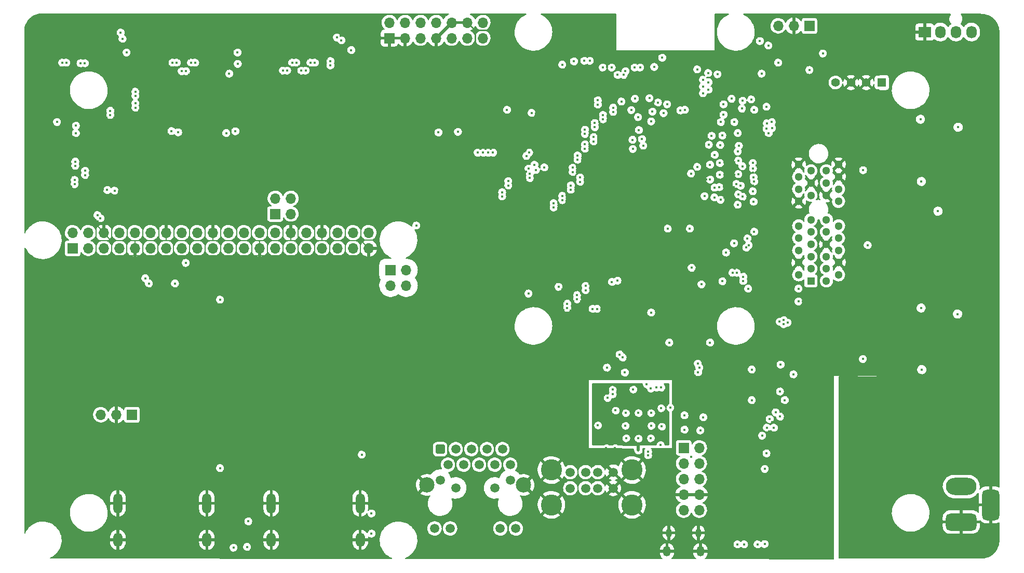
<source format=gbr>
G04 #@! TF.GenerationSoftware,KiCad,Pcbnew,5.99.0-unknown-dbcb1ecdb~104~ubuntu20.04.1*
G04 #@! TF.CreationDate,2020-10-26T15:19:45-05:00*
G04 #@! TF.ProjectId,CM4IOv5,434d3449-4f76-4352-9e6b-696361645f70,rev?*
G04 #@! TF.SameCoordinates,Original*
G04 #@! TF.FileFunction,Copper,L3,Inr*
G04 #@! TF.FilePolarity,Positive*
%FSLAX46Y46*%
G04 Gerber Fmt 4.6, Leading zero omitted, Abs format (unit mm)*
G04 Created by KiCad (PCBNEW 5.99.0-unknown-dbcb1ecdb~104~ubuntu20.04.1) date 2020-10-26 15:19:45*
%MOMM*%
%LPD*%
G01*
G04 APERTURE LIST*
G04 Aperture macros list*
%AMRoundRect*
0 Rectangle with rounded corners*
0 $1 Rounding radius*
0 $2 $3 $4 $5 $6 $7 $8 $9 X,Y pos of 4 corners*
0 Add a 4 corners polygon primitive as box body*
4,1,4,$2,$3,$4,$5,$6,$7,$8,$9,$2,$3,0*
0 Add four circle primitives for the rounded corners*
1,1,$1+$1,$2,$3,0*
1,1,$1+$1,$4,$5,0*
1,1,$1+$1,$6,$7,0*
1,1,$1+$1,$8,$9,0*
0 Add four rect primitives between the rounded corners*
20,1,$1+$1,$2,$3,$4,$5,0*
20,1,$1+$1,$4,$5,$6,$7,0*
20,1,$1+$1,$6,$7,$8,$9,0*
20,1,$1+$1,$8,$9,$2,$3,0*%
G04 Aperture macros list end*
G04 #@! TA.AperFunction,ComponentPad*
%ADD10R,1.700000X1.700000*%
G04 #@! TD*
G04 #@! TA.AperFunction,ComponentPad*
%ADD11O,1.700000X1.700000*%
G04 #@! TD*
G04 #@! TA.AperFunction,ComponentPad*
%ADD12O,1.300000X1.700000*%
G04 #@! TD*
G04 #@! TA.AperFunction,ComponentPad*
%ADD13O,1.000000X1.400000*%
G04 #@! TD*
G04 #@! TA.AperFunction,ComponentPad*
%ADD14O,5.000000X2.800000*%
G04 #@! TD*
G04 #@! TA.AperFunction,ComponentPad*
%ADD15RoundRect,0.700000X1.800000X-0.700000X1.800000X0.700000X-1.800000X0.700000X-1.800000X-0.700000X0*%
G04 #@! TD*
G04 #@! TA.AperFunction,ComponentPad*
%ADD16RoundRect,0.700000X0.700000X-1.800000X0.700000X1.800000X-0.700000X1.800000X-0.700000X-1.800000X0*%
G04 #@! TD*
G04 #@! TA.AperFunction,ComponentPad*
%ADD17RoundRect,0.250500X-0.499500X-0.499500X0.499500X-0.499500X0.499500X0.499500X-0.499500X0.499500X0*%
G04 #@! TD*
G04 #@! TA.AperFunction,ComponentPad*
%ADD18C,1.500000*%
G04 #@! TD*
G04 #@! TA.AperFunction,ComponentPad*
%ADD19C,2.500000*%
G04 #@! TD*
G04 #@! TA.AperFunction,ComponentPad*
%ADD20O,1.500000X3.300000*%
G04 #@! TD*
G04 #@! TA.AperFunction,ComponentPad*
%ADD21O,1.500000X2.300000*%
G04 #@! TD*
G04 #@! TA.AperFunction,ComponentPad*
%ADD22C,3.450000*%
G04 #@! TD*
G04 #@! TA.AperFunction,ComponentPad*
%ADD23R,2.030000X1.730000*%
G04 #@! TD*
G04 #@! TA.AperFunction,ComponentPad*
%ADD24O,1.730000X2.030000*%
G04 #@! TD*
G04 #@! TA.AperFunction,ComponentPad*
%ADD25C,0.500000*%
G04 #@! TD*
G04 #@! TA.AperFunction,ComponentPad*
%ADD26R,1.408000X1.408000*%
G04 #@! TD*
G04 #@! TA.AperFunction,ComponentPad*
%ADD27C,1.408000*%
G04 #@! TD*
G04 #@! TA.AperFunction,ComponentPad*
%ADD28R,1.300000X1.300000*%
G04 #@! TD*
G04 #@! TA.AperFunction,ComponentPad*
%ADD29C,1.300000*%
G04 #@! TD*
G04 #@! TA.AperFunction,ViaPad*
%ADD30C,0.450000*%
G04 #@! TD*
G04 #@! TA.AperFunction,Conductor*
%ADD31C,0.130000*%
G04 #@! TD*
G04 #@! TA.AperFunction,Conductor*
%ADD32C,0.230000*%
G04 #@! TD*
G04 #@! TA.AperFunction,Conductor*
%ADD33C,0.500000*%
G04 #@! TD*
G04 #@! TA.AperFunction,Conductor*
%ADD34C,0.200000*%
G04 #@! TD*
G04 #@! TA.AperFunction,Conductor*
%ADD35C,0.254000*%
G04 #@! TD*
G04 APERTURE END LIST*
D10*
X97040000Y-136000000D03*
D11*
X94500000Y-136000000D03*
X91960000Y-136000000D03*
D10*
X87370000Y-108820000D03*
D11*
X87370000Y-106280000D03*
X89910000Y-108820000D03*
X89910000Y-106280000D03*
X92450000Y-108820000D03*
X92450000Y-106280000D03*
X94990000Y-108820000D03*
X94990000Y-106280000D03*
X97530000Y-108820000D03*
X97530000Y-106280000D03*
X100070000Y-108820000D03*
X100070000Y-106280000D03*
X102610000Y-108820000D03*
X102610000Y-106280000D03*
X105150000Y-108820000D03*
X105150000Y-106280000D03*
X107690000Y-108820000D03*
X107690000Y-106280000D03*
X110230000Y-108820000D03*
X110230000Y-106280000D03*
X112770000Y-108820000D03*
X112770000Y-106280000D03*
X115310000Y-108820000D03*
X115310000Y-106280000D03*
X117850000Y-108820000D03*
X117850000Y-106280000D03*
X120390000Y-108820000D03*
X120390000Y-106280000D03*
X122930000Y-108820000D03*
X122930000Y-106280000D03*
X125470000Y-108820000D03*
X125470000Y-106280000D03*
X128010000Y-108820000D03*
X128010000Y-106280000D03*
X130550000Y-108820000D03*
X130550000Y-106280000D03*
X133090000Y-108820000D03*
X133090000Y-106280000D03*
X135630000Y-108820000D03*
X135630000Y-106280000D03*
D10*
X187000000Y-141400000D03*
D11*
X189540000Y-141400000D03*
X187000000Y-143940000D03*
X189540000Y-143940000D03*
X187000000Y-146480000D03*
X189540000Y-146480000D03*
X187000000Y-149020000D03*
X189540000Y-149020000D03*
X187000000Y-151560000D03*
X189540000Y-151560000D03*
D10*
X139230000Y-112370000D03*
D11*
X141770000Y-112370000D03*
X139230000Y-114910000D03*
X141770000Y-114910000D03*
D12*
X189725000Y-158300000D03*
D13*
X184575000Y-155270000D03*
D12*
X184275000Y-158300000D03*
D13*
X189425000Y-155270000D03*
D14*
X232250000Y-147700000D03*
D15*
X232250000Y-153500000D03*
D16*
X237050000Y-150700000D03*
D17*
X147285000Y-141610000D03*
D18*
X148555000Y-144150000D03*
X149825000Y-141610000D03*
X151095000Y-144150000D03*
X152365000Y-141610000D03*
X153635000Y-144150000D03*
X154905000Y-141610000D03*
X156175000Y-144150000D03*
X157445000Y-141610000D03*
X158715000Y-144150000D03*
X147285000Y-146670000D03*
X149825000Y-147940000D03*
X156175000Y-147940000D03*
X158715000Y-146670000D03*
X146370000Y-154560000D03*
X148910000Y-154560000D03*
X157090000Y-154560000D03*
X159630000Y-154560000D03*
D19*
X145125000Y-147450000D03*
X160875000Y-147450000D03*
D20*
X134250000Y-150450000D03*
X119750000Y-150450000D03*
D21*
X119750000Y-156410000D03*
X134250000Y-156410000D03*
D20*
X109250000Y-150450000D03*
X94750000Y-150450000D03*
D21*
X94750000Y-156410000D03*
X109250000Y-156410000D03*
D18*
X168500000Y-145370000D03*
X171000000Y-145370000D03*
X173000000Y-145370000D03*
X175500000Y-145370000D03*
X168500000Y-147990000D03*
X171000000Y-147990000D03*
X173000000Y-147990000D03*
X175500000Y-147990000D03*
D22*
X165430000Y-150700000D03*
X178570000Y-150700000D03*
X165430000Y-145020000D03*
X178570000Y-145020000D03*
D23*
X226300000Y-73500000D03*
D24*
X228840000Y-73500000D03*
X231380000Y-73500000D03*
X233920000Y-73500000D03*
D25*
X229050000Y-96000000D03*
X226450000Y-96000000D03*
X230350000Y-96000000D03*
X229050000Y-94700000D03*
X227750000Y-96000000D03*
X226450000Y-94700000D03*
X227750000Y-94700000D03*
X230350000Y-94700000D03*
D26*
X219250000Y-81750000D03*
D27*
X216750000Y-81750000D03*
X214250000Y-81750000D03*
X211750000Y-81750000D03*
D10*
X120400000Y-103200000D03*
D11*
X120400000Y-100660000D03*
X122940000Y-103200000D03*
X122940000Y-100660000D03*
D10*
X139000000Y-74500000D03*
D11*
X139000000Y-71960000D03*
X141540000Y-74500000D03*
X141540000Y-71960000D03*
X144080000Y-74500000D03*
X144080000Y-71960000D03*
X146620000Y-74500000D03*
X146620000Y-71960000D03*
X149160000Y-74500000D03*
X149160000Y-71960000D03*
X151700000Y-74500000D03*
X151700000Y-71960000D03*
X154240000Y-74500000D03*
X154240000Y-71960000D03*
D10*
X207500000Y-72500000D03*
D11*
X204960000Y-72500000D03*
X202420000Y-72500000D03*
D25*
X229000000Y-126712500D03*
X226400000Y-126712500D03*
X230300000Y-126712500D03*
X229000000Y-125412500D03*
X227700000Y-126712500D03*
X226400000Y-125412500D03*
X227700000Y-125412500D03*
X230300000Y-125412500D03*
D28*
X207750000Y-114150000D03*
D29*
X205750000Y-113150000D03*
X207750000Y-112150000D03*
X205750000Y-111150000D03*
X207750000Y-110150000D03*
X205750000Y-109150000D03*
X207750000Y-108150000D03*
X205750000Y-107150000D03*
X207750000Y-106150000D03*
X205750000Y-105150000D03*
X207750000Y-104150000D03*
X205750000Y-101150000D03*
X207750000Y-100150000D03*
X205750000Y-99150000D03*
X207750000Y-98150000D03*
X205750000Y-97150000D03*
X207750000Y-96150000D03*
X205750000Y-95150000D03*
X210250000Y-114150000D03*
X212250000Y-113150000D03*
X210250000Y-112150000D03*
X212250000Y-111150000D03*
X210250000Y-110150000D03*
X212250000Y-109150000D03*
X210250000Y-108150000D03*
X212250000Y-107150000D03*
X210250000Y-106150000D03*
X212250000Y-105150000D03*
X210250000Y-104150000D03*
X212250000Y-101150000D03*
X210250000Y-100150000D03*
X212250000Y-99150000D03*
X210250000Y-98150000D03*
X212250000Y-97150000D03*
X210250000Y-96150000D03*
X212250000Y-95150000D03*
D30*
X117450000Y-72900000D03*
X224400000Y-124762500D03*
X232800000Y-126762500D03*
X233600000Y-127762500D03*
X232800000Y-125862500D03*
X232800000Y-127762500D03*
X233600000Y-128762500D03*
X232800000Y-128762500D03*
X223000000Y-127162500D03*
X233600000Y-125862500D03*
X232800000Y-124762500D03*
X231900000Y-125962500D03*
X231100000Y-125962500D03*
X233600000Y-124762500D03*
X233600000Y-123562500D03*
X232800000Y-123562500D03*
X223000000Y-125062500D03*
X223900000Y-127462500D03*
X225500000Y-124762500D03*
X225500000Y-127262500D03*
X222950000Y-126112500D03*
X231085000Y-127177500D03*
X224450000Y-126012500D03*
X231115000Y-124947500D03*
X233600000Y-126862500D03*
X204900000Y-138400000D03*
X213150000Y-134200000D03*
X193680000Y-157550000D03*
X224400000Y-95350000D03*
X230250000Y-132162500D03*
X226500000Y-132912500D03*
X226500000Y-131062500D03*
X230250000Y-131112500D03*
X230250000Y-130312500D03*
X226500000Y-132212500D03*
X230250000Y-132962500D03*
X226500000Y-130312500D03*
X223000000Y-128412500D03*
X167400000Y-118900000D03*
X169600000Y-95500000D03*
X175200000Y-115200000D03*
X193516744Y-98774022D03*
X207350000Y-156400000D03*
X175400000Y-131875000D03*
X124250000Y-80500000D03*
X161200000Y-90400000D03*
X107750000Y-77844990D03*
X158900000Y-89100000D03*
X96250000Y-74900000D03*
X169600000Y-96400000D03*
X170300000Y-114600000D03*
X141150000Y-134912500D03*
X159700000Y-94000000D03*
X193250000Y-133850000D03*
X93000000Y-122500000D03*
X129500000Y-151350000D03*
X224400000Y-94000000D03*
X106000000Y-151450000D03*
X88250000Y-77800000D03*
X169950000Y-78200000D03*
X122750000Y-80500000D03*
X130250000Y-77800000D03*
X187200000Y-105600000D03*
X192450000Y-71000000D03*
X171700000Y-116100000D03*
X232600000Y-95500000D03*
X125750000Y-77800000D03*
X110350000Y-133912500D03*
X221300000Y-94300000D03*
X156450000Y-132812500D03*
X178200000Y-79200000D03*
X220800000Y-112850000D03*
X103000000Y-148100000D03*
X193750000Y-146800000D03*
X198194979Y-103600000D03*
X208450000Y-158050000D03*
X236500000Y-122500000D03*
X171650000Y-90250000D03*
X208850000Y-146800000D03*
X101500000Y-148100000D03*
X209850000Y-85200000D03*
X182500000Y-131525000D03*
X225450000Y-125912500D03*
X98450000Y-147812500D03*
X106000000Y-148100000D03*
X106300000Y-79200000D03*
X192750000Y-79700000D03*
X194680000Y-155700000D03*
X169400000Y-98400000D03*
X91400000Y-104400000D03*
X121200000Y-80344990D03*
X112250000Y-79800000D03*
X123500000Y-151400000D03*
X223050000Y-98850000D03*
X177475000Y-137775000D03*
X179550000Y-92000000D03*
X162938528Y-86815411D03*
X172415000Y-126685000D03*
X101500000Y-157500000D03*
X97050000Y-84500000D03*
X94000000Y-72500000D03*
X169000000Y-117500000D03*
X179604000Y-139846000D03*
X191400000Y-158600000D03*
X204950000Y-115100000D03*
X176300000Y-125400000D03*
X190300000Y-95159958D03*
X224400000Y-98860010D03*
X171750000Y-89450000D03*
X226650000Y-101400000D03*
X144650000Y-131312500D03*
X178200000Y-126549990D03*
X195200000Y-96800000D03*
X166500000Y-101400000D03*
X85150000Y-79500000D03*
X159800000Y-103630010D03*
X121500000Y-72500000D03*
X86500000Y-157500000D03*
X86500000Y-72500000D03*
X168000000Y-78820010D03*
X173000000Y-137700000D03*
X164300655Y-102410010D03*
X226650000Y-99600000D03*
X103250000Y-77850000D03*
X181600000Y-143300000D03*
X167350000Y-117500000D03*
X180950000Y-131000000D03*
X198300000Y-98600000D03*
X183500000Y-85700000D03*
X173750000Y-84400000D03*
X168950000Y-116100000D03*
X126150000Y-79900000D03*
X159700000Y-91600000D03*
X178200000Y-88400000D03*
X175883000Y-135283000D03*
X225600000Y-96600000D03*
X171100000Y-97100000D03*
X213150000Y-139800000D03*
X131000000Y-148050000D03*
X231235000Y-96765000D03*
X175400000Y-132625000D03*
X193600000Y-100500000D03*
X223000000Y-96600000D03*
X236500000Y-132500000D03*
X167250000Y-115500000D03*
X98250000Y-86300000D03*
X226650000Y-100400000D03*
X232600000Y-94000000D03*
X236500000Y-77500000D03*
X190150000Y-79800000D03*
X81500000Y-72500000D03*
X94150000Y-87500000D03*
X214000000Y-155000000D03*
X131950000Y-143912500D03*
X123450000Y-143412500D03*
X152750000Y-157250000D03*
X167900000Y-100210010D03*
X171400000Y-118710010D03*
X181300000Y-79200000D03*
X209000000Y-72500000D03*
X198550000Y-142550000D03*
X225600000Y-95350000D03*
X128000000Y-151400000D03*
X81500000Y-152500000D03*
X123500000Y-148000000D03*
X225600000Y-94000000D03*
X197250000Y-105300000D03*
X109250000Y-77800000D03*
X156900000Y-99000000D03*
X114900000Y-151600000D03*
X112250000Y-77760009D03*
X161200000Y-100000000D03*
X149400000Y-137200000D03*
X164300000Y-88010010D03*
X87100000Y-89800000D03*
X233500000Y-94000000D03*
X161200000Y-98800000D03*
X162900000Y-98800000D03*
X121750000Y-146612500D03*
X94150000Y-85900000D03*
X195100000Y-90420010D03*
X161200000Y-97610010D03*
X206450000Y-117500000D03*
X197950000Y-106600000D03*
X196450000Y-112700000D03*
X174559486Y-133245488D03*
X88350000Y-90800000D03*
X110750000Y-77800000D03*
X233500000Y-98000000D03*
X114800000Y-148300000D03*
X126600000Y-119700000D03*
X210900000Y-158750000D03*
X115600000Y-138800000D03*
X98500000Y-151400000D03*
X196825453Y-91936823D03*
X199700000Y-75800000D03*
X200900000Y-138700000D03*
X175350000Y-71100000D03*
X236500000Y-112500000D03*
X161200000Y-102500000D03*
X87050000Y-97250000D03*
X180900000Y-87800000D03*
X203900000Y-127600000D03*
X174600000Y-87850000D03*
X107285000Y-123415000D03*
X198219139Y-100361721D03*
X194350000Y-113300000D03*
X171650000Y-114600000D03*
X166000000Y-71150000D03*
X196700000Y-96400000D03*
X178400000Y-125530032D03*
X112350000Y-142112500D03*
X220800000Y-113650000D03*
X173350000Y-89200000D03*
X174600000Y-87150000D03*
X209000000Y-132500000D03*
X90050000Y-97200000D03*
X131000000Y-151350000D03*
X90050000Y-95700000D03*
X162901867Y-93992530D03*
X124250000Y-77800000D03*
X193950000Y-108300000D03*
X182800000Y-86500000D03*
X89750000Y-77800000D03*
X223900000Y-128410010D03*
X94250000Y-77800000D03*
X92250000Y-99200000D03*
X191950000Y-76800000D03*
X225600000Y-98860010D03*
X173600000Y-118700000D03*
X125750000Y-79100000D03*
X164300000Y-90410010D03*
X81500000Y-130000000D03*
X129500000Y-148050000D03*
X104000000Y-72500000D03*
X173200000Y-88150000D03*
X232600000Y-98000000D03*
X151600000Y-137800000D03*
X173100000Y-91400000D03*
X183400000Y-137900000D03*
X237000000Y-142000000D03*
X106450000Y-137512500D03*
X196700000Y-102200000D03*
X154650000Y-121312500D03*
X200650000Y-80300000D03*
X162900000Y-103569990D03*
X224400000Y-96600000D03*
X175350000Y-72500000D03*
X161200000Y-95200000D03*
X162900000Y-91600000D03*
X176500000Y-157500000D03*
X185800000Y-136300000D03*
X233500000Y-99000000D03*
X208950000Y-139800000D03*
X174360000Y-141410000D03*
X231215000Y-93885000D03*
X112950000Y-131412500D03*
X214000000Y-157500000D03*
X193250000Y-135750000D03*
X161650000Y-127712500D03*
X127250000Y-77800000D03*
X106350000Y-80500000D03*
X104750000Y-79200000D03*
X161150000Y-115600000D03*
X196732552Y-94390137D03*
X85250000Y-77800000D03*
X173800000Y-85250000D03*
X236500000Y-157500000D03*
X81500000Y-102500000D03*
X92900000Y-87500000D03*
X169300000Y-99300000D03*
X183650000Y-105600000D03*
X88500000Y-97200000D03*
X127150000Y-139912500D03*
X234050000Y-145550000D03*
X87100000Y-98750000D03*
X193644988Y-92800000D03*
X104750000Y-80600000D03*
X94950000Y-99500000D03*
X233500000Y-95500000D03*
X99350000Y-145012500D03*
X176300000Y-127500000D03*
X159100000Y-124962500D03*
X122750000Y-77800000D03*
X129950000Y-128612500D03*
X161300000Y-96300000D03*
X183325000Y-131525000D03*
X173050000Y-90500000D03*
X88450000Y-94100000D03*
X222850000Y-136400000D03*
X179450000Y-86100000D03*
X114000000Y-72500000D03*
X175350000Y-73900000D03*
X154050000Y-130112500D03*
X157500000Y-85600000D03*
X134950000Y-141012500D03*
X230250000Y-99500000D03*
X121250000Y-77800000D03*
X193600000Y-105000000D03*
X171600000Y-92600000D03*
X183200000Y-140900000D03*
X154850000Y-115312500D03*
X187500000Y-131400000D03*
X88450000Y-98800000D03*
X181600000Y-131700000D03*
X172500000Y-78200000D03*
X81500000Y-95000000D03*
X112150000Y-116710010D03*
X195350000Y-112100000D03*
X81500000Y-142500000D03*
X146200000Y-89800000D03*
X232600000Y-99000000D03*
X213750000Y-85200000D03*
X104800000Y-90800000D03*
X225600000Y-129460010D03*
X117750000Y-128712500D03*
X224000000Y-157500000D03*
X107050000Y-147312500D03*
X182000000Y-142500000D03*
X87500000Y-88100000D03*
X171600000Y-91800000D03*
X236850000Y-94100000D03*
X200200000Y-140100000D03*
X182100000Y-84900000D03*
X195900000Y-131900000D03*
X196800000Y-93200000D03*
X195200000Y-94800000D03*
X104750000Y-77844990D03*
X179200000Y-90300000D03*
X126500000Y-151350000D03*
X197950000Y-157150000D03*
X149250000Y-126612500D03*
X199700000Y-142500000D03*
X131550000Y-135612500D03*
X162900000Y-101210010D03*
X155658314Y-75744990D03*
X187500000Y-129237500D03*
X182700000Y-119000000D03*
X223050000Y-97660010D03*
X178745999Y-131845999D03*
X155467559Y-137292894D03*
X122750000Y-79100000D03*
X177600000Y-139800000D03*
X206050000Y-158050000D03*
X124750000Y-128612500D03*
X155400000Y-139400000D03*
X166500000Y-102210010D03*
X170450000Y-94450000D03*
X184950000Y-76800000D03*
X167900000Y-101000000D03*
X114750000Y-89500000D03*
X131050000Y-74100000D03*
X230250000Y-101500000D03*
X118750000Y-135812500D03*
X195100000Y-103600000D03*
X170300000Y-93100000D03*
X182300000Y-158600000D03*
X103000000Y-90700000D03*
X198326926Y-96450546D03*
X164300000Y-85589990D03*
X230250000Y-102300000D03*
X192133781Y-95193358D03*
X187250000Y-76800000D03*
X154700000Y-92550000D03*
X230250000Y-100400000D03*
X174450000Y-85350000D03*
X148600000Y-89910010D03*
X88300000Y-79400000D03*
X213250000Y-146200000D03*
X221300000Y-96500000D03*
X207560000Y-144350000D03*
X154850000Y-116912500D03*
X103150000Y-79100000D03*
X149400000Y-139400000D03*
X86750000Y-77800000D03*
X201150000Y-156800000D03*
X174500000Y-79200000D03*
X103000000Y-151450000D03*
X170300000Y-116100000D03*
X162900000Y-99989990D03*
X226650000Y-102300000D03*
X114250000Y-77900000D03*
X175800000Y-87350000D03*
X189299680Y-96599671D03*
X96950000Y-82800000D03*
X181693000Y-137768000D03*
X236500000Y-72500000D03*
X231200000Y-95400000D03*
X201400000Y-137200000D03*
X161200000Y-88000000D03*
X166100000Y-74462500D03*
X159000000Y-97310010D03*
X181672000Y-135700000D03*
X162900000Y-89200000D03*
X128750000Y-77800000D03*
X195100000Y-85584990D03*
X233500000Y-92400000D03*
X221300000Y-95300000D03*
X87050000Y-91250000D03*
X134550000Y-123812500D03*
X94150000Y-74500000D03*
X81500000Y-82500000D03*
X104500000Y-148100000D03*
X110250000Y-144112500D03*
X223050000Y-95350000D03*
X99450000Y-115250000D03*
X159800000Y-86700000D03*
X87100000Y-94300000D03*
X205200000Y-77000000D03*
X92850000Y-85900000D03*
X101500000Y-151450000D03*
X109855000Y-118345000D03*
X125050000Y-135712500D03*
X233500000Y-96700000D03*
X192000000Y-92000000D03*
X232700000Y-92400000D03*
X161200000Y-85589990D03*
X108150000Y-78800000D03*
X223000000Y-129360010D03*
X171100000Y-98000000D03*
X196650000Y-114900000D03*
X103250000Y-140100000D03*
X177536000Y-135700000D03*
X175119153Y-92754991D03*
X170581263Y-143918737D03*
X162900000Y-97600000D03*
X232600000Y-96700000D03*
X81500000Y-115000000D03*
X193600000Y-96800000D03*
X92750000Y-77800000D03*
X128000000Y-148050000D03*
X155500000Y-92600000D03*
X234100000Y-144050000D03*
X220800000Y-112050000D03*
X163600000Y-157150000D03*
X86750000Y-79500000D03*
X161200000Y-92800000D03*
X126500000Y-148050000D03*
X128050000Y-72550000D03*
X164300000Y-92810010D03*
X191700000Y-136400000D03*
X98250000Y-82800000D03*
X87100000Y-95700000D03*
X157800000Y-101000000D03*
X189350000Y-76800000D03*
X124250000Y-79150000D03*
X91250000Y-77900000D03*
X198879990Y-95313931D03*
X170300000Y-117500000D03*
X191200000Y-100400000D03*
X175350000Y-75500000D03*
X153850000Y-92550000D03*
X195226569Y-101006627D03*
X175775000Y-141400000D03*
X202500000Y-77000000D03*
X104500000Y-151450000D03*
X88450000Y-95800000D03*
X143450000Y-105850000D03*
X98150000Y-84500000D03*
X193600000Y-94800000D03*
X174000000Y-127500000D03*
X159774984Y-101300004D03*
X196800000Y-90800000D03*
X209000000Y-122500000D03*
X223000000Y-94200000D03*
X179604000Y-135679000D03*
X190650063Y-97600882D03*
X168601867Y-118979990D03*
X195100000Y-92000000D03*
X121150000Y-79100000D03*
X220400000Y-135600000D03*
X198550000Y-144850000D03*
X195180800Y-98796776D03*
X189100000Y-111400000D03*
X224200000Y-129360010D03*
X153000000Y-137800000D03*
X105500000Y-85400000D03*
X196600000Y-101100000D03*
X192350000Y-75900000D03*
X157750000Y-98960010D03*
X87100000Y-92700000D03*
X106300000Y-77844990D03*
X96950000Y-86300000D03*
X127600000Y-79000000D03*
X195150000Y-102400000D03*
X181600000Y-139800000D03*
X195900000Y-130510010D03*
X104050000Y-114550000D03*
X99800000Y-114550000D03*
X225700000Y-118562500D03*
X225812500Y-128625000D03*
X216200000Y-126900000D03*
X217000000Y-108300000D03*
X231650000Y-119550000D03*
X228450000Y-102750000D03*
X157400000Y-100350000D03*
X87700000Y-98350000D03*
X87700000Y-97650000D03*
X157400000Y-99650000D03*
X89400000Y-96850000D03*
X158400000Y-98550000D03*
X158400000Y-97850000D03*
X89400000Y-96150000D03*
X161900000Y-97350000D03*
X87800000Y-95350000D03*
X87800000Y-94650000D03*
X161900000Y-96650000D03*
X177500000Y-79900000D03*
X189200000Y-79600000D03*
X94200000Y-99400000D03*
X95500000Y-74600000D03*
X199425000Y-74975000D03*
X131189949Y-74850000D03*
X183718779Y-86740611D03*
X91900000Y-103900000D03*
X93000000Y-99300000D03*
X91400000Y-103400000D03*
X191000000Y-80200000D03*
X177200000Y-80500000D03*
X95200000Y-73600000D03*
X200800000Y-75700000D03*
X181900000Y-86500000D03*
X130450000Y-74400000D03*
X168900000Y-95650000D03*
X97600000Y-83250000D03*
X168900000Y-96350000D03*
X97600000Y-83950000D03*
X170100000Y-97250000D03*
X97600000Y-85150000D03*
X97600000Y-85850000D03*
X170100000Y-97950000D03*
X89350000Y-78600000D03*
X168600000Y-98550000D03*
X88650000Y-78600000D03*
X168600000Y-99250000D03*
X167200000Y-100250000D03*
X93500000Y-86350000D03*
X167200000Y-100950000D03*
X93500000Y-87050000D03*
X165800000Y-101450000D03*
X86350000Y-78500000D03*
X165800000Y-102150000D03*
X85650000Y-78500000D03*
X103650000Y-78500000D03*
X169700000Y-94350000D03*
X169700000Y-93650000D03*
X104350000Y-78500000D03*
X105150000Y-79900000D03*
X170900000Y-92550000D03*
X170900000Y-91850000D03*
X105850000Y-79900000D03*
X106650000Y-78500000D03*
X172300000Y-91350000D03*
X107350000Y-78500000D03*
X172300000Y-90650000D03*
X173000000Y-84650000D03*
X129400000Y-78250000D03*
X173000000Y-85350000D03*
X129400000Y-78950000D03*
X126850000Y-78500000D03*
X175500000Y-85850000D03*
X175500000Y-86550000D03*
X126150000Y-78500000D03*
X125350000Y-79800000D03*
X173850000Y-87050000D03*
X124650000Y-79800000D03*
X173850000Y-87750000D03*
X123850000Y-78500000D03*
X172500000Y-88350000D03*
X123150000Y-78500000D03*
X172500000Y-89050000D03*
X170900000Y-89450000D03*
X122350000Y-79800000D03*
X170900000Y-90150000D03*
X121650000Y-79800000D03*
X201020010Y-136700000D03*
X195760000Y-157150000D03*
X202000000Y-135600000D03*
X201700000Y-138100000D03*
X200570010Y-138100000D03*
X196850000Y-157150000D03*
X199050000Y-157150000D03*
X199800000Y-139400000D03*
X196001924Y-92079994D03*
X198500000Y-106100000D03*
X200500000Y-142300000D03*
X202700000Y-132200000D03*
X202700000Y-136300000D03*
X192950000Y-91950000D03*
X191100000Y-91900000D03*
X192060347Y-93553326D03*
X195801924Y-93020006D03*
X195900000Y-94500000D03*
X192900000Y-94900000D03*
X198275038Y-94900000D03*
X191300000Y-95159967D03*
X189200000Y-95519989D03*
X196571159Y-95412331D03*
X198300000Y-95800000D03*
X188200000Y-96600000D03*
X192900000Y-96800000D03*
X195900000Y-96700000D03*
X191300000Y-97590984D03*
X198400000Y-97200000D03*
X198500000Y-97900000D03*
X192814650Y-98829922D03*
X190400000Y-100300000D03*
X196300000Y-98600000D03*
X192000000Y-100500000D03*
X198275018Y-99500000D03*
X195800000Y-101700000D03*
X195900000Y-100009990D03*
X196600000Y-100400000D03*
X155899999Y-93200001D03*
X162663238Y-95179940D03*
X155100000Y-93200000D03*
X164269990Y-95596020D03*
X154300000Y-93200000D03*
X162903625Y-96029406D03*
X153400000Y-93200000D03*
X161700000Y-95800000D03*
X174500000Y-128300000D03*
X188200000Y-142900000D03*
X181200000Y-142000000D03*
X181200000Y-142600000D03*
X209700000Y-77000000D03*
X161800000Y-93200000D03*
X147000000Y-89900000D03*
X158200000Y-86200000D03*
X162200000Y-86700000D03*
X150200000Y-89800000D03*
X161353008Y-93746992D03*
X195200000Y-108000000D03*
X193900000Y-109500000D03*
X180400000Y-92050000D03*
X196500000Y-86000000D03*
X181700000Y-119300000D03*
X177400000Y-129100000D03*
X193500000Y-85305009D03*
X188300000Y-112000000D03*
X184400000Y-105600000D03*
X180200000Y-91000000D03*
X177047488Y-126647488D03*
X172850000Y-118700000D03*
X172150000Y-118700000D03*
X176552512Y-126152512D03*
X115800000Y-157562500D03*
X113600000Y-157700000D03*
X183300000Y-134900000D03*
X184800000Y-134850000D03*
X207500000Y-79700000D03*
X193000000Y-100904756D03*
X176986750Y-134213250D03*
X191300000Y-124200000D03*
X96150000Y-76850000D03*
X179604000Y-141796000D03*
X176515500Y-131109500D03*
X184650000Y-124200000D03*
X202800000Y-127800000D03*
X105800000Y-111200000D03*
X179604000Y-133996000D03*
X183400000Y-137200000D03*
X195250000Y-88200000D03*
X197600000Y-108300000D03*
X193050000Y-88200000D03*
X132795001Y-76445001D03*
X176515500Y-133340500D03*
X198100000Y-128600000D03*
X184012500Y-132000000D03*
X114250000Y-76850000D03*
X187200000Y-86200000D03*
X186450000Y-86300000D03*
X183236290Y-139963710D03*
X84800000Y-88200000D03*
X197200000Y-108700000D03*
X116000000Y-153400000D03*
X183500000Y-77700000D03*
X181912500Y-132537500D03*
X175868000Y-136268000D03*
X176600000Y-140300000D03*
X200200000Y-144850000D03*
X200200000Y-157100000D03*
X204898661Y-129398661D03*
X189900000Y-114700000D03*
X175300000Y-114300000D03*
X194800000Y-84400000D03*
X181400000Y-84300000D03*
X198000000Y-84500000D03*
X175254910Y-79300000D03*
X195600000Y-98300000D03*
X192046881Y-98904712D03*
X197500000Y-115400000D03*
X193300000Y-114200000D03*
X176200000Y-114100000D03*
X196700000Y-114150000D03*
X169600000Y-116450000D03*
X194950000Y-112800000D03*
X196700000Y-113450000D03*
X169600000Y-117150000D03*
X195650000Y-112800000D03*
X171000000Y-115650000D03*
X171000000Y-114950000D03*
X205700000Y-117500000D03*
X166600000Y-115100000D03*
X205700000Y-115400000D03*
X168000000Y-117850000D03*
X168000000Y-118550000D03*
X198400000Y-101200000D03*
X136100000Y-155400000D03*
X188000000Y-105600000D03*
X136100000Y-152100000D03*
X225600000Y-87750000D03*
X225750000Y-97900000D03*
X190200000Y-136400000D03*
X189700000Y-138550000D03*
X187125000Y-138425000D03*
X187125000Y-136075000D03*
X112400000Y-90000000D03*
X104575000Y-89875000D03*
X87900000Y-90000000D03*
X112900000Y-80300000D03*
X87900000Y-88800000D03*
X113900000Y-89700000D03*
X103498133Y-89679990D03*
X114300000Y-78700000D03*
X179050000Y-84400000D03*
X176200000Y-80500000D03*
X178450000Y-86250000D03*
X169100000Y-78300000D03*
X171700000Y-78200000D03*
X179700000Y-89500000D03*
X182800000Y-85000000D03*
X179000000Y-79300000D03*
X179900000Y-79300000D03*
X184300000Y-85300000D03*
X193500000Y-87000000D03*
X198500000Y-86200000D03*
X178700000Y-92600000D03*
X134500000Y-142500000D03*
X199700000Y-80300000D03*
X192500000Y-80400000D03*
X167200000Y-78820010D03*
X179550000Y-87400000D03*
X170800000Y-78200000D03*
X176850000Y-84850000D03*
X191050000Y-81700000D03*
X189300000Y-127650000D03*
X190150000Y-81300000D03*
X203300000Y-121200000D03*
X191050000Y-82900000D03*
X200550000Y-88400000D03*
X216250000Y-96050000D03*
X111400000Y-117200000D03*
X202650000Y-120800000D03*
X203950000Y-120950000D03*
X231750000Y-89050000D03*
X201400000Y-89200000D03*
X200500000Y-89300000D03*
X189350000Y-129050000D03*
X201350000Y-88200000D03*
X99200000Y-113700000D03*
X190150000Y-82400000D03*
X190150000Y-83500000D03*
X200500000Y-85700000D03*
X189550000Y-128300000D03*
X111400000Y-144700000D03*
X203300000Y-120550000D03*
X200850000Y-90000000D03*
X161700000Y-116200000D03*
X182200000Y-79200000D03*
X196600000Y-84720010D03*
X143400000Y-105100000D03*
X178650000Y-91100000D03*
X173800000Y-79300000D03*
X181700000Y-88100000D03*
X195800000Y-90000000D03*
X191550000Y-90450000D03*
X202400000Y-78500000D03*
X193300000Y-90400000D03*
X198100000Y-133600000D03*
X197400000Y-107200000D03*
X203479990Y-133600000D03*
D31*
X117800000Y-107617919D02*
X117800000Y-107600000D01*
D32*
X153000000Y-73300000D02*
X153000000Y-75400000D01*
D31*
X91250000Y-104900000D02*
X91200000Y-104950000D01*
X124150000Y-107600000D02*
X124150000Y-109950000D01*
X114100000Y-107600000D02*
X114050000Y-107650000D01*
X110230000Y-107470000D02*
X110200000Y-107500000D01*
X103800000Y-110000000D02*
X101300000Y-110000000D01*
X96300000Y-104900000D02*
X93700000Y-104900000D01*
X119100000Y-107600000D02*
X119100000Y-105250000D01*
X113950000Y-107600000D02*
X114100000Y-107600000D01*
X106400000Y-107600000D02*
X106450000Y-107550000D01*
X121650000Y-107600000D02*
X134900000Y-107600000D01*
X110200000Y-107500000D02*
X110200000Y-107600000D01*
X113950000Y-107600000D02*
X113950000Y-107250000D01*
X106450000Y-105200000D02*
X106450000Y-104950000D01*
X98800000Y-104900000D02*
X96300000Y-104900000D01*
X114100000Y-107600000D02*
X116500000Y-107600000D01*
X124200000Y-104900000D02*
X121700000Y-104900000D01*
X109000000Y-109900000D02*
X109100000Y-110000000D01*
X124150000Y-104950000D02*
X124200000Y-104900000D01*
X121650000Y-107600000D02*
X121650000Y-105500000D01*
X93700000Y-107600000D02*
X94200000Y-107600000D01*
X98800000Y-107600000D02*
X98800000Y-109600000D01*
X137000000Y-107100000D02*
X137000000Y-106103398D01*
X119000000Y-104900000D02*
X116500000Y-104900000D01*
X102610000Y-107532081D02*
X102677919Y-107600000D01*
X106400000Y-107650000D02*
X106400000Y-109700000D01*
X114100000Y-107100000D02*
X114100000Y-105600000D01*
X93700000Y-110000000D02*
X91200000Y-110000000D01*
X98800000Y-109600000D02*
X98800000Y-110000000D01*
X129300000Y-105500000D02*
X129300000Y-104900000D01*
X96250000Y-104950000D02*
X96300000Y-104900000D01*
X111500000Y-107600000D02*
X111500000Y-104900000D01*
X114100000Y-104900000D02*
X111500000Y-104900000D01*
X91150000Y-107580000D02*
X93720000Y-107580000D01*
X106450000Y-107550000D02*
X106450000Y-107000000D01*
X131900000Y-110000000D02*
X129300000Y-110000000D01*
X102610000Y-106330000D02*
X102610000Y-107532081D01*
D32*
X152795001Y-73055001D02*
X152795001Y-73095001D01*
D31*
X96300000Y-110000000D02*
X93700000Y-110000000D01*
X93720000Y-107580000D02*
X93720000Y-109320000D01*
X111500000Y-107600000D02*
X111500000Y-109450000D01*
X101400000Y-107600000D02*
X101400000Y-105350000D01*
X109000000Y-107600000D02*
X110200000Y-107600000D01*
X103900000Y-107600000D02*
X106300000Y-107600000D01*
X92450000Y-106330000D02*
X93299999Y-107179999D01*
X103900000Y-107600000D02*
X103900000Y-105450000D01*
X134300000Y-109600000D02*
X134300000Y-110000000D01*
X93720000Y-107580000D02*
X94180000Y-107580000D01*
X92450000Y-106200000D02*
X91200000Y-104950000D01*
X122900000Y-107562081D02*
X122900000Y-107600000D01*
X129300000Y-104900000D02*
X126800000Y-104900000D01*
X116500000Y-104900000D02*
X114100000Y-104900000D01*
X101400000Y-104900000D02*
X98800000Y-104900000D01*
X106350000Y-107600000D02*
X106400000Y-107650000D01*
X134300000Y-107600000D02*
X134300000Y-107450000D01*
X91150000Y-107580000D02*
X91150000Y-109950000D01*
X126800000Y-107600000D02*
X126800000Y-104900000D01*
X116500000Y-107700000D02*
X116550000Y-107750000D01*
X96250000Y-107350000D02*
X96250000Y-105400000D01*
X111600000Y-110000000D02*
X109100000Y-110000000D01*
X101300000Y-107600000D02*
X101300000Y-110000000D01*
X94200000Y-107600000D02*
X98800000Y-107600000D01*
X96200000Y-107600000D02*
X96200000Y-109650000D01*
X96200000Y-109900000D02*
X96300000Y-110000000D01*
X98800000Y-107600000D02*
X101300000Y-107600000D01*
X134360000Y-107600000D02*
X135630000Y-108870000D01*
X136550000Y-107500000D02*
X136600000Y-107500000D01*
X136600000Y-107500000D02*
X137000000Y-107100000D01*
X121650000Y-109950000D02*
X121700000Y-110000000D01*
X97530000Y-108870000D02*
X97530000Y-107667919D01*
X131800000Y-104900000D02*
X129300000Y-104900000D01*
X131850000Y-105250000D02*
X131850000Y-104950000D01*
X136400000Y-104900000D02*
X134300000Y-104900000D01*
X93299999Y-107179999D02*
X93299999Y-107199999D01*
X119200000Y-110000000D02*
X116700000Y-110000000D01*
X128010000Y-107490000D02*
X127900000Y-107600000D01*
X106500000Y-104900000D02*
X103900000Y-104900000D01*
X106450000Y-104950000D02*
X106500000Y-104900000D01*
X131850000Y-109950000D02*
X131900000Y-110000000D01*
X118950000Y-107600000D02*
X121650000Y-107600000D01*
D32*
X152795001Y-73095001D02*
X153000000Y-73300000D01*
D31*
X124150000Y-107600000D02*
X124150000Y-104950000D01*
X110200000Y-107600000D02*
X111500000Y-107600000D01*
X94180000Y-107580000D02*
X94200000Y-107600000D01*
X114050000Y-107650000D02*
X114050000Y-109400000D01*
D32*
X153300000Y-73200000D02*
X154900000Y-73200000D01*
D31*
X121650000Y-104950000D02*
X121700000Y-104900000D01*
X106450000Y-107000000D02*
X106450000Y-105200000D01*
X113950000Y-107250000D02*
X114100000Y-107100000D01*
X116700000Y-110000000D02*
X114200000Y-110000000D01*
X109000000Y-107600000D02*
X109000000Y-104900000D01*
X109100000Y-110000000D02*
X106500000Y-110000000D01*
X119100000Y-105000000D02*
X119000000Y-104900000D01*
X109000000Y-109650000D02*
X109000000Y-109900000D01*
X134300000Y-107450000D02*
X134350000Y-107400000D01*
X103900000Y-105450000D02*
X103900000Y-104900000D01*
X119100000Y-107600000D02*
X119100000Y-109800000D01*
X131850000Y-104950000D02*
X131800000Y-104900000D01*
X103900000Y-104900000D02*
X101400000Y-104900000D01*
X116500000Y-107600000D02*
X116500000Y-107700000D01*
X119100000Y-105250000D02*
X119100000Y-105000000D01*
X126800000Y-104900000D02*
X124200000Y-104900000D01*
X91200000Y-104950000D02*
X91200000Y-107530000D01*
X117850000Y-107667919D02*
X117800000Y-107617919D01*
X111500000Y-104900000D02*
X109000000Y-104900000D01*
X117850000Y-107650000D02*
X117900000Y-107600000D01*
X126800000Y-107600000D02*
X126800000Y-110000000D01*
X119100000Y-109800000D02*
X119200000Y-109900000D01*
X101300000Y-110000000D02*
X98800000Y-110000000D01*
X98800000Y-105000000D02*
X98800000Y-104900000D01*
X93700000Y-104900000D02*
X91250000Y-104900000D01*
X93720000Y-109980000D02*
X93700000Y-110000000D01*
X101300000Y-107600000D02*
X103800000Y-107600000D01*
X121700000Y-104900000D02*
X119000000Y-104900000D01*
X137000000Y-106103398D02*
X137000000Y-105500000D01*
X116500000Y-105200000D02*
X116500000Y-104900000D01*
X116550000Y-107750000D02*
X116550000Y-109550000D01*
X111500000Y-107600000D02*
X113950000Y-107600000D01*
X137000000Y-105500000D02*
X136400000Y-104900000D01*
X109000000Y-104900000D02*
X106500000Y-104900000D01*
X121650000Y-107600000D02*
X121650000Y-109750000D01*
X97530000Y-107667919D02*
X97597919Y-107600000D01*
X103800000Y-107600000D02*
X103800000Y-109800000D01*
X134300000Y-110000000D02*
X131900000Y-110000000D01*
X110230000Y-106330000D02*
X110230000Y-107470000D01*
X114050000Y-109400000D02*
X114050000Y-109850000D01*
X93299999Y-107199999D02*
X93700000Y-107600000D01*
X116500000Y-107600000D02*
X116500000Y-105200000D01*
X93720000Y-107580000D02*
X93720000Y-104920000D01*
X96200000Y-109650000D02*
X96200000Y-109900000D01*
X93720000Y-109320000D02*
X93720000Y-109980000D01*
X106400000Y-109900000D02*
X106500000Y-110000000D01*
X121650000Y-109750000D02*
X121650000Y-109950000D01*
X103800000Y-107600000D02*
X103900000Y-107600000D01*
X98800000Y-107600000D02*
X98800000Y-105150000D01*
X114050000Y-109850000D02*
X114200000Y-110000000D01*
X98800000Y-105150000D02*
X98800000Y-105000000D01*
X91200000Y-110000000D02*
X91150000Y-109950000D01*
D32*
X153200000Y-73300000D02*
X153300000Y-73200000D01*
D31*
X135000000Y-107500000D02*
X136550000Y-107500000D01*
X134300000Y-107600000D02*
X134300000Y-109600000D01*
X106500000Y-110000000D02*
X103800000Y-110000000D01*
X129300000Y-107600000D02*
X129300000Y-105500000D01*
X116550000Y-109850000D02*
X116700000Y-110000000D01*
X122930000Y-107532081D02*
X122900000Y-107562081D01*
X134350000Y-105700000D02*
X134350000Y-104950000D01*
X131850000Y-107600000D02*
X131850000Y-109950000D01*
D33*
X149160000Y-71960000D02*
X146620000Y-74500000D01*
D31*
X111500000Y-109450000D02*
X111500000Y-109900000D01*
X126800000Y-110000000D02*
X121700000Y-110000000D01*
X113950000Y-107600000D02*
X114000000Y-107650000D01*
D32*
X153000000Y-73300000D02*
X153200000Y-73300000D01*
D31*
X106400000Y-109700000D02*
X106400000Y-109900000D01*
X129300000Y-107600000D02*
X129300000Y-109800000D01*
X119200000Y-109900000D02*
X119200000Y-110000000D01*
X109000000Y-107600000D02*
X109000000Y-109650000D01*
X116550000Y-109550000D02*
X116550000Y-109850000D01*
X129300000Y-109800000D02*
X129300000Y-110000000D01*
X91200000Y-107530000D02*
X91150000Y-107580000D01*
X131850000Y-107600000D02*
X131850000Y-105250000D01*
X121700000Y-110000000D02*
X119200000Y-110000000D01*
X121650000Y-105500000D02*
X121650000Y-104950000D01*
X134350000Y-107400000D02*
X134350000Y-105700000D01*
X98800000Y-110000000D02*
X96300000Y-110000000D01*
X128010000Y-106330000D02*
X128010000Y-107490000D01*
X103800000Y-109800000D02*
X103800000Y-110000000D01*
X114200000Y-110000000D02*
X111600000Y-110000000D01*
X114100000Y-105600000D02*
X114100000Y-104900000D01*
X122930000Y-106330000D02*
X122930000Y-107532081D01*
X129300000Y-110000000D02*
X126800000Y-110000000D01*
X117800000Y-107600000D02*
X117900000Y-107600000D01*
X116500000Y-107600000D02*
X117800000Y-107600000D01*
X96200000Y-107400000D02*
X96250000Y-107350000D01*
X93720000Y-104920000D02*
X93700000Y-104900000D01*
X101400000Y-105350000D02*
X101400000Y-104900000D01*
X117900000Y-107600000D02*
X118950000Y-107600000D01*
X134350000Y-104950000D02*
X134300000Y-104900000D01*
X96200000Y-107600000D02*
X96200000Y-107400000D01*
X134300000Y-104900000D02*
X131800000Y-104900000D01*
D32*
X151700000Y-71960000D02*
X152795001Y-73055001D01*
D31*
X111500000Y-109900000D02*
X111600000Y-110000000D01*
X117850000Y-108870000D02*
X117850000Y-107650000D01*
X96250000Y-105400000D02*
X96250000Y-104950000D01*
X106300000Y-107600000D02*
X109000000Y-107600000D01*
X134900000Y-107600000D02*
X135000000Y-107500000D01*
D33*
X177125000Y-140825000D02*
X176600000Y-140300000D01*
X179604000Y-141004000D02*
X179425000Y-140825000D01*
X179425000Y-140825000D02*
X177125000Y-140825000D01*
X179604000Y-141796000D02*
X179604000Y-141004000D01*
D34*
X230433667Y-70680324D02*
X230422751Y-70696266D01*
X230323558Y-70876697D01*
X230315946Y-70894456D01*
X230253688Y-71090718D01*
X230249671Y-71109618D01*
X230226720Y-71314235D01*
X230226450Y-71333554D01*
X230243679Y-71538732D01*
X230247167Y-71557736D01*
X230303921Y-71755659D01*
X230311034Y-71773623D01*
X230405150Y-71956754D01*
X230415616Y-71972996D01*
X230543511Y-72134359D01*
X230550007Y-72141085D01*
X230521443Y-72158418D01*
X230507917Y-72168281D01*
X230332948Y-72320111D01*
X230321278Y-72332112D01*
X230174392Y-72511251D01*
X230164910Y-72525048D01*
X230112076Y-72617865D01*
X229989816Y-72436265D01*
X229979326Y-72423218D01*
X229819422Y-72255596D01*
X229806885Y-72244504D01*
X229621025Y-72106220D01*
X229606797Y-72097398D01*
X229400295Y-71992407D01*
X229384785Y-71986109D01*
X229163545Y-71917412D01*
X229147195Y-71913817D01*
X228917544Y-71883379D01*
X228900822Y-71882591D01*
X228669326Y-71891282D01*
X228652711Y-71893322D01*
X228425988Y-71940893D01*
X228409953Y-71945703D01*
X228194487Y-72030795D01*
X228179492Y-72038239D01*
X227981443Y-72158418D01*
X227967917Y-72168281D01*
X227819246Y-72297291D01*
X227785984Y-72245533D01*
X227767531Y-72224237D01*
X227657180Y-72128618D01*
X227633475Y-72113383D01*
X227500655Y-72052726D01*
X227473618Y-72044788D01*
X227329089Y-72024008D01*
X227315000Y-72023000D01*
X226554000Y-72023000D01*
X226495809Y-72041907D01*
X226455000Y-72122000D01*
X226455000Y-74878000D01*
X226473907Y-74936191D01*
X226554000Y-74977000D01*
X227315000Y-74977000D01*
X227336044Y-74974738D01*
X227549152Y-74928379D01*
X227581631Y-74914925D01*
X227704467Y-74835984D01*
X227725763Y-74817531D01*
X227821382Y-74707180D01*
X227822865Y-74704872D01*
X227860577Y-74744404D01*
X227873115Y-74755496D01*
X228058975Y-74893780D01*
X228073203Y-74902602D01*
X228279705Y-75007593D01*
X228295215Y-75013891D01*
X228516455Y-75082588D01*
X228532805Y-75086183D01*
X228762456Y-75116621D01*
X228779178Y-75117409D01*
X229010674Y-75108718D01*
X229027289Y-75106678D01*
X229254012Y-75059107D01*
X229270047Y-75054297D01*
X229485513Y-74969205D01*
X229500508Y-74961761D01*
X229698557Y-74841582D01*
X229712083Y-74831719D01*
X229887052Y-74679889D01*
X229898722Y-74667888D01*
X230045608Y-74488749D01*
X230055090Y-74474952D01*
X230107924Y-74382135D01*
X230230184Y-74563734D01*
X230240674Y-74576781D01*
X230400578Y-74744404D01*
X230413115Y-74755496D01*
X230598975Y-74893780D01*
X230613203Y-74902602D01*
X230819705Y-75007593D01*
X230835215Y-75013891D01*
X231056455Y-75082588D01*
X231072805Y-75086183D01*
X231302456Y-75116621D01*
X231319178Y-75117409D01*
X231550674Y-75108718D01*
X231567289Y-75106678D01*
X231794012Y-75059107D01*
X231810047Y-75054297D01*
X232025513Y-74969205D01*
X232040508Y-74961761D01*
X232238557Y-74841582D01*
X232252083Y-74831719D01*
X232427052Y-74679889D01*
X232438722Y-74667888D01*
X232585608Y-74488749D01*
X232595090Y-74474952D01*
X232647924Y-74382135D01*
X232770184Y-74563734D01*
X232780674Y-74576781D01*
X232940578Y-74744404D01*
X232953115Y-74755496D01*
X233138975Y-74893780D01*
X233153203Y-74902602D01*
X233359705Y-75007593D01*
X233375215Y-75013891D01*
X233596455Y-75082588D01*
X233612805Y-75086183D01*
X233842456Y-75116621D01*
X233859178Y-75117409D01*
X234090674Y-75108718D01*
X234107289Y-75106678D01*
X234334012Y-75059107D01*
X234350047Y-75054297D01*
X234565513Y-74969205D01*
X234580508Y-74961761D01*
X234778557Y-74841582D01*
X234792083Y-74831719D01*
X234967052Y-74679889D01*
X234978722Y-74667888D01*
X235125608Y-74488749D01*
X235135090Y-74474952D01*
X235249692Y-74273624D01*
X235256714Y-74258428D01*
X235335757Y-74040670D01*
X235340118Y-74024507D01*
X235381340Y-73796544D01*
X235382810Y-73783591D01*
X235383890Y-73760689D01*
X235384000Y-73756026D01*
X235384000Y-73291074D01*
X235383646Y-73282704D01*
X235369060Y-73110801D01*
X235366239Y-73094300D01*
X235308040Y-72870069D01*
X235302479Y-72854279D01*
X235207332Y-72643061D01*
X235199191Y-72628434D01*
X235069816Y-72436265D01*
X235059326Y-72423218D01*
X234899422Y-72255596D01*
X234886885Y-72244504D01*
X234701025Y-72106220D01*
X234686797Y-72097398D01*
X234480295Y-71992407D01*
X234464785Y-71986109D01*
X234243545Y-71917412D01*
X234227195Y-71913817D01*
X233997544Y-71883379D01*
X233980822Y-71882591D01*
X233749326Y-71891282D01*
X233732711Y-71893322D01*
X233505988Y-71940893D01*
X233489953Y-71945703D01*
X233274487Y-72030795D01*
X233259492Y-72038239D01*
X233061443Y-72158418D01*
X233047917Y-72168281D01*
X232872948Y-72320111D01*
X232861278Y-72332112D01*
X232714392Y-72511251D01*
X232704910Y-72525048D01*
X232652076Y-72617865D01*
X232529816Y-72436265D01*
X232519326Y-72423218D01*
X232359422Y-72255596D01*
X232346885Y-72244504D01*
X232206932Y-72140376D01*
X232317031Y-72012825D01*
X232328168Y-71997036D01*
X232429870Y-71818007D01*
X232437729Y-71800357D01*
X232502722Y-71604984D01*
X232507002Y-71586142D01*
X232532808Y-71381865D01*
X232533579Y-71370838D01*
X232533990Y-71341381D01*
X232533528Y-71330339D01*
X232513436Y-71125422D01*
X232509683Y-71106469D01*
X232450171Y-70909357D01*
X232442808Y-70891493D01*
X232346144Y-70709694D01*
X232335451Y-70693601D01*
X232258296Y-70599000D01*
X235420699Y-70599000D01*
X235439111Y-70602104D01*
X235454327Y-70603474D01*
X235647870Y-70605903D01*
X235953297Y-70638004D01*
X236249975Y-70701065D01*
X236538434Y-70794791D01*
X236815526Y-70918161D01*
X237078181Y-71069805D01*
X237323572Y-71248093D01*
X237548966Y-71451038D01*
X237751911Y-71676432D01*
X237930195Y-71921819D01*
X238081844Y-72184482D01*
X238205206Y-72461557D01*
X238298935Y-72750025D01*
X238361996Y-73046703D01*
X238394097Y-73352130D01*
X238396486Y-73542488D01*
X238397662Y-73556509D01*
X238401000Y-73577901D01*
X238401000Y-147762540D01*
X238389584Y-147754869D01*
X238374160Y-147746389D01*
X238176691Y-147659706D01*
X238160009Y-147654092D01*
X237950310Y-147603748D01*
X237934450Y-147601279D01*
X237757251Y-147588266D01*
X237750000Y-147588000D01*
X237304000Y-147588000D01*
X237245809Y-147606907D01*
X237205000Y-147687000D01*
X237204999Y-150446001D01*
X237205000Y-150446004D01*
X237204999Y-153713000D01*
X237223906Y-153771191D01*
X237273406Y-153807155D01*
X237303999Y-153812000D01*
X237749999Y-153812000D01*
X237758800Y-153811608D01*
X237973604Y-153792437D01*
X237990926Y-153789320D01*
X238198940Y-153732414D01*
X238215438Y-153726279D01*
X238401000Y-153637770D01*
X238401000Y-156420699D01*
X238397896Y-156439111D01*
X238396526Y-156454327D01*
X238394097Y-156647870D01*
X238361995Y-156953302D01*
X238298935Y-157249975D01*
X238205209Y-157538435D01*
X238081841Y-157815523D01*
X237930197Y-158078178D01*
X237751910Y-158323569D01*
X237548963Y-158548965D01*
X237323572Y-158751907D01*
X237078182Y-158930194D01*
X236815520Y-159081843D01*
X236538437Y-159205209D01*
X236249976Y-159298935D01*
X235953292Y-159361997D01*
X235647871Y-159394097D01*
X235457511Y-159396486D01*
X235443490Y-159397662D01*
X235422098Y-159401000D01*
X212349000Y-159401000D01*
X212349000Y-152104458D01*
X220847885Y-152104458D01*
X220848276Y-152115677D01*
X220879972Y-152460617D01*
X220881631Y-152471719D01*
X220952171Y-152810853D01*
X220955077Y-152821695D01*
X221063554Y-153150664D01*
X221067668Y-153161108D01*
X221212689Y-153475683D01*
X221217959Y-153485595D01*
X221397658Y-153781730D01*
X221404016Y-153790981D01*
X221616084Y-154064870D01*
X221623448Y-154073341D01*
X221865158Y-154321463D01*
X221873434Y-154329047D01*
X222141678Y-154548212D01*
X222150759Y-154554810D01*
X222442089Y-154742200D01*
X222451860Y-154747727D01*
X222762530Y-154900932D01*
X222772862Y-154905318D01*
X223098879Y-155022370D01*
X223109642Y-155025559D01*
X223446814Y-155104953D01*
X223457869Y-155106902D01*
X223801861Y-155147616D01*
X223813065Y-155148301D01*
X224159454Y-155149812D01*
X224170664Y-155149225D01*
X224514998Y-155111515D01*
X224526069Y-155109662D01*
X224863921Y-155033213D01*
X224874711Y-155030119D01*
X225201737Y-154915917D01*
X225212108Y-154911621D01*
X225524103Y-154761132D01*
X225533921Y-154755690D01*
X225826876Y-154570850D01*
X225836015Y-154564331D01*
X226106161Y-154347515D01*
X226114502Y-154340005D01*
X226358368Y-154094002D01*
X226365806Y-154085594D01*
X226580255Y-153813566D01*
X226586694Y-153804371D01*
X226617865Y-153753999D01*
X229138000Y-153753999D01*
X229138000Y-154199999D01*
X229138392Y-154208800D01*
X229157563Y-154423604D01*
X229160680Y-154440926D01*
X229217586Y-154648940D01*
X229223721Y-154665438D01*
X229316564Y-154860087D01*
X229325524Y-154875237D01*
X229451369Y-155050369D01*
X229462870Y-155063692D01*
X229617739Y-155213771D01*
X229631417Y-155224848D01*
X229810416Y-155345130D01*
X229825840Y-155353610D01*
X230023309Y-155440293D01*
X230039991Y-155445907D01*
X230249690Y-155496251D01*
X230265550Y-155498720D01*
X230442749Y-155511734D01*
X230450000Y-155512000D01*
X231996000Y-155512000D01*
X232054191Y-155493093D01*
X232095000Y-155413000D01*
X232404999Y-155413000D01*
X232423906Y-155471191D01*
X232473406Y-155507155D01*
X232503999Y-155512000D01*
X234049999Y-155512000D01*
X234058800Y-155511608D01*
X234273605Y-155492437D01*
X234290927Y-155489320D01*
X234498941Y-155432414D01*
X234515439Y-155426279D01*
X234710088Y-155333436D01*
X234725238Y-155324476D01*
X234900370Y-155198631D01*
X234913693Y-155187130D01*
X235063772Y-155032261D01*
X235074849Y-155018583D01*
X235195131Y-154839584D01*
X235203611Y-154824160D01*
X235290294Y-154626691D01*
X235295908Y-154610009D01*
X235346252Y-154400310D01*
X235348721Y-154384450D01*
X235361734Y-154207251D01*
X235362000Y-154200000D01*
X235362000Y-153754000D01*
X235343093Y-153695809D01*
X235263000Y-153655000D01*
X232504000Y-153654999D01*
X232445809Y-153673906D01*
X232405000Y-153753999D01*
X232404999Y-155413000D01*
X232095000Y-155413000D01*
X232095001Y-153754000D01*
X232076094Y-153695809D01*
X232026594Y-153659845D01*
X231996001Y-153655000D01*
X229237000Y-153654999D01*
X229178809Y-153673906D01*
X229142845Y-153723406D01*
X229138000Y-153753999D01*
X226617865Y-153753999D01*
X226768971Y-153509815D01*
X226774327Y-153499950D01*
X226922088Y-153186653D01*
X226926293Y-153176245D01*
X227037637Y-152848235D01*
X227040637Y-152837419D01*
X227048761Y-152800000D01*
X229138000Y-152800000D01*
X229138000Y-153246000D01*
X229156907Y-153304191D01*
X229237000Y-153345000D01*
X231996000Y-153345001D01*
X232054191Y-153326094D01*
X232095000Y-153246001D01*
X232095000Y-153246000D01*
X232404999Y-153246000D01*
X232423906Y-153304191D01*
X232473406Y-153340155D01*
X232503999Y-153345000D01*
X235263000Y-153345001D01*
X235321191Y-153326094D01*
X235327593Y-153317282D01*
X235351369Y-153350370D01*
X235362870Y-153363693D01*
X235517739Y-153513772D01*
X235531417Y-153524849D01*
X235710416Y-153645131D01*
X235725840Y-153653611D01*
X235923309Y-153740294D01*
X235939991Y-153745908D01*
X236149690Y-153796252D01*
X236165550Y-153798721D01*
X236342749Y-153811734D01*
X236350000Y-153812000D01*
X236796000Y-153812000D01*
X236854191Y-153793093D01*
X236895000Y-153713000D01*
X236895001Y-150954000D01*
X236876094Y-150895809D01*
X236796001Y-150855000D01*
X235137000Y-150854999D01*
X235078809Y-150873906D01*
X235042845Y-150923406D01*
X235038000Y-150953999D01*
X235038000Y-151937316D01*
X235037130Y-151936308D01*
X234882261Y-151786229D01*
X234868583Y-151775152D01*
X234689584Y-151654870D01*
X234674160Y-151646390D01*
X234476691Y-151559707D01*
X234460009Y-151554093D01*
X234250310Y-151503749D01*
X234234450Y-151501280D01*
X234057251Y-151488266D01*
X234050000Y-151488000D01*
X232504000Y-151488000D01*
X232445809Y-151506907D01*
X232405000Y-151587000D01*
X232404999Y-153246000D01*
X232095000Y-153246000D01*
X232095001Y-151587000D01*
X232076094Y-151528809D01*
X232026594Y-151492845D01*
X231996001Y-151488000D01*
X230450001Y-151488000D01*
X230441200Y-151488392D01*
X230226395Y-151507563D01*
X230209073Y-151510680D01*
X230001059Y-151567586D01*
X229984561Y-151573721D01*
X229789912Y-151666564D01*
X229774762Y-151675524D01*
X229599630Y-151801369D01*
X229586307Y-151812870D01*
X229436228Y-151967739D01*
X229425151Y-151981417D01*
X229304869Y-152160416D01*
X229296389Y-152175840D01*
X229209706Y-152373309D01*
X229204092Y-152389991D01*
X229153748Y-152599690D01*
X229151279Y-152615550D01*
X229138266Y-152792749D01*
X229138000Y-152800000D01*
X227048761Y-152800000D01*
X227114134Y-152498913D01*
X227115890Y-152487825D01*
X227150594Y-152143175D01*
X227151068Y-152135417D01*
X227153976Y-152002160D01*
X227153841Y-151994387D01*
X227134203Y-151648551D01*
X227132932Y-151637398D01*
X227074271Y-151296009D01*
X227071746Y-151285072D01*
X226974815Y-150952517D01*
X226971068Y-150941936D01*
X226837114Y-150622492D01*
X226832193Y-150612402D01*
X226662938Y-150310176D01*
X226656907Y-150300709D01*
X226454527Y-150019585D01*
X226447463Y-150010862D01*
X226214560Y-149754456D01*
X226206553Y-149746588D01*
X225946121Y-149518195D01*
X225937276Y-149511284D01*
X225652663Y-149313841D01*
X225643092Y-149307976D01*
X225337958Y-149144022D01*
X225327784Y-149139278D01*
X225006051Y-149010919D01*
X224995406Y-149007357D01*
X224661210Y-148916245D01*
X224650230Y-148913911D01*
X224307869Y-148861217D01*
X224296696Y-148860141D01*
X223950570Y-148846541D01*
X223939346Y-148846737D01*
X223593905Y-148872408D01*
X223582776Y-148873873D01*
X223242463Y-148938484D01*
X223231572Y-148941200D01*
X222900759Y-149043919D01*
X222890244Y-149047850D01*
X222573187Y-149187359D01*
X222563185Y-149192455D01*
X222263959Y-149366959D01*
X222254599Y-149373155D01*
X221977050Y-149580410D01*
X221968451Y-149587625D01*
X221716148Y-149824968D01*
X221708421Y-149833111D01*
X221484609Y-150097489D01*
X221477854Y-150106453D01*
X221285408Y-150394468D01*
X221279710Y-150404141D01*
X221121106Y-150712091D01*
X221116541Y-150722345D01*
X220993817Y-151046269D01*
X220990441Y-151056975D01*
X220905175Y-151392710D01*
X220903033Y-151403729D01*
X220856322Y-151746957D01*
X220855442Y-151758147D01*
X220847885Y-152104458D01*
X212349000Y-152104458D01*
X212349000Y-147738296D01*
X229146612Y-147738296D01*
X229146938Y-147752622D01*
X229173126Y-148027097D01*
X229175515Y-148041225D01*
X229241050Y-148309045D01*
X229245454Y-148322680D01*
X229348964Y-148578235D01*
X229355291Y-148591092D01*
X229494608Y-148829027D01*
X229502723Y-148840836D01*
X229674928Y-149056168D01*
X229684664Y-149066681D01*
X229886149Y-149254898D01*
X229897300Y-149263896D01*
X230123846Y-149421057D01*
X230136180Y-149428351D01*
X230383040Y-149551162D01*
X230396297Y-149556599D01*
X230658300Y-149642487D01*
X230672203Y-149645954D01*
X230943860Y-149693122D01*
X230955874Y-149694459D01*
X231044641Y-149698878D01*
X231049563Y-149699000D01*
X233418912Y-149699000D01*
X233426076Y-149698740D01*
X233632163Y-149683787D01*
X233646342Y-149681719D01*
X233915579Y-149622277D01*
X233929311Y-149618183D01*
X234187148Y-149520497D01*
X234200145Y-149514464D01*
X234441180Y-149380581D01*
X234453170Y-149372736D01*
X234672353Y-149205461D01*
X234683084Y-149195966D01*
X234875824Y-148998802D01*
X234885073Y-148987858D01*
X235047333Y-148764936D01*
X235047696Y-148764353D01*
X235038266Y-148892749D01*
X235038000Y-148900000D01*
X235038000Y-150446000D01*
X235056907Y-150504191D01*
X235137000Y-150545000D01*
X236796000Y-150545001D01*
X236854191Y-150526094D01*
X236890155Y-150476594D01*
X236895000Y-150446001D01*
X236895001Y-147687000D01*
X236876094Y-147628809D01*
X236826594Y-147592845D01*
X236796001Y-147588000D01*
X236350001Y-147588000D01*
X236341200Y-147588392D01*
X236126396Y-147607563D01*
X236109074Y-147610680D01*
X235901060Y-147667586D01*
X235884562Y-147673721D01*
X235689913Y-147766564D01*
X235674763Y-147775524D01*
X235499631Y-147901369D01*
X235486308Y-147912870D01*
X235336229Y-148067739D01*
X235325152Y-148081417D01*
X235306946Y-148108510D01*
X235337931Y-147951305D01*
X235339678Y-147937084D01*
X235353388Y-147661704D01*
X235353062Y-147647378D01*
X235326874Y-147372903D01*
X235324485Y-147358775D01*
X235258950Y-147090955D01*
X235254546Y-147077320D01*
X235151036Y-146821765D01*
X235144709Y-146808908D01*
X235005392Y-146570973D01*
X234997277Y-146559164D01*
X234825072Y-146343832D01*
X234815336Y-146333319D01*
X234613851Y-146145102D01*
X234602700Y-146136104D01*
X234376154Y-145978943D01*
X234363820Y-145971649D01*
X234116960Y-145848838D01*
X234103703Y-145843401D01*
X233841700Y-145757513D01*
X233827797Y-145754046D01*
X233556140Y-145706878D01*
X233544126Y-145705541D01*
X233455359Y-145701122D01*
X233450437Y-145701000D01*
X231081088Y-145701000D01*
X231073924Y-145701260D01*
X230867837Y-145716213D01*
X230853658Y-145718281D01*
X230584421Y-145777723D01*
X230570689Y-145781817D01*
X230312852Y-145879503D01*
X230299855Y-145885536D01*
X230058820Y-146019419D01*
X230046830Y-146027264D01*
X229827647Y-146194539D01*
X229816916Y-146204034D01*
X229624176Y-146401198D01*
X229614927Y-146412142D01*
X229452667Y-146635064D01*
X229445095Y-146647229D01*
X229316715Y-146891239D01*
X229310979Y-146904370D01*
X229219168Y-147164357D01*
X229215387Y-147178178D01*
X229162069Y-147448695D01*
X229160322Y-147462916D01*
X229146612Y-147738296D01*
X212349000Y-147738296D01*
X212349000Y-129749802D01*
X218449202Y-129798997D01*
X218507543Y-129780559D01*
X218543905Y-129731351D01*
X218549000Y-129700000D01*
X218549000Y-128703116D01*
X224987276Y-128703116D01*
X224989752Y-128725911D01*
X225027379Y-128890863D01*
X225035033Y-128912478D01*
X225109599Y-129064350D01*
X225122020Y-129083623D01*
X225229524Y-129214268D01*
X225246046Y-129230167D01*
X225380721Y-129332576D01*
X225400457Y-129344248D01*
X225555080Y-129412929D01*
X225576972Y-129419748D01*
X225743247Y-129451016D01*
X225766121Y-129452615D01*
X225935130Y-129444792D01*
X225957757Y-129441087D01*
X226120433Y-129394594D01*
X226141602Y-129385782D01*
X226289219Y-129303112D01*
X226307792Y-129289667D01*
X226432432Y-129175256D01*
X226447415Y-129157898D01*
X226542391Y-129017881D01*
X226552978Y-128997544D01*
X226613197Y-128839434D01*
X226618822Y-128817205D01*
X226641052Y-128649482D01*
X226641907Y-128637251D01*
X226641997Y-128625777D01*
X226641334Y-128613535D01*
X226621741Y-128445484D01*
X226616466Y-128423171D01*
X226558739Y-128264134D01*
X226548472Y-128243631D01*
X226455706Y-128102140D01*
X226440998Y-128084550D01*
X226318171Y-127968195D01*
X226299811Y-127954459D01*
X226153510Y-127869481D01*
X226132483Y-127860338D01*
X225970557Y-127811295D01*
X225947990Y-127807235D01*
X225779125Y-127796759D01*
X225756229Y-127797999D01*
X225589484Y-127826651D01*
X225567488Y-127833125D01*
X225411805Y-127899369D01*
X225391888Y-127910729D01*
X225255621Y-128011010D01*
X225238852Y-128026648D01*
X225129310Y-128155588D01*
X225116588Y-128174664D01*
X225039646Y-128325346D01*
X225031653Y-128346837D01*
X224991439Y-128511178D01*
X224988605Y-128533931D01*
X224987276Y-128703116D01*
X218549000Y-128703116D01*
X218549000Y-124450000D01*
X225260450Y-124450000D01*
X225260450Y-127650000D01*
X231560450Y-127650000D01*
X231560450Y-124450000D01*
X225260450Y-124450000D01*
X218549000Y-124450000D01*
X218549000Y-119628116D01*
X230824776Y-119628116D01*
X230827252Y-119650911D01*
X230864879Y-119815863D01*
X230872533Y-119837478D01*
X230947099Y-119989350D01*
X230959520Y-120008623D01*
X231067024Y-120139268D01*
X231083546Y-120155167D01*
X231218221Y-120257576D01*
X231237957Y-120269248D01*
X231392580Y-120337929D01*
X231414472Y-120344748D01*
X231580747Y-120376016D01*
X231603621Y-120377615D01*
X231772630Y-120369792D01*
X231795257Y-120366087D01*
X231957933Y-120319594D01*
X231979102Y-120310782D01*
X232126719Y-120228112D01*
X232145292Y-120214667D01*
X232269932Y-120100256D01*
X232284915Y-120082898D01*
X232379891Y-119942881D01*
X232390478Y-119922544D01*
X232450697Y-119764434D01*
X232456322Y-119742205D01*
X232478552Y-119574482D01*
X232479407Y-119562251D01*
X232479497Y-119550777D01*
X232478834Y-119538535D01*
X232459241Y-119370484D01*
X232453966Y-119348171D01*
X232396239Y-119189134D01*
X232385972Y-119168631D01*
X232293206Y-119027140D01*
X232278498Y-119009550D01*
X232155671Y-118893195D01*
X232137311Y-118879459D01*
X231991010Y-118794481D01*
X231969983Y-118785338D01*
X231808057Y-118736295D01*
X231785490Y-118732235D01*
X231616625Y-118721759D01*
X231593729Y-118722999D01*
X231426984Y-118751651D01*
X231404988Y-118758125D01*
X231249305Y-118824369D01*
X231229388Y-118835729D01*
X231093121Y-118936010D01*
X231076352Y-118951648D01*
X230966810Y-119080588D01*
X230954088Y-119099664D01*
X230877146Y-119250346D01*
X230869153Y-119271837D01*
X230828939Y-119436178D01*
X230826105Y-119458931D01*
X230824776Y-119628116D01*
X218549000Y-119628116D01*
X218549000Y-118640616D01*
X224874776Y-118640616D01*
X224877252Y-118663411D01*
X224914879Y-118828363D01*
X224922533Y-118849978D01*
X224997099Y-119001850D01*
X225009520Y-119021123D01*
X225117024Y-119151768D01*
X225133546Y-119167667D01*
X225268221Y-119270076D01*
X225287957Y-119281748D01*
X225442580Y-119350429D01*
X225464472Y-119357248D01*
X225630747Y-119388516D01*
X225653621Y-119390115D01*
X225822630Y-119382292D01*
X225845257Y-119378587D01*
X226007933Y-119332094D01*
X226029102Y-119323282D01*
X226176719Y-119240612D01*
X226195292Y-119227167D01*
X226319932Y-119112756D01*
X226334915Y-119095398D01*
X226429891Y-118955381D01*
X226440478Y-118935044D01*
X226500697Y-118776934D01*
X226506322Y-118754705D01*
X226528552Y-118586982D01*
X226529407Y-118574751D01*
X226529497Y-118563277D01*
X226528834Y-118551035D01*
X226509241Y-118382984D01*
X226503966Y-118360671D01*
X226446239Y-118201634D01*
X226435972Y-118181131D01*
X226343206Y-118039640D01*
X226328498Y-118022050D01*
X226205671Y-117905695D01*
X226187311Y-117891959D01*
X226041010Y-117806981D01*
X226019983Y-117797838D01*
X225858057Y-117748795D01*
X225835490Y-117744735D01*
X225666625Y-117734259D01*
X225643729Y-117735499D01*
X225476984Y-117764151D01*
X225454988Y-117770625D01*
X225299305Y-117836869D01*
X225279388Y-117848229D01*
X225143121Y-117948510D01*
X225126352Y-117964148D01*
X225016810Y-118093088D01*
X225004088Y-118112164D01*
X224927146Y-118262846D01*
X224919153Y-118284337D01*
X224878939Y-118448678D01*
X224876105Y-118471431D01*
X224874776Y-118640616D01*
X218549000Y-118640616D01*
X218549000Y-104500146D01*
X218551458Y-102828116D01*
X227624776Y-102828116D01*
X227627252Y-102850911D01*
X227664879Y-103015863D01*
X227672533Y-103037478D01*
X227747099Y-103189350D01*
X227759520Y-103208623D01*
X227867024Y-103339268D01*
X227883546Y-103355167D01*
X228018221Y-103457576D01*
X228037957Y-103469248D01*
X228192580Y-103537929D01*
X228214472Y-103544748D01*
X228380747Y-103576016D01*
X228403621Y-103577615D01*
X228572630Y-103569792D01*
X228595257Y-103566087D01*
X228757933Y-103519594D01*
X228779102Y-103510782D01*
X228926719Y-103428112D01*
X228945292Y-103414667D01*
X229069932Y-103300256D01*
X229084915Y-103282898D01*
X229179891Y-103142881D01*
X229190478Y-103122544D01*
X229250697Y-102964434D01*
X229256322Y-102942205D01*
X229278552Y-102774482D01*
X229279407Y-102762251D01*
X229279497Y-102750777D01*
X229278834Y-102738535D01*
X229259241Y-102570484D01*
X229253966Y-102548171D01*
X229196239Y-102389134D01*
X229185972Y-102368631D01*
X229093206Y-102227140D01*
X229078498Y-102209550D01*
X228955671Y-102093195D01*
X228937311Y-102079459D01*
X228791010Y-101994481D01*
X228769983Y-101985338D01*
X228608057Y-101936295D01*
X228585490Y-101932235D01*
X228416625Y-101921759D01*
X228393729Y-101922999D01*
X228226984Y-101951651D01*
X228204988Y-101958125D01*
X228049305Y-102024369D01*
X228029388Y-102035729D01*
X227893121Y-102136010D01*
X227876352Y-102151648D01*
X227766810Y-102280588D01*
X227754088Y-102299664D01*
X227677146Y-102450346D01*
X227669153Y-102471837D01*
X227628939Y-102636178D01*
X227626105Y-102658931D01*
X227624776Y-102828116D01*
X218551458Y-102828116D01*
X218558590Y-97978116D01*
X224924776Y-97978116D01*
X224927252Y-98000911D01*
X224964879Y-98165863D01*
X224972533Y-98187478D01*
X225047099Y-98339350D01*
X225059520Y-98358623D01*
X225167024Y-98489268D01*
X225183546Y-98505167D01*
X225318221Y-98607576D01*
X225337957Y-98619248D01*
X225492580Y-98687929D01*
X225514472Y-98694748D01*
X225680747Y-98726016D01*
X225703621Y-98727615D01*
X225872630Y-98719792D01*
X225895257Y-98716087D01*
X226057933Y-98669594D01*
X226079102Y-98660782D01*
X226226719Y-98578112D01*
X226245292Y-98564667D01*
X226369932Y-98450256D01*
X226384915Y-98432898D01*
X226479891Y-98292881D01*
X226490478Y-98272544D01*
X226550697Y-98114434D01*
X226556322Y-98092205D01*
X226578552Y-97924482D01*
X226579407Y-97912251D01*
X226579497Y-97900777D01*
X226578834Y-97888535D01*
X226559241Y-97720484D01*
X226553966Y-97698171D01*
X226496239Y-97539134D01*
X226485972Y-97518631D01*
X226393206Y-97377140D01*
X226378498Y-97359550D01*
X226255671Y-97243195D01*
X226237311Y-97229459D01*
X226091010Y-97144481D01*
X226069983Y-97135338D01*
X225908057Y-97086295D01*
X225885490Y-97082235D01*
X225716625Y-97071759D01*
X225693729Y-97072999D01*
X225526984Y-97101651D01*
X225504988Y-97108125D01*
X225349305Y-97174369D01*
X225329388Y-97185729D01*
X225193121Y-97286010D01*
X225176352Y-97301648D01*
X225066810Y-97430588D01*
X225054088Y-97449664D01*
X224977146Y-97600346D01*
X224969153Y-97621837D01*
X224928939Y-97786178D01*
X224926105Y-97808931D01*
X224924776Y-97978116D01*
X218558590Y-97978116D01*
X218563290Y-94781626D01*
X225592466Y-94781626D01*
X225594942Y-94804422D01*
X225600000Y-94826595D01*
X225600000Y-95868626D01*
X225596688Y-95882161D01*
X225593854Y-95904914D01*
X225592466Y-96081626D01*
X225594942Y-96104422D01*
X225600000Y-96126595D01*
X225600000Y-96800000D01*
X226140235Y-96800000D01*
X226182915Y-96818958D01*
X226204807Y-96825777D01*
X226378480Y-96858436D01*
X226401353Y-96860035D01*
X226577881Y-96851865D01*
X226600509Y-96848160D01*
X226769015Y-96800000D01*
X227440235Y-96800000D01*
X227482915Y-96818958D01*
X227504807Y-96825777D01*
X227678480Y-96858436D01*
X227701353Y-96860035D01*
X227877881Y-96851865D01*
X227900509Y-96848160D01*
X228069015Y-96800000D01*
X228740235Y-96800000D01*
X228782915Y-96818958D01*
X228804807Y-96825777D01*
X228978480Y-96858436D01*
X229001353Y-96860035D01*
X229177881Y-96851865D01*
X229200509Y-96848160D01*
X229369015Y-96800000D01*
X230040235Y-96800000D01*
X230082915Y-96818958D01*
X230104807Y-96825777D01*
X230278480Y-96858436D01*
X230301353Y-96860035D01*
X230477881Y-96851865D01*
X230500509Y-96848160D01*
X230669015Y-96800000D01*
X231400000Y-96800000D01*
X231400000Y-93600000D01*
X225600000Y-93600000D01*
X225600000Y-94568626D01*
X225596688Y-94582161D01*
X225593854Y-94604914D01*
X225592466Y-94781626D01*
X218563290Y-94781626D01*
X218571605Y-89128116D01*
X230924776Y-89128116D01*
X230927252Y-89150911D01*
X230964879Y-89315863D01*
X230972533Y-89337478D01*
X231047099Y-89489350D01*
X231059520Y-89508623D01*
X231167024Y-89639268D01*
X231183546Y-89655167D01*
X231318221Y-89757576D01*
X231337957Y-89769248D01*
X231492580Y-89837929D01*
X231514472Y-89844748D01*
X231680747Y-89876016D01*
X231703621Y-89877615D01*
X231872630Y-89869792D01*
X231895257Y-89866087D01*
X232057933Y-89819594D01*
X232079102Y-89810782D01*
X232226719Y-89728112D01*
X232245292Y-89714667D01*
X232369932Y-89600256D01*
X232384915Y-89582898D01*
X232479891Y-89442881D01*
X232490478Y-89422544D01*
X232550697Y-89264434D01*
X232556322Y-89242205D01*
X232578552Y-89074482D01*
X232579407Y-89062251D01*
X232579497Y-89050777D01*
X232578834Y-89038535D01*
X232559241Y-88870484D01*
X232553966Y-88848171D01*
X232496239Y-88689134D01*
X232485972Y-88668631D01*
X232393206Y-88527140D01*
X232378498Y-88509550D01*
X232255671Y-88393195D01*
X232237311Y-88379459D01*
X232091010Y-88294481D01*
X232069983Y-88285338D01*
X231908057Y-88236295D01*
X231885490Y-88232235D01*
X231716625Y-88221759D01*
X231693729Y-88222999D01*
X231526984Y-88251651D01*
X231504988Y-88258125D01*
X231349305Y-88324369D01*
X231329388Y-88335729D01*
X231193121Y-88436010D01*
X231176352Y-88451648D01*
X231066810Y-88580588D01*
X231054088Y-88599664D01*
X230977146Y-88750346D01*
X230969153Y-88771837D01*
X230928939Y-88936178D01*
X230926105Y-88958931D01*
X230924776Y-89128116D01*
X218571605Y-89128116D01*
X218573517Y-87828116D01*
X224774776Y-87828116D01*
X224777252Y-87850911D01*
X224814879Y-88015863D01*
X224822533Y-88037478D01*
X224897099Y-88189350D01*
X224909520Y-88208623D01*
X225017024Y-88339268D01*
X225033546Y-88355167D01*
X225168221Y-88457576D01*
X225187957Y-88469248D01*
X225342580Y-88537929D01*
X225364472Y-88544748D01*
X225530747Y-88576016D01*
X225553621Y-88577615D01*
X225722630Y-88569792D01*
X225745257Y-88566087D01*
X225907933Y-88519594D01*
X225929102Y-88510782D01*
X226076719Y-88428112D01*
X226095292Y-88414667D01*
X226219932Y-88300256D01*
X226234915Y-88282898D01*
X226329891Y-88142881D01*
X226340478Y-88122544D01*
X226400697Y-87964434D01*
X226406322Y-87942205D01*
X226428552Y-87774482D01*
X226429407Y-87762251D01*
X226429497Y-87750777D01*
X226428834Y-87738535D01*
X226409241Y-87570484D01*
X226403966Y-87548171D01*
X226346239Y-87389134D01*
X226335972Y-87368631D01*
X226243206Y-87227140D01*
X226228498Y-87209550D01*
X226105671Y-87093195D01*
X226087311Y-87079459D01*
X225941010Y-86994481D01*
X225919983Y-86985338D01*
X225758057Y-86936295D01*
X225735490Y-86932235D01*
X225566625Y-86921759D01*
X225543729Y-86922999D01*
X225376984Y-86951651D01*
X225354988Y-86958125D01*
X225199305Y-87024369D01*
X225179388Y-87035729D01*
X225043121Y-87136010D01*
X225026352Y-87151648D01*
X224916810Y-87280588D01*
X224904088Y-87299664D01*
X224827146Y-87450346D01*
X224819153Y-87471837D01*
X224778939Y-87636178D01*
X224776105Y-87658931D01*
X224774776Y-87828116D01*
X218573517Y-87828116D01*
X218580464Y-83104458D01*
X220847885Y-83104458D01*
X220848276Y-83115677D01*
X220879972Y-83460617D01*
X220881631Y-83471719D01*
X220952171Y-83810853D01*
X220955077Y-83821695D01*
X221063554Y-84150664D01*
X221067668Y-84161108D01*
X221212689Y-84475683D01*
X221217959Y-84485595D01*
X221397658Y-84781730D01*
X221404016Y-84790981D01*
X221616084Y-85064870D01*
X221623448Y-85073341D01*
X221865158Y-85321463D01*
X221873434Y-85329047D01*
X222141678Y-85548212D01*
X222150759Y-85554810D01*
X222442089Y-85742200D01*
X222451860Y-85747727D01*
X222762530Y-85900932D01*
X222772862Y-85905318D01*
X223098879Y-86022370D01*
X223109642Y-86025559D01*
X223446814Y-86104953D01*
X223457869Y-86106902D01*
X223801861Y-86147616D01*
X223813065Y-86148301D01*
X224159454Y-86149812D01*
X224170664Y-86149225D01*
X224514998Y-86111515D01*
X224526069Y-86109662D01*
X224863921Y-86033213D01*
X224874711Y-86030119D01*
X225201737Y-85915917D01*
X225212108Y-85911621D01*
X225524103Y-85761132D01*
X225533921Y-85755690D01*
X225826876Y-85570850D01*
X225836015Y-85564331D01*
X226106161Y-85347515D01*
X226114502Y-85340005D01*
X226358368Y-85094002D01*
X226365806Y-85085594D01*
X226580255Y-84813566D01*
X226586694Y-84804371D01*
X226768971Y-84509815D01*
X226774327Y-84499950D01*
X226922088Y-84186653D01*
X226926293Y-84176245D01*
X227037637Y-83848235D01*
X227040637Y-83837419D01*
X227114134Y-83498913D01*
X227115890Y-83487825D01*
X227150594Y-83143175D01*
X227151068Y-83135417D01*
X227153976Y-83002160D01*
X227153841Y-82994387D01*
X227134203Y-82648551D01*
X227132932Y-82637398D01*
X227074271Y-82296009D01*
X227071746Y-82285072D01*
X226974815Y-81952517D01*
X226971068Y-81941936D01*
X226837114Y-81622492D01*
X226832193Y-81612402D01*
X226662938Y-81310176D01*
X226656907Y-81300709D01*
X226454527Y-81019585D01*
X226447463Y-81010862D01*
X226214560Y-80754456D01*
X226206553Y-80746588D01*
X225946121Y-80518195D01*
X225937276Y-80511284D01*
X225652663Y-80313841D01*
X225643092Y-80307976D01*
X225337958Y-80144022D01*
X225327784Y-80139278D01*
X225006051Y-80010919D01*
X224995406Y-80007357D01*
X224661210Y-79916245D01*
X224650230Y-79913911D01*
X224307869Y-79861217D01*
X224296696Y-79860141D01*
X223950570Y-79846541D01*
X223939346Y-79846737D01*
X223593905Y-79872408D01*
X223582776Y-79873873D01*
X223242463Y-79938484D01*
X223231572Y-79941200D01*
X222900759Y-80043919D01*
X222890244Y-80047850D01*
X222573187Y-80187359D01*
X222563185Y-80192455D01*
X222263959Y-80366959D01*
X222254599Y-80373155D01*
X221977050Y-80580410D01*
X221968451Y-80587625D01*
X221716148Y-80824968D01*
X221708421Y-80833111D01*
X221484609Y-81097489D01*
X221477854Y-81106453D01*
X221285408Y-81394468D01*
X221279710Y-81404141D01*
X221121106Y-81712091D01*
X221116541Y-81722345D01*
X220993817Y-82046269D01*
X220990441Y-82056975D01*
X220905175Y-82392710D01*
X220903033Y-82403729D01*
X220856322Y-82746957D01*
X220855442Y-82758147D01*
X220847885Y-83104458D01*
X218580464Y-83104458D01*
X218580533Y-83058000D01*
X219954000Y-83058000D01*
X219975044Y-83055738D01*
X220184829Y-83010102D01*
X220217308Y-82996648D01*
X220338228Y-82918938D01*
X220359524Y-82900485D01*
X220453652Y-82791855D01*
X220468887Y-82768150D01*
X220528598Y-82637401D01*
X220536536Y-82610364D01*
X220556992Y-82468089D01*
X220558000Y-82454000D01*
X220558000Y-81046000D01*
X220555738Y-81024956D01*
X220510102Y-80815171D01*
X220496648Y-80782692D01*
X220418938Y-80661772D01*
X220400485Y-80640476D01*
X220291855Y-80546348D01*
X220268150Y-80531113D01*
X220137401Y-80471402D01*
X220110364Y-80463464D01*
X219968089Y-80443008D01*
X219954000Y-80442000D01*
X218584379Y-80442000D01*
X218594214Y-73754000D01*
X224673000Y-73754000D01*
X224673000Y-74365000D01*
X224675262Y-74386044D01*
X224721621Y-74599152D01*
X224735075Y-74631631D01*
X224814016Y-74754467D01*
X224832469Y-74775763D01*
X224942820Y-74871382D01*
X224966525Y-74886617D01*
X225099345Y-74947274D01*
X225126382Y-74955212D01*
X225270911Y-74975992D01*
X225285000Y-74977000D01*
X226046000Y-74977000D01*
X226104191Y-74958093D01*
X226145000Y-74878000D01*
X226145000Y-73754000D01*
X226126093Y-73695809D01*
X226046000Y-73655000D01*
X224772000Y-73655000D01*
X224713809Y-73673907D01*
X224673000Y-73754000D01*
X218594214Y-73754000D01*
X218595860Y-72635000D01*
X224673000Y-72635000D01*
X224673000Y-73246000D01*
X224691907Y-73304191D01*
X224772000Y-73345000D01*
X226046000Y-73345000D01*
X226104191Y-73326093D01*
X226145000Y-73246000D01*
X226145000Y-72122000D01*
X226126093Y-72063809D01*
X226046000Y-72023000D01*
X225285000Y-72023000D01*
X225263956Y-72025262D01*
X225050848Y-72071621D01*
X225018369Y-72085075D01*
X224895533Y-72164016D01*
X224874237Y-72182469D01*
X224778618Y-72292820D01*
X224763383Y-72316525D01*
X224702726Y-72449345D01*
X224694788Y-72476382D01*
X224674008Y-72620911D01*
X224673000Y-72635000D01*
X218595860Y-72635000D01*
X218598855Y-70599000D01*
X230501906Y-70599000D01*
X230433667Y-70680324D01*
G04 #@! TA.AperFunction,Conductor*
G36*
X230433667Y-70680324D02*
G01*
X230422751Y-70696266D01*
X230323558Y-70876697D01*
X230315946Y-70894456D01*
X230253688Y-71090718D01*
X230249671Y-71109618D01*
X230226720Y-71314235D01*
X230226450Y-71333554D01*
X230243679Y-71538732D01*
X230247167Y-71557736D01*
X230303921Y-71755659D01*
X230311034Y-71773623D01*
X230405150Y-71956754D01*
X230415616Y-71972996D01*
X230543511Y-72134359D01*
X230550007Y-72141085D01*
X230521443Y-72158418D01*
X230507917Y-72168281D01*
X230332948Y-72320111D01*
X230321278Y-72332112D01*
X230174392Y-72511251D01*
X230164910Y-72525048D01*
X230112076Y-72617865D01*
X229989816Y-72436265D01*
X229979326Y-72423218D01*
X229819422Y-72255596D01*
X229806885Y-72244504D01*
X229621025Y-72106220D01*
X229606797Y-72097398D01*
X229400295Y-71992407D01*
X229384785Y-71986109D01*
X229163545Y-71917412D01*
X229147195Y-71913817D01*
X228917544Y-71883379D01*
X228900822Y-71882591D01*
X228669326Y-71891282D01*
X228652711Y-71893322D01*
X228425988Y-71940893D01*
X228409953Y-71945703D01*
X228194487Y-72030795D01*
X228179492Y-72038239D01*
X227981443Y-72158418D01*
X227967917Y-72168281D01*
X227819246Y-72297291D01*
X227785984Y-72245533D01*
X227767531Y-72224237D01*
X227657180Y-72128618D01*
X227633475Y-72113383D01*
X227500655Y-72052726D01*
X227473618Y-72044788D01*
X227329089Y-72024008D01*
X227315000Y-72023000D01*
X226554000Y-72023000D01*
X226495809Y-72041907D01*
X226455000Y-72122000D01*
X226455000Y-74878000D01*
X226473907Y-74936191D01*
X226554000Y-74977000D01*
X227315000Y-74977000D01*
X227336044Y-74974738D01*
X227549152Y-74928379D01*
X227581631Y-74914925D01*
X227704467Y-74835984D01*
X227725763Y-74817531D01*
X227821382Y-74707180D01*
X227822865Y-74704872D01*
X227860577Y-74744404D01*
X227873115Y-74755496D01*
X228058975Y-74893780D01*
X228073203Y-74902602D01*
X228279705Y-75007593D01*
X228295215Y-75013891D01*
X228516455Y-75082588D01*
X228532805Y-75086183D01*
X228762456Y-75116621D01*
X228779178Y-75117409D01*
X229010674Y-75108718D01*
X229027289Y-75106678D01*
X229254012Y-75059107D01*
X229270047Y-75054297D01*
X229485513Y-74969205D01*
X229500508Y-74961761D01*
X229698557Y-74841582D01*
X229712083Y-74831719D01*
X229887052Y-74679889D01*
X229898722Y-74667888D01*
X230045608Y-74488749D01*
X230055090Y-74474952D01*
X230107924Y-74382135D01*
X230230184Y-74563734D01*
X230240674Y-74576781D01*
X230400578Y-74744404D01*
X230413115Y-74755496D01*
X230598975Y-74893780D01*
X230613203Y-74902602D01*
X230819705Y-75007593D01*
X230835215Y-75013891D01*
X231056455Y-75082588D01*
X231072805Y-75086183D01*
X231302456Y-75116621D01*
X231319178Y-75117409D01*
X231550674Y-75108718D01*
X231567289Y-75106678D01*
X231794012Y-75059107D01*
X231810047Y-75054297D01*
X232025513Y-74969205D01*
X232040508Y-74961761D01*
X232238557Y-74841582D01*
X232252083Y-74831719D01*
X232427052Y-74679889D01*
X232438722Y-74667888D01*
X232585608Y-74488749D01*
X232595090Y-74474952D01*
X232647924Y-74382135D01*
X232770184Y-74563734D01*
X232780674Y-74576781D01*
X232940578Y-74744404D01*
X232953115Y-74755496D01*
X233138975Y-74893780D01*
X233153203Y-74902602D01*
X233359705Y-75007593D01*
X233375215Y-75013891D01*
X233596455Y-75082588D01*
X233612805Y-75086183D01*
X233842456Y-75116621D01*
X233859178Y-75117409D01*
X234090674Y-75108718D01*
X234107289Y-75106678D01*
X234334012Y-75059107D01*
X234350047Y-75054297D01*
X234565513Y-74969205D01*
X234580508Y-74961761D01*
X234778557Y-74841582D01*
X234792083Y-74831719D01*
X234967052Y-74679889D01*
X234978722Y-74667888D01*
X235125608Y-74488749D01*
X235135090Y-74474952D01*
X235249692Y-74273624D01*
X235256714Y-74258428D01*
X235335757Y-74040670D01*
X235340118Y-74024507D01*
X235381340Y-73796544D01*
X235382810Y-73783591D01*
X235383890Y-73760689D01*
X235384000Y-73756026D01*
X235384000Y-73291074D01*
X235383646Y-73282704D01*
X235369060Y-73110801D01*
X235366239Y-73094300D01*
X235308040Y-72870069D01*
X235302479Y-72854279D01*
X235207332Y-72643061D01*
X235199191Y-72628434D01*
X235069816Y-72436265D01*
X235059326Y-72423218D01*
X234899422Y-72255596D01*
X234886885Y-72244504D01*
X234701025Y-72106220D01*
X234686797Y-72097398D01*
X234480295Y-71992407D01*
X234464785Y-71986109D01*
X234243545Y-71917412D01*
X234227195Y-71913817D01*
X233997544Y-71883379D01*
X233980822Y-71882591D01*
X233749326Y-71891282D01*
X233732711Y-71893322D01*
X233505988Y-71940893D01*
X233489953Y-71945703D01*
X233274487Y-72030795D01*
X233259492Y-72038239D01*
X233061443Y-72158418D01*
X233047917Y-72168281D01*
X232872948Y-72320111D01*
X232861278Y-72332112D01*
X232714392Y-72511251D01*
X232704910Y-72525048D01*
X232652076Y-72617865D01*
X232529816Y-72436265D01*
X232519326Y-72423218D01*
X232359422Y-72255596D01*
X232346885Y-72244504D01*
X232206932Y-72140376D01*
X232317031Y-72012825D01*
X232328168Y-71997036D01*
X232429870Y-71818007D01*
X232437729Y-71800357D01*
X232502722Y-71604984D01*
X232507002Y-71586142D01*
X232532808Y-71381865D01*
X232533579Y-71370838D01*
X232533990Y-71341381D01*
X232533528Y-71330339D01*
X232513436Y-71125422D01*
X232509683Y-71106469D01*
X232450171Y-70909357D01*
X232442808Y-70891493D01*
X232346144Y-70709694D01*
X232335451Y-70693601D01*
X232258296Y-70599000D01*
X235420699Y-70599000D01*
X235439111Y-70602104D01*
X235454327Y-70603474D01*
X235647870Y-70605903D01*
X235953297Y-70638004D01*
X236249975Y-70701065D01*
X236538434Y-70794791D01*
X236815526Y-70918161D01*
X237078181Y-71069805D01*
X237323572Y-71248093D01*
X237548966Y-71451038D01*
X237751911Y-71676432D01*
X237930195Y-71921819D01*
X238081844Y-72184482D01*
X238205206Y-72461557D01*
X238298935Y-72750025D01*
X238361996Y-73046703D01*
X238394097Y-73352130D01*
X238396486Y-73542488D01*
X238397662Y-73556509D01*
X238401000Y-73577901D01*
X238401000Y-147762540D01*
X238389584Y-147754869D01*
X238374160Y-147746389D01*
X238176691Y-147659706D01*
X238160009Y-147654092D01*
X237950310Y-147603748D01*
X237934450Y-147601279D01*
X237757251Y-147588266D01*
X237750000Y-147588000D01*
X237304000Y-147588000D01*
X237245809Y-147606907D01*
X237205000Y-147687000D01*
X237204999Y-150446001D01*
X237205000Y-150446004D01*
X237204999Y-153713000D01*
X237223906Y-153771191D01*
X237273406Y-153807155D01*
X237303999Y-153812000D01*
X237749999Y-153812000D01*
X237758800Y-153811608D01*
X237973604Y-153792437D01*
X237990926Y-153789320D01*
X238198940Y-153732414D01*
X238215438Y-153726279D01*
X238401000Y-153637770D01*
X238401000Y-156420699D01*
X238397896Y-156439111D01*
X238396526Y-156454327D01*
X238394097Y-156647870D01*
X238361995Y-156953302D01*
X238298935Y-157249975D01*
X238205209Y-157538435D01*
X238081841Y-157815523D01*
X237930197Y-158078178D01*
X237751910Y-158323569D01*
X237548963Y-158548965D01*
X237323572Y-158751907D01*
X237078182Y-158930194D01*
X236815520Y-159081843D01*
X236538437Y-159205209D01*
X236249976Y-159298935D01*
X235953292Y-159361997D01*
X235647871Y-159394097D01*
X235457511Y-159396486D01*
X235443490Y-159397662D01*
X235422098Y-159401000D01*
X212349000Y-159401000D01*
X212349000Y-152104458D01*
X220847885Y-152104458D01*
X220848276Y-152115677D01*
X220879972Y-152460617D01*
X220881631Y-152471719D01*
X220952171Y-152810853D01*
X220955077Y-152821695D01*
X221063554Y-153150664D01*
X221067668Y-153161108D01*
X221212689Y-153475683D01*
X221217959Y-153485595D01*
X221397658Y-153781730D01*
X221404016Y-153790981D01*
X221616084Y-154064870D01*
X221623448Y-154073341D01*
X221865158Y-154321463D01*
X221873434Y-154329047D01*
X222141678Y-154548212D01*
X222150759Y-154554810D01*
X222442089Y-154742200D01*
X222451860Y-154747727D01*
X222762530Y-154900932D01*
X222772862Y-154905318D01*
X223098879Y-155022370D01*
X223109642Y-155025559D01*
X223446814Y-155104953D01*
X223457869Y-155106902D01*
X223801861Y-155147616D01*
X223813065Y-155148301D01*
X224159454Y-155149812D01*
X224170664Y-155149225D01*
X224514998Y-155111515D01*
X224526069Y-155109662D01*
X224863921Y-155033213D01*
X224874711Y-155030119D01*
X225201737Y-154915917D01*
X225212108Y-154911621D01*
X225524103Y-154761132D01*
X225533921Y-154755690D01*
X225826876Y-154570850D01*
X225836015Y-154564331D01*
X226106161Y-154347515D01*
X226114502Y-154340005D01*
X226358368Y-154094002D01*
X226365806Y-154085594D01*
X226580255Y-153813566D01*
X226586694Y-153804371D01*
X226617865Y-153753999D01*
X229138000Y-153753999D01*
X229138000Y-154199999D01*
X229138392Y-154208800D01*
X229157563Y-154423604D01*
X229160680Y-154440926D01*
X229217586Y-154648940D01*
X229223721Y-154665438D01*
X229316564Y-154860087D01*
X229325524Y-154875237D01*
X229451369Y-155050369D01*
X229462870Y-155063692D01*
X229617739Y-155213771D01*
X229631417Y-155224848D01*
X229810416Y-155345130D01*
X229825840Y-155353610D01*
X230023309Y-155440293D01*
X230039991Y-155445907D01*
X230249690Y-155496251D01*
X230265550Y-155498720D01*
X230442749Y-155511734D01*
X230450000Y-155512000D01*
X231996000Y-155512000D01*
X232054191Y-155493093D01*
X232095000Y-155413000D01*
X232404999Y-155413000D01*
X232423906Y-155471191D01*
X232473406Y-155507155D01*
X232503999Y-155512000D01*
X234049999Y-155512000D01*
X234058800Y-155511608D01*
X234273605Y-155492437D01*
X234290927Y-155489320D01*
X234498941Y-155432414D01*
X234515439Y-155426279D01*
X234710088Y-155333436D01*
X234725238Y-155324476D01*
X234900370Y-155198631D01*
X234913693Y-155187130D01*
X235063772Y-155032261D01*
X235074849Y-155018583D01*
X235195131Y-154839584D01*
X235203611Y-154824160D01*
X235290294Y-154626691D01*
X235295908Y-154610009D01*
X235346252Y-154400310D01*
X235348721Y-154384450D01*
X235361734Y-154207251D01*
X235362000Y-154200000D01*
X235362000Y-153754000D01*
X235343093Y-153695809D01*
X235263000Y-153655000D01*
X232504000Y-153654999D01*
X232445809Y-153673906D01*
X232405000Y-153753999D01*
X232404999Y-155413000D01*
X232095000Y-155413000D01*
X232095001Y-153754000D01*
X232076094Y-153695809D01*
X232026594Y-153659845D01*
X231996001Y-153655000D01*
X229237000Y-153654999D01*
X229178809Y-153673906D01*
X229142845Y-153723406D01*
X229138000Y-153753999D01*
X226617865Y-153753999D01*
X226768971Y-153509815D01*
X226774327Y-153499950D01*
X226922088Y-153186653D01*
X226926293Y-153176245D01*
X227037637Y-152848235D01*
X227040637Y-152837419D01*
X227048761Y-152800000D01*
X229138000Y-152800000D01*
X229138000Y-153246000D01*
X229156907Y-153304191D01*
X229237000Y-153345000D01*
X231996000Y-153345001D01*
X232054191Y-153326094D01*
X232095000Y-153246001D01*
X232095000Y-153246000D01*
X232404999Y-153246000D01*
X232423906Y-153304191D01*
X232473406Y-153340155D01*
X232503999Y-153345000D01*
X235263000Y-153345001D01*
X235321191Y-153326094D01*
X235327593Y-153317282D01*
X235351369Y-153350370D01*
X235362870Y-153363693D01*
X235517739Y-153513772D01*
X235531417Y-153524849D01*
X235710416Y-153645131D01*
X235725840Y-153653611D01*
X235923309Y-153740294D01*
X235939991Y-153745908D01*
X236149690Y-153796252D01*
X236165550Y-153798721D01*
X236342749Y-153811734D01*
X236350000Y-153812000D01*
X236796000Y-153812000D01*
X236854191Y-153793093D01*
X236895000Y-153713000D01*
X236895001Y-150954000D01*
X236876094Y-150895809D01*
X236796001Y-150855000D01*
X235137000Y-150854999D01*
X235078809Y-150873906D01*
X235042845Y-150923406D01*
X235038000Y-150953999D01*
X235038000Y-151937316D01*
X235037130Y-151936308D01*
X234882261Y-151786229D01*
X234868583Y-151775152D01*
X234689584Y-151654870D01*
X234674160Y-151646390D01*
X234476691Y-151559707D01*
X234460009Y-151554093D01*
X234250310Y-151503749D01*
X234234450Y-151501280D01*
X234057251Y-151488266D01*
X234050000Y-151488000D01*
X232504000Y-151488000D01*
X232445809Y-151506907D01*
X232405000Y-151587000D01*
X232404999Y-153246000D01*
X232095000Y-153246000D01*
X232095001Y-151587000D01*
X232076094Y-151528809D01*
X232026594Y-151492845D01*
X231996001Y-151488000D01*
X230450001Y-151488000D01*
X230441200Y-151488392D01*
X230226395Y-151507563D01*
X230209073Y-151510680D01*
X230001059Y-151567586D01*
X229984561Y-151573721D01*
X229789912Y-151666564D01*
X229774762Y-151675524D01*
X229599630Y-151801369D01*
X229586307Y-151812870D01*
X229436228Y-151967739D01*
X229425151Y-151981417D01*
X229304869Y-152160416D01*
X229296389Y-152175840D01*
X229209706Y-152373309D01*
X229204092Y-152389991D01*
X229153748Y-152599690D01*
X229151279Y-152615550D01*
X229138266Y-152792749D01*
X229138000Y-152800000D01*
X227048761Y-152800000D01*
X227114134Y-152498913D01*
X227115890Y-152487825D01*
X227150594Y-152143175D01*
X227151068Y-152135417D01*
X227153976Y-152002160D01*
X227153841Y-151994387D01*
X227134203Y-151648551D01*
X227132932Y-151637398D01*
X227074271Y-151296009D01*
X227071746Y-151285072D01*
X226974815Y-150952517D01*
X226971068Y-150941936D01*
X226837114Y-150622492D01*
X226832193Y-150612402D01*
X226662938Y-150310176D01*
X226656907Y-150300709D01*
X226454527Y-150019585D01*
X226447463Y-150010862D01*
X226214560Y-149754456D01*
X226206553Y-149746588D01*
X225946121Y-149518195D01*
X225937276Y-149511284D01*
X225652663Y-149313841D01*
X225643092Y-149307976D01*
X225337958Y-149144022D01*
X225327784Y-149139278D01*
X225006051Y-149010919D01*
X224995406Y-149007357D01*
X224661210Y-148916245D01*
X224650230Y-148913911D01*
X224307869Y-148861217D01*
X224296696Y-148860141D01*
X223950570Y-148846541D01*
X223939346Y-148846737D01*
X223593905Y-148872408D01*
X223582776Y-148873873D01*
X223242463Y-148938484D01*
X223231572Y-148941200D01*
X222900759Y-149043919D01*
X222890244Y-149047850D01*
X222573187Y-149187359D01*
X222563185Y-149192455D01*
X222263959Y-149366959D01*
X222254599Y-149373155D01*
X221977050Y-149580410D01*
X221968451Y-149587625D01*
X221716148Y-149824968D01*
X221708421Y-149833111D01*
X221484609Y-150097489D01*
X221477854Y-150106453D01*
X221285408Y-150394468D01*
X221279710Y-150404141D01*
X221121106Y-150712091D01*
X221116541Y-150722345D01*
X220993817Y-151046269D01*
X220990441Y-151056975D01*
X220905175Y-151392710D01*
X220903033Y-151403729D01*
X220856322Y-151746957D01*
X220855442Y-151758147D01*
X220847885Y-152104458D01*
X212349000Y-152104458D01*
X212349000Y-147738296D01*
X229146612Y-147738296D01*
X229146938Y-147752622D01*
X229173126Y-148027097D01*
X229175515Y-148041225D01*
X229241050Y-148309045D01*
X229245454Y-148322680D01*
X229348964Y-148578235D01*
X229355291Y-148591092D01*
X229494608Y-148829027D01*
X229502723Y-148840836D01*
X229674928Y-149056168D01*
X229684664Y-149066681D01*
X229886149Y-149254898D01*
X229897300Y-149263896D01*
X230123846Y-149421057D01*
X230136180Y-149428351D01*
X230383040Y-149551162D01*
X230396297Y-149556599D01*
X230658300Y-149642487D01*
X230672203Y-149645954D01*
X230943860Y-149693122D01*
X230955874Y-149694459D01*
X231044641Y-149698878D01*
X231049563Y-149699000D01*
X233418912Y-149699000D01*
X233426076Y-149698740D01*
X233632163Y-149683787D01*
X233646342Y-149681719D01*
X233915579Y-149622277D01*
X233929311Y-149618183D01*
X234187148Y-149520497D01*
X234200145Y-149514464D01*
X234441180Y-149380581D01*
X234453170Y-149372736D01*
X234672353Y-149205461D01*
X234683084Y-149195966D01*
X234875824Y-148998802D01*
X234885073Y-148987858D01*
X235047333Y-148764936D01*
X235047696Y-148764353D01*
X235038266Y-148892749D01*
X235038000Y-148900000D01*
X235038000Y-150446000D01*
X235056907Y-150504191D01*
X235137000Y-150545000D01*
X236796000Y-150545001D01*
X236854191Y-150526094D01*
X236890155Y-150476594D01*
X236895000Y-150446001D01*
X236895001Y-147687000D01*
X236876094Y-147628809D01*
X236826594Y-147592845D01*
X236796001Y-147588000D01*
X236350001Y-147588000D01*
X236341200Y-147588392D01*
X236126396Y-147607563D01*
X236109074Y-147610680D01*
X235901060Y-147667586D01*
X235884562Y-147673721D01*
X235689913Y-147766564D01*
X235674763Y-147775524D01*
X235499631Y-147901369D01*
X235486308Y-147912870D01*
X235336229Y-148067739D01*
X235325152Y-148081417D01*
X235306946Y-148108510D01*
X235337931Y-147951305D01*
X235339678Y-147937084D01*
X235353388Y-147661704D01*
X235353062Y-147647378D01*
X235326874Y-147372903D01*
X235324485Y-147358775D01*
X235258950Y-147090955D01*
X235254546Y-147077320D01*
X235151036Y-146821765D01*
X235144709Y-146808908D01*
X235005392Y-146570973D01*
X234997277Y-146559164D01*
X234825072Y-146343832D01*
X234815336Y-146333319D01*
X234613851Y-146145102D01*
X234602700Y-146136104D01*
X234376154Y-145978943D01*
X234363820Y-145971649D01*
X234116960Y-145848838D01*
X234103703Y-145843401D01*
X233841700Y-145757513D01*
X233827797Y-145754046D01*
X233556140Y-145706878D01*
X233544126Y-145705541D01*
X233455359Y-145701122D01*
X233450437Y-145701000D01*
X231081088Y-145701000D01*
X231073924Y-145701260D01*
X230867837Y-145716213D01*
X230853658Y-145718281D01*
X230584421Y-145777723D01*
X230570689Y-145781817D01*
X230312852Y-145879503D01*
X230299855Y-145885536D01*
X230058820Y-146019419D01*
X230046830Y-146027264D01*
X229827647Y-146194539D01*
X229816916Y-146204034D01*
X229624176Y-146401198D01*
X229614927Y-146412142D01*
X229452667Y-146635064D01*
X229445095Y-146647229D01*
X229316715Y-146891239D01*
X229310979Y-146904370D01*
X229219168Y-147164357D01*
X229215387Y-147178178D01*
X229162069Y-147448695D01*
X229160322Y-147462916D01*
X229146612Y-147738296D01*
X212349000Y-147738296D01*
X212349000Y-129749802D01*
X218449202Y-129798997D01*
X218507543Y-129780559D01*
X218543905Y-129731351D01*
X218549000Y-129700000D01*
X218549000Y-128703116D01*
X224987276Y-128703116D01*
X224989752Y-128725911D01*
X225027379Y-128890863D01*
X225035033Y-128912478D01*
X225109599Y-129064350D01*
X225122020Y-129083623D01*
X225229524Y-129214268D01*
X225246046Y-129230167D01*
X225380721Y-129332576D01*
X225400457Y-129344248D01*
X225555080Y-129412929D01*
X225576972Y-129419748D01*
X225743247Y-129451016D01*
X225766121Y-129452615D01*
X225935130Y-129444792D01*
X225957757Y-129441087D01*
X226120433Y-129394594D01*
X226141602Y-129385782D01*
X226289219Y-129303112D01*
X226307792Y-129289667D01*
X226432432Y-129175256D01*
X226447415Y-129157898D01*
X226542391Y-129017881D01*
X226552978Y-128997544D01*
X226613197Y-128839434D01*
X226618822Y-128817205D01*
X226641052Y-128649482D01*
X226641907Y-128637251D01*
X226641997Y-128625777D01*
X226641334Y-128613535D01*
X226621741Y-128445484D01*
X226616466Y-128423171D01*
X226558739Y-128264134D01*
X226548472Y-128243631D01*
X226455706Y-128102140D01*
X226440998Y-128084550D01*
X226318171Y-127968195D01*
X226299811Y-127954459D01*
X226153510Y-127869481D01*
X226132483Y-127860338D01*
X225970557Y-127811295D01*
X225947990Y-127807235D01*
X225779125Y-127796759D01*
X225756229Y-127797999D01*
X225589484Y-127826651D01*
X225567488Y-127833125D01*
X225411805Y-127899369D01*
X225391888Y-127910729D01*
X225255621Y-128011010D01*
X225238852Y-128026648D01*
X225129310Y-128155588D01*
X225116588Y-128174664D01*
X225039646Y-128325346D01*
X225031653Y-128346837D01*
X224991439Y-128511178D01*
X224988605Y-128533931D01*
X224987276Y-128703116D01*
X218549000Y-128703116D01*
X218549000Y-124450000D01*
X225260450Y-124450000D01*
X225260450Y-127650000D01*
X231560450Y-127650000D01*
X231560450Y-124450000D01*
X225260450Y-124450000D01*
X218549000Y-124450000D01*
X218549000Y-119628116D01*
X230824776Y-119628116D01*
X230827252Y-119650911D01*
X230864879Y-119815863D01*
X230872533Y-119837478D01*
X230947099Y-119989350D01*
X230959520Y-120008623D01*
X231067024Y-120139268D01*
X231083546Y-120155167D01*
X231218221Y-120257576D01*
X231237957Y-120269248D01*
X231392580Y-120337929D01*
X231414472Y-120344748D01*
X231580747Y-120376016D01*
X231603621Y-120377615D01*
X231772630Y-120369792D01*
X231795257Y-120366087D01*
X231957933Y-120319594D01*
X231979102Y-120310782D01*
X232126719Y-120228112D01*
X232145292Y-120214667D01*
X232269932Y-120100256D01*
X232284915Y-120082898D01*
X232379891Y-119942881D01*
X232390478Y-119922544D01*
X232450697Y-119764434D01*
X232456322Y-119742205D01*
X232478552Y-119574482D01*
X232479407Y-119562251D01*
X232479497Y-119550777D01*
X232478834Y-119538535D01*
X232459241Y-119370484D01*
X232453966Y-119348171D01*
X232396239Y-119189134D01*
X232385972Y-119168631D01*
X232293206Y-119027140D01*
X232278498Y-119009550D01*
X232155671Y-118893195D01*
X232137311Y-118879459D01*
X231991010Y-118794481D01*
X231969983Y-118785338D01*
X231808057Y-118736295D01*
X231785490Y-118732235D01*
X231616625Y-118721759D01*
X231593729Y-118722999D01*
X231426984Y-118751651D01*
X231404988Y-118758125D01*
X231249305Y-118824369D01*
X231229388Y-118835729D01*
X231093121Y-118936010D01*
X231076352Y-118951648D01*
X230966810Y-119080588D01*
X230954088Y-119099664D01*
X230877146Y-119250346D01*
X230869153Y-119271837D01*
X230828939Y-119436178D01*
X230826105Y-119458931D01*
X230824776Y-119628116D01*
X218549000Y-119628116D01*
X218549000Y-118640616D01*
X224874776Y-118640616D01*
X224877252Y-118663411D01*
X224914879Y-118828363D01*
X224922533Y-118849978D01*
X224997099Y-119001850D01*
X225009520Y-119021123D01*
X225117024Y-119151768D01*
X225133546Y-119167667D01*
X225268221Y-119270076D01*
X225287957Y-119281748D01*
X225442580Y-119350429D01*
X225464472Y-119357248D01*
X225630747Y-119388516D01*
X225653621Y-119390115D01*
X225822630Y-119382292D01*
X225845257Y-119378587D01*
X226007933Y-119332094D01*
X226029102Y-119323282D01*
X226176719Y-119240612D01*
X226195292Y-119227167D01*
X226319932Y-119112756D01*
X226334915Y-119095398D01*
X226429891Y-118955381D01*
X226440478Y-118935044D01*
X226500697Y-118776934D01*
X226506322Y-118754705D01*
X226528552Y-118586982D01*
X226529407Y-118574751D01*
X226529497Y-118563277D01*
X226528834Y-118551035D01*
X226509241Y-118382984D01*
X226503966Y-118360671D01*
X226446239Y-118201634D01*
X226435972Y-118181131D01*
X226343206Y-118039640D01*
X226328498Y-118022050D01*
X226205671Y-117905695D01*
X226187311Y-117891959D01*
X226041010Y-117806981D01*
X226019983Y-117797838D01*
X225858057Y-117748795D01*
X225835490Y-117744735D01*
X225666625Y-117734259D01*
X225643729Y-117735499D01*
X225476984Y-117764151D01*
X225454988Y-117770625D01*
X225299305Y-117836869D01*
X225279388Y-117848229D01*
X225143121Y-117948510D01*
X225126352Y-117964148D01*
X225016810Y-118093088D01*
X225004088Y-118112164D01*
X224927146Y-118262846D01*
X224919153Y-118284337D01*
X224878939Y-118448678D01*
X224876105Y-118471431D01*
X224874776Y-118640616D01*
X218549000Y-118640616D01*
X218549000Y-104500146D01*
X218551458Y-102828116D01*
X227624776Y-102828116D01*
X227627252Y-102850911D01*
X227664879Y-103015863D01*
X227672533Y-103037478D01*
X227747099Y-103189350D01*
X227759520Y-103208623D01*
X227867024Y-103339268D01*
X227883546Y-103355167D01*
X228018221Y-103457576D01*
X228037957Y-103469248D01*
X228192580Y-103537929D01*
X228214472Y-103544748D01*
X228380747Y-103576016D01*
X228403621Y-103577615D01*
X228572630Y-103569792D01*
X228595257Y-103566087D01*
X228757933Y-103519594D01*
X228779102Y-103510782D01*
X228926719Y-103428112D01*
X228945292Y-103414667D01*
X229069932Y-103300256D01*
X229084915Y-103282898D01*
X229179891Y-103142881D01*
X229190478Y-103122544D01*
X229250697Y-102964434D01*
X229256322Y-102942205D01*
X229278552Y-102774482D01*
X229279407Y-102762251D01*
X229279497Y-102750777D01*
X229278834Y-102738535D01*
X229259241Y-102570484D01*
X229253966Y-102548171D01*
X229196239Y-102389134D01*
X229185972Y-102368631D01*
X229093206Y-102227140D01*
X229078498Y-102209550D01*
X228955671Y-102093195D01*
X228937311Y-102079459D01*
X228791010Y-101994481D01*
X228769983Y-101985338D01*
X228608057Y-101936295D01*
X228585490Y-101932235D01*
X228416625Y-101921759D01*
X228393729Y-101922999D01*
X228226984Y-101951651D01*
X228204988Y-101958125D01*
X228049305Y-102024369D01*
X228029388Y-102035729D01*
X227893121Y-102136010D01*
X227876352Y-102151648D01*
X227766810Y-102280588D01*
X227754088Y-102299664D01*
X227677146Y-102450346D01*
X227669153Y-102471837D01*
X227628939Y-102636178D01*
X227626105Y-102658931D01*
X227624776Y-102828116D01*
X218551458Y-102828116D01*
X218558590Y-97978116D01*
X224924776Y-97978116D01*
X224927252Y-98000911D01*
X224964879Y-98165863D01*
X224972533Y-98187478D01*
X225047099Y-98339350D01*
X225059520Y-98358623D01*
X225167024Y-98489268D01*
X225183546Y-98505167D01*
X225318221Y-98607576D01*
X225337957Y-98619248D01*
X225492580Y-98687929D01*
X225514472Y-98694748D01*
X225680747Y-98726016D01*
X225703621Y-98727615D01*
X225872630Y-98719792D01*
X225895257Y-98716087D01*
X226057933Y-98669594D01*
X226079102Y-98660782D01*
X226226719Y-98578112D01*
X226245292Y-98564667D01*
X226369932Y-98450256D01*
X226384915Y-98432898D01*
X226479891Y-98292881D01*
X226490478Y-98272544D01*
X226550697Y-98114434D01*
X226556322Y-98092205D01*
X226578552Y-97924482D01*
X226579407Y-97912251D01*
X226579497Y-97900777D01*
X226578834Y-97888535D01*
X226559241Y-97720484D01*
X226553966Y-97698171D01*
X226496239Y-97539134D01*
X226485972Y-97518631D01*
X226393206Y-97377140D01*
X226378498Y-97359550D01*
X226255671Y-97243195D01*
X226237311Y-97229459D01*
X226091010Y-97144481D01*
X226069983Y-97135338D01*
X225908057Y-97086295D01*
X225885490Y-97082235D01*
X225716625Y-97071759D01*
X225693729Y-97072999D01*
X225526984Y-97101651D01*
X225504988Y-97108125D01*
X225349305Y-97174369D01*
X225329388Y-97185729D01*
X225193121Y-97286010D01*
X225176352Y-97301648D01*
X225066810Y-97430588D01*
X225054088Y-97449664D01*
X224977146Y-97600346D01*
X224969153Y-97621837D01*
X224928939Y-97786178D01*
X224926105Y-97808931D01*
X224924776Y-97978116D01*
X218558590Y-97978116D01*
X218563290Y-94781626D01*
X225592466Y-94781626D01*
X225594942Y-94804422D01*
X225600000Y-94826595D01*
X225600000Y-95868626D01*
X225596688Y-95882161D01*
X225593854Y-95904914D01*
X225592466Y-96081626D01*
X225594942Y-96104422D01*
X225600000Y-96126595D01*
X225600000Y-96800000D01*
X226140235Y-96800000D01*
X226182915Y-96818958D01*
X226204807Y-96825777D01*
X226378480Y-96858436D01*
X226401353Y-96860035D01*
X226577881Y-96851865D01*
X226600509Y-96848160D01*
X226769015Y-96800000D01*
X227440235Y-96800000D01*
X227482915Y-96818958D01*
X227504807Y-96825777D01*
X227678480Y-96858436D01*
X227701353Y-96860035D01*
X227877881Y-96851865D01*
X227900509Y-96848160D01*
X228069015Y-96800000D01*
X228740235Y-96800000D01*
X228782915Y-96818958D01*
X228804807Y-96825777D01*
X228978480Y-96858436D01*
X229001353Y-96860035D01*
X229177881Y-96851865D01*
X229200509Y-96848160D01*
X229369015Y-96800000D01*
X230040235Y-96800000D01*
X230082915Y-96818958D01*
X230104807Y-96825777D01*
X230278480Y-96858436D01*
X230301353Y-96860035D01*
X230477881Y-96851865D01*
X230500509Y-96848160D01*
X230669015Y-96800000D01*
X231400000Y-96800000D01*
X231400000Y-93600000D01*
X225600000Y-93600000D01*
X225600000Y-94568626D01*
X225596688Y-94582161D01*
X225593854Y-94604914D01*
X225592466Y-94781626D01*
X218563290Y-94781626D01*
X218571605Y-89128116D01*
X230924776Y-89128116D01*
X230927252Y-89150911D01*
X230964879Y-89315863D01*
X230972533Y-89337478D01*
X231047099Y-89489350D01*
X231059520Y-89508623D01*
X231167024Y-89639268D01*
X231183546Y-89655167D01*
X231318221Y-89757576D01*
X231337957Y-89769248D01*
X231492580Y-89837929D01*
X231514472Y-89844748D01*
X231680747Y-89876016D01*
X231703621Y-89877615D01*
X231872630Y-89869792D01*
X231895257Y-89866087D01*
X232057933Y-89819594D01*
X232079102Y-89810782D01*
X232226719Y-89728112D01*
X232245292Y-89714667D01*
X232369932Y-89600256D01*
X232384915Y-89582898D01*
X232479891Y-89442881D01*
X232490478Y-89422544D01*
X232550697Y-89264434D01*
X232556322Y-89242205D01*
X232578552Y-89074482D01*
X232579407Y-89062251D01*
X232579497Y-89050777D01*
X232578834Y-89038535D01*
X232559241Y-88870484D01*
X232553966Y-88848171D01*
X232496239Y-88689134D01*
X232485972Y-88668631D01*
X232393206Y-88527140D01*
X232378498Y-88509550D01*
X232255671Y-88393195D01*
X232237311Y-88379459D01*
X232091010Y-88294481D01*
X232069983Y-88285338D01*
X231908057Y-88236295D01*
X231885490Y-88232235D01*
X231716625Y-88221759D01*
X231693729Y-88222999D01*
X231526984Y-88251651D01*
X231504988Y-88258125D01*
X231349305Y-88324369D01*
X231329388Y-88335729D01*
X231193121Y-88436010D01*
X231176352Y-88451648D01*
X231066810Y-88580588D01*
X231054088Y-88599664D01*
X230977146Y-88750346D01*
X230969153Y-88771837D01*
X230928939Y-88936178D01*
X230926105Y-88958931D01*
X230924776Y-89128116D01*
X218571605Y-89128116D01*
X218573517Y-87828116D01*
X224774776Y-87828116D01*
X224777252Y-87850911D01*
X224814879Y-88015863D01*
X224822533Y-88037478D01*
X224897099Y-88189350D01*
X224909520Y-88208623D01*
X225017024Y-88339268D01*
X225033546Y-88355167D01*
X225168221Y-88457576D01*
X225187957Y-88469248D01*
X225342580Y-88537929D01*
X225364472Y-88544748D01*
X225530747Y-88576016D01*
X225553621Y-88577615D01*
X225722630Y-88569792D01*
X225745257Y-88566087D01*
X225907933Y-88519594D01*
X225929102Y-88510782D01*
X226076719Y-88428112D01*
X226095292Y-88414667D01*
X226219932Y-88300256D01*
X226234915Y-88282898D01*
X226329891Y-88142881D01*
X226340478Y-88122544D01*
X226400697Y-87964434D01*
X226406322Y-87942205D01*
X226428552Y-87774482D01*
X226429407Y-87762251D01*
X226429497Y-87750777D01*
X226428834Y-87738535D01*
X226409241Y-87570484D01*
X226403966Y-87548171D01*
X226346239Y-87389134D01*
X226335972Y-87368631D01*
X226243206Y-87227140D01*
X226228498Y-87209550D01*
X226105671Y-87093195D01*
X226087311Y-87079459D01*
X225941010Y-86994481D01*
X225919983Y-86985338D01*
X225758057Y-86936295D01*
X225735490Y-86932235D01*
X225566625Y-86921759D01*
X225543729Y-86922999D01*
X225376984Y-86951651D01*
X225354988Y-86958125D01*
X225199305Y-87024369D01*
X225179388Y-87035729D01*
X225043121Y-87136010D01*
X225026352Y-87151648D01*
X224916810Y-87280588D01*
X224904088Y-87299664D01*
X224827146Y-87450346D01*
X224819153Y-87471837D01*
X224778939Y-87636178D01*
X224776105Y-87658931D01*
X224774776Y-87828116D01*
X218573517Y-87828116D01*
X218580464Y-83104458D01*
X220847885Y-83104458D01*
X220848276Y-83115677D01*
X220879972Y-83460617D01*
X220881631Y-83471719D01*
X220952171Y-83810853D01*
X220955077Y-83821695D01*
X221063554Y-84150664D01*
X221067668Y-84161108D01*
X221212689Y-84475683D01*
X221217959Y-84485595D01*
X221397658Y-84781730D01*
X221404016Y-84790981D01*
X221616084Y-85064870D01*
X221623448Y-85073341D01*
X221865158Y-85321463D01*
X221873434Y-85329047D01*
X222141678Y-85548212D01*
X222150759Y-85554810D01*
X222442089Y-85742200D01*
X222451860Y-85747727D01*
X222762530Y-85900932D01*
X222772862Y-85905318D01*
X223098879Y-86022370D01*
X223109642Y-86025559D01*
X223446814Y-86104953D01*
X223457869Y-86106902D01*
X223801861Y-86147616D01*
X223813065Y-86148301D01*
X224159454Y-86149812D01*
X224170664Y-86149225D01*
X224514998Y-86111515D01*
X224526069Y-86109662D01*
X224863921Y-86033213D01*
X224874711Y-86030119D01*
X225201737Y-85915917D01*
X225212108Y-85911621D01*
X225524103Y-85761132D01*
X225533921Y-85755690D01*
X225826876Y-85570850D01*
X225836015Y-85564331D01*
X226106161Y-85347515D01*
X226114502Y-85340005D01*
X226358368Y-85094002D01*
X226365806Y-85085594D01*
X226580255Y-84813566D01*
X226586694Y-84804371D01*
X226768971Y-84509815D01*
X226774327Y-84499950D01*
X226922088Y-84186653D01*
X226926293Y-84176245D01*
X227037637Y-83848235D01*
X227040637Y-83837419D01*
X227114134Y-83498913D01*
X227115890Y-83487825D01*
X227150594Y-83143175D01*
X227151068Y-83135417D01*
X227153976Y-83002160D01*
X227153841Y-82994387D01*
X227134203Y-82648551D01*
X227132932Y-82637398D01*
X227074271Y-82296009D01*
X227071746Y-82285072D01*
X226974815Y-81952517D01*
X226971068Y-81941936D01*
X226837114Y-81622492D01*
X226832193Y-81612402D01*
X226662938Y-81310176D01*
X226656907Y-81300709D01*
X226454527Y-81019585D01*
X226447463Y-81010862D01*
X226214560Y-80754456D01*
X226206553Y-80746588D01*
X225946121Y-80518195D01*
X225937276Y-80511284D01*
X225652663Y-80313841D01*
X225643092Y-80307976D01*
X225337958Y-80144022D01*
X225327784Y-80139278D01*
X225006051Y-80010919D01*
X224995406Y-80007357D01*
X224661210Y-79916245D01*
X224650230Y-79913911D01*
X224307869Y-79861217D01*
X224296696Y-79860141D01*
X223950570Y-79846541D01*
X223939346Y-79846737D01*
X223593905Y-79872408D01*
X223582776Y-79873873D01*
X223242463Y-79938484D01*
X223231572Y-79941200D01*
X222900759Y-80043919D01*
X222890244Y-80047850D01*
X222573187Y-80187359D01*
X222563185Y-80192455D01*
X222263959Y-80366959D01*
X222254599Y-80373155D01*
X221977050Y-80580410D01*
X221968451Y-80587625D01*
X221716148Y-80824968D01*
X221708421Y-80833111D01*
X221484609Y-81097489D01*
X221477854Y-81106453D01*
X221285408Y-81394468D01*
X221279710Y-81404141D01*
X221121106Y-81712091D01*
X221116541Y-81722345D01*
X220993817Y-82046269D01*
X220990441Y-82056975D01*
X220905175Y-82392710D01*
X220903033Y-82403729D01*
X220856322Y-82746957D01*
X220855442Y-82758147D01*
X220847885Y-83104458D01*
X218580464Y-83104458D01*
X218580533Y-83058000D01*
X219954000Y-83058000D01*
X219975044Y-83055738D01*
X220184829Y-83010102D01*
X220217308Y-82996648D01*
X220338228Y-82918938D01*
X220359524Y-82900485D01*
X220453652Y-82791855D01*
X220468887Y-82768150D01*
X220528598Y-82637401D01*
X220536536Y-82610364D01*
X220556992Y-82468089D01*
X220558000Y-82454000D01*
X220558000Y-81046000D01*
X220555738Y-81024956D01*
X220510102Y-80815171D01*
X220496648Y-80782692D01*
X220418938Y-80661772D01*
X220400485Y-80640476D01*
X220291855Y-80546348D01*
X220268150Y-80531113D01*
X220137401Y-80471402D01*
X220110364Y-80463464D01*
X219968089Y-80443008D01*
X219954000Y-80442000D01*
X218584379Y-80442000D01*
X218594214Y-73754000D01*
X224673000Y-73754000D01*
X224673000Y-74365000D01*
X224675262Y-74386044D01*
X224721621Y-74599152D01*
X224735075Y-74631631D01*
X224814016Y-74754467D01*
X224832469Y-74775763D01*
X224942820Y-74871382D01*
X224966525Y-74886617D01*
X225099345Y-74947274D01*
X225126382Y-74955212D01*
X225270911Y-74975992D01*
X225285000Y-74977000D01*
X226046000Y-74977000D01*
X226104191Y-74958093D01*
X226145000Y-74878000D01*
X226145000Y-73754000D01*
X226126093Y-73695809D01*
X226046000Y-73655000D01*
X224772000Y-73655000D01*
X224713809Y-73673907D01*
X224673000Y-73754000D01*
X218594214Y-73754000D01*
X218595860Y-72635000D01*
X224673000Y-72635000D01*
X224673000Y-73246000D01*
X224691907Y-73304191D01*
X224772000Y-73345000D01*
X226046000Y-73345000D01*
X226104191Y-73326093D01*
X226145000Y-73246000D01*
X226145000Y-72122000D01*
X226126093Y-72063809D01*
X226046000Y-72023000D01*
X225285000Y-72023000D01*
X225263956Y-72025262D01*
X225050848Y-72071621D01*
X225018369Y-72085075D01*
X224895533Y-72164016D01*
X224874237Y-72182469D01*
X224778618Y-72292820D01*
X224763383Y-72316525D01*
X224702726Y-72449345D01*
X224694788Y-72476382D01*
X224674008Y-72620911D01*
X224673000Y-72635000D01*
X218595860Y-72635000D01*
X218598855Y-70599000D01*
X230501906Y-70599000D01*
X230433667Y-70680324D01*
G37*
G04 #@! TD.AperFunction*
X148517598Y-70647065D02*
X148502603Y-70654509D01*
X148305566Y-70774074D01*
X148292040Y-70783937D01*
X148117966Y-70934991D01*
X148106296Y-70946992D01*
X147960161Y-71125216D01*
X147950679Y-71139013D01*
X147836662Y-71339312D01*
X147829640Y-71354508D01*
X147827992Y-71359049D01*
X147789587Y-71278532D01*
X147780627Y-71263383D01*
X147650425Y-71082187D01*
X147638924Y-71068862D01*
X147478692Y-70913587D01*
X147465014Y-70902511D01*
X147279818Y-70778064D01*
X147264394Y-70769584D01*
X147060087Y-70679900D01*
X147043405Y-70674286D01*
X146826445Y-70622198D01*
X146809033Y-70619627D01*
X146586278Y-70606783D01*
X146568685Y-70607336D01*
X146347177Y-70634142D01*
X146329961Y-70637801D01*
X146116700Y-70703408D01*
X146100404Y-70710059D01*
X145902131Y-70812395D01*
X145887269Y-70821826D01*
X145710253Y-70957656D01*
X145697298Y-70969570D01*
X145547132Y-71134600D01*
X145536490Y-71148620D01*
X145417922Y-71337634D01*
X145409931Y-71353316D01*
X145352033Y-71497342D01*
X145351780Y-71496419D01*
X145345645Y-71479921D01*
X145249587Y-71278532D01*
X145240627Y-71263383D01*
X145110425Y-71082187D01*
X145098924Y-71068862D01*
X144938692Y-70913587D01*
X144925014Y-70902511D01*
X144739818Y-70778064D01*
X144724394Y-70769584D01*
X144520087Y-70679900D01*
X144503405Y-70674286D01*
X144286445Y-70622198D01*
X144269033Y-70619627D01*
X144046278Y-70606783D01*
X144028685Y-70607336D01*
X143807177Y-70634142D01*
X143789961Y-70637801D01*
X143576700Y-70703408D01*
X143560404Y-70710059D01*
X143362131Y-70812395D01*
X143347269Y-70821826D01*
X143170253Y-70957656D01*
X143157298Y-70969570D01*
X143007132Y-71134600D01*
X142996490Y-71148620D01*
X142877922Y-71337634D01*
X142869931Y-71353316D01*
X142812033Y-71497342D01*
X142811780Y-71496419D01*
X142805645Y-71479921D01*
X142709587Y-71278532D01*
X142700627Y-71263383D01*
X142570425Y-71082187D01*
X142558924Y-71068862D01*
X142398692Y-70913587D01*
X142385014Y-70902511D01*
X142199818Y-70778064D01*
X142184394Y-70769584D01*
X141980087Y-70679900D01*
X141963405Y-70674286D01*
X141746445Y-70622198D01*
X141729033Y-70619627D01*
X141506278Y-70606783D01*
X141488685Y-70607336D01*
X141267177Y-70634142D01*
X141249961Y-70637801D01*
X141036700Y-70703408D01*
X141020404Y-70710059D01*
X140822131Y-70812395D01*
X140807269Y-70821826D01*
X140630253Y-70957656D01*
X140617298Y-70969570D01*
X140467132Y-71134600D01*
X140456490Y-71148620D01*
X140337922Y-71337634D01*
X140329931Y-71353316D01*
X140272033Y-71497342D01*
X140271780Y-71496419D01*
X140265645Y-71479921D01*
X140169587Y-71278532D01*
X140160627Y-71263383D01*
X140030425Y-71082187D01*
X140018924Y-71068862D01*
X139858692Y-70913587D01*
X139845014Y-70902511D01*
X139659818Y-70778064D01*
X139644394Y-70769584D01*
X139440087Y-70679900D01*
X139423405Y-70674286D01*
X139206445Y-70622198D01*
X139189033Y-70619627D01*
X138966278Y-70606783D01*
X138948685Y-70607336D01*
X138727177Y-70634142D01*
X138709961Y-70637801D01*
X138496700Y-70703408D01*
X138480404Y-70710059D01*
X138282131Y-70812395D01*
X138267269Y-70821826D01*
X138090253Y-70957656D01*
X138077298Y-70969570D01*
X137927132Y-71134600D01*
X137916490Y-71148620D01*
X137797922Y-71337634D01*
X137789931Y-71353316D01*
X137706708Y-71560339D01*
X137701621Y-71577189D01*
X137656374Y-71795678D01*
X137654351Y-71813162D01*
X137648510Y-72036210D01*
X137649615Y-72053777D01*
X137683365Y-72274334D01*
X137687564Y-72291427D01*
X137759838Y-72502522D01*
X137766997Y-72518601D01*
X137875511Y-72713562D01*
X137885404Y-72728120D01*
X138026727Y-72900782D01*
X138039042Y-72913357D01*
X138184980Y-73038000D01*
X138150000Y-73038000D01*
X138128956Y-73040262D01*
X137915848Y-73086621D01*
X137883369Y-73100075D01*
X137760533Y-73179016D01*
X137739237Y-73197469D01*
X137643618Y-73307820D01*
X137628383Y-73331525D01*
X137567726Y-73464345D01*
X137559788Y-73491382D01*
X137539008Y-73635911D01*
X137538000Y-73650000D01*
X137538000Y-74246000D01*
X137556907Y-74304191D01*
X137637000Y-74345000D01*
X138746001Y-74345001D01*
X138746004Y-74345000D01*
X140142000Y-74345001D01*
X140142003Y-74345000D01*
X141695000Y-74345000D01*
X141695000Y-75838056D01*
X141713907Y-75896247D01*
X141763407Y-75932211D01*
X141805120Y-75936429D01*
X141818195Y-75934951D01*
X141834612Y-75931671D01*
X142055993Y-75867563D01*
X142071622Y-75861564D01*
X142279036Y-75761073D01*
X142293430Y-75752526D01*
X142480947Y-75618524D01*
X142493695Y-75607674D01*
X142655954Y-75443993D01*
X142666692Y-75431151D01*
X142799053Y-75242471D01*
X142807474Y-75228002D01*
X142869001Y-75098134D01*
X142955511Y-75253562D01*
X142965404Y-75268120D01*
X143106727Y-75440782D01*
X143119042Y-75453357D01*
X143288707Y-75598265D01*
X143303054Y-75608461D01*
X143495699Y-75721034D01*
X143511625Y-75728528D01*
X143721160Y-75805207D01*
X143738161Y-75809763D01*
X143957963Y-75848125D01*
X143975503Y-75849598D01*
X144198625Y-75848429D01*
X144216147Y-75846772D01*
X144435535Y-75806111D01*
X144452488Y-75801378D01*
X144661209Y-75722509D01*
X144677056Y-75714848D01*
X144868511Y-75600264D01*
X144882750Y-75589919D01*
X145050889Y-75443243D01*
X145063072Y-75430539D01*
X145202579Y-75256405D01*
X145212319Y-75241745D01*
X145288450Y-75101530D01*
X145395140Y-75297620D01*
X145404356Y-75311595D01*
X145547043Y-75492592D01*
X145558481Y-75504815D01*
X145729623Y-75659183D01*
X145742957Y-75669305D01*
X145937663Y-75792631D01*
X145952512Y-75800361D01*
X146165212Y-75889117D01*
X146181151Y-75894234D01*
X146343814Y-75931638D01*
X146404762Y-75926252D01*
X146450904Y-75886071D01*
X146465000Y-75835156D01*
X146465001Y-74345000D01*
X146775000Y-74345001D01*
X146774999Y-75838056D01*
X146793906Y-75896247D01*
X146843406Y-75932211D01*
X146885118Y-75936430D01*
X146898194Y-75934952D01*
X146914612Y-75931671D01*
X147135993Y-75867563D01*
X147151622Y-75861564D01*
X147359036Y-75761073D01*
X147373430Y-75752526D01*
X147560947Y-75618524D01*
X147573695Y-75607674D01*
X147735954Y-75443993D01*
X147746692Y-75431151D01*
X147879053Y-75242471D01*
X147887474Y-75228002D01*
X147949001Y-75098134D01*
X148035511Y-75253562D01*
X148045404Y-75268120D01*
X148186727Y-75440782D01*
X148199042Y-75453357D01*
X148368707Y-75598265D01*
X148383054Y-75608461D01*
X148575699Y-75721034D01*
X148591625Y-75728528D01*
X148801160Y-75805207D01*
X148818161Y-75809763D01*
X149037963Y-75848125D01*
X149055503Y-75849598D01*
X149278625Y-75848429D01*
X149296147Y-75846772D01*
X149515535Y-75806111D01*
X149532488Y-75801378D01*
X149741209Y-75722509D01*
X149757056Y-75714848D01*
X149948511Y-75600264D01*
X149962750Y-75589919D01*
X150130889Y-75443243D01*
X150143072Y-75430539D01*
X150282579Y-75256405D01*
X150292319Y-75241745D01*
X150398785Y-75045660D01*
X150405775Y-75029506D01*
X150430149Y-74955807D01*
X150459838Y-75042522D01*
X150466997Y-75058601D01*
X150575511Y-75253562D01*
X150585404Y-75268120D01*
X150726727Y-75440782D01*
X150739042Y-75453357D01*
X150908707Y-75598265D01*
X150923054Y-75608461D01*
X151115699Y-75721034D01*
X151131625Y-75728528D01*
X151341160Y-75805207D01*
X151358161Y-75809763D01*
X151577963Y-75848125D01*
X151595503Y-75849598D01*
X151818625Y-75848429D01*
X151836147Y-75846772D01*
X152055535Y-75806111D01*
X152072488Y-75801378D01*
X152281209Y-75722509D01*
X152297056Y-75714848D01*
X152488511Y-75600264D01*
X152502750Y-75589919D01*
X152670889Y-75443243D01*
X152683072Y-75430539D01*
X152822579Y-75256405D01*
X152832319Y-75241745D01*
X152938785Y-75045660D01*
X152945775Y-75029506D01*
X152970149Y-74955807D01*
X152999838Y-75042522D01*
X153006997Y-75058601D01*
X153115511Y-75253562D01*
X153125404Y-75268120D01*
X153266727Y-75440782D01*
X153279042Y-75453357D01*
X153448707Y-75598265D01*
X153463054Y-75608461D01*
X153655699Y-75721034D01*
X153671625Y-75728528D01*
X153881160Y-75805207D01*
X153898161Y-75809763D01*
X154117963Y-75848125D01*
X154135503Y-75849598D01*
X154358625Y-75848429D01*
X154376147Y-75846772D01*
X154595535Y-75806111D01*
X154612488Y-75801378D01*
X154821209Y-75722509D01*
X154837056Y-75714848D01*
X155028511Y-75600264D01*
X155042750Y-75589919D01*
X155210889Y-75443243D01*
X155223072Y-75430539D01*
X155362579Y-75256405D01*
X155372319Y-75241745D01*
X155478785Y-75045660D01*
X155485775Y-75029506D01*
X155555835Y-74817665D01*
X155559854Y-74800529D01*
X155591292Y-74579631D01*
X155592246Y-74568274D01*
X155593966Y-74502592D01*
X155593608Y-74491199D01*
X155573773Y-74268958D01*
X155570656Y-74251636D01*
X155511780Y-74036419D01*
X155505645Y-74019921D01*
X155409587Y-73818532D01*
X155400627Y-73803383D01*
X155270425Y-73622187D01*
X155258924Y-73608862D01*
X155098692Y-73453587D01*
X155085014Y-73442511D01*
X154899818Y-73318064D01*
X154884394Y-73309584D01*
X154699595Y-73228463D01*
X154821209Y-73182509D01*
X154837056Y-73174848D01*
X155028511Y-73060264D01*
X155042750Y-73049919D01*
X155210889Y-72903243D01*
X155223072Y-72890539D01*
X155362579Y-72716405D01*
X155372319Y-72701745D01*
X155478785Y-72505660D01*
X155485775Y-72489506D01*
X155555835Y-72277665D01*
X155559854Y-72260529D01*
X155591292Y-72039631D01*
X155592246Y-72028274D01*
X155593966Y-71962592D01*
X155593608Y-71951199D01*
X155573773Y-71728958D01*
X155570656Y-71711636D01*
X155511780Y-71496419D01*
X155505645Y-71479921D01*
X155409587Y-71278532D01*
X155400627Y-71263383D01*
X155270425Y-71082187D01*
X155258924Y-71068862D01*
X155098692Y-70913587D01*
X155085014Y-70902511D01*
X154899818Y-70778064D01*
X154884394Y-70769584D01*
X154680087Y-70679900D01*
X154663405Y-70674286D01*
X154446445Y-70622198D01*
X154429033Y-70619627D01*
X154206278Y-70606783D01*
X154188685Y-70607336D01*
X153967177Y-70634142D01*
X153949961Y-70637801D01*
X153736700Y-70703408D01*
X153720404Y-70710059D01*
X153522131Y-70812395D01*
X153507269Y-70821826D01*
X153330253Y-70957656D01*
X153317298Y-70969570D01*
X153167132Y-71134600D01*
X153156490Y-71148620D01*
X153037922Y-71337634D01*
X153029931Y-71353316D01*
X153027533Y-71359282D01*
X152981217Y-71256464D01*
X152973075Y-71241837D01*
X152844361Y-71050651D01*
X152833871Y-71037604D01*
X152674784Y-70870838D01*
X152662247Y-70859746D01*
X152477337Y-70722169D01*
X152463109Y-70713347D01*
X152257662Y-70608892D01*
X152242151Y-70602594D01*
X152230576Y-70599000D01*
X161273997Y-70599000D01*
X161073187Y-70687359D01*
X161063185Y-70692455D01*
X160763959Y-70866959D01*
X160754599Y-70873155D01*
X160477050Y-71080410D01*
X160468451Y-71087625D01*
X160216148Y-71324968D01*
X160208421Y-71333111D01*
X159984609Y-71597489D01*
X159977854Y-71606453D01*
X159785408Y-71894468D01*
X159779710Y-71904141D01*
X159621106Y-72212091D01*
X159616541Y-72222345D01*
X159493817Y-72546269D01*
X159490441Y-72556975D01*
X159405175Y-72892710D01*
X159403033Y-72903729D01*
X159356322Y-73246957D01*
X159355442Y-73258147D01*
X159347885Y-73604458D01*
X159348276Y-73615677D01*
X159379972Y-73960617D01*
X159381631Y-73971719D01*
X159452171Y-74310853D01*
X159455077Y-74321695D01*
X159563554Y-74650664D01*
X159567668Y-74661108D01*
X159712689Y-74975683D01*
X159717959Y-74985595D01*
X159897658Y-75281730D01*
X159904016Y-75290981D01*
X160116084Y-75564870D01*
X160123448Y-75573341D01*
X160365158Y-75821463D01*
X160373434Y-75829047D01*
X160641678Y-76048212D01*
X160650759Y-76054810D01*
X160942089Y-76242200D01*
X160951860Y-76247727D01*
X161262530Y-76400932D01*
X161272862Y-76405318D01*
X161598879Y-76522370D01*
X161609642Y-76525559D01*
X161946814Y-76604953D01*
X161957869Y-76606902D01*
X162301861Y-76647616D01*
X162313065Y-76648301D01*
X162659454Y-76649812D01*
X162670664Y-76649225D01*
X163014998Y-76611515D01*
X163026069Y-76609662D01*
X163363921Y-76533213D01*
X163374711Y-76530119D01*
X163701737Y-76415917D01*
X163712108Y-76411621D01*
X164024103Y-76261132D01*
X164033921Y-76255690D01*
X164326876Y-76070850D01*
X164336015Y-76064331D01*
X164606161Y-75847515D01*
X164614502Y-75840005D01*
X164858368Y-75594002D01*
X164865806Y-75585594D01*
X165080255Y-75313566D01*
X165086694Y-75304371D01*
X165268971Y-75009815D01*
X165274327Y-74999950D01*
X165422088Y-74686653D01*
X165426293Y-74676245D01*
X165537637Y-74348235D01*
X165540637Y-74337419D01*
X165614134Y-73998913D01*
X165615890Y-73987825D01*
X165650594Y-73643175D01*
X165651068Y-73635417D01*
X165653976Y-73502160D01*
X165653841Y-73494387D01*
X165634203Y-73148551D01*
X165632932Y-73137398D01*
X165574271Y-72796009D01*
X165571746Y-72785072D01*
X165474815Y-72452517D01*
X165471068Y-72441936D01*
X165337114Y-72122492D01*
X165332193Y-72112402D01*
X165162938Y-71810176D01*
X165156907Y-71800709D01*
X164954527Y-71519585D01*
X164947463Y-71510862D01*
X164714560Y-71254456D01*
X164706553Y-71246588D01*
X164446121Y-71018195D01*
X164437276Y-71011284D01*
X164152663Y-70813841D01*
X164143092Y-70807976D01*
X163837958Y-70644022D01*
X163827784Y-70639278D01*
X163726827Y-70599000D01*
X175901000Y-70599000D01*
X175901000Y-76500000D01*
X175919907Y-76558191D01*
X176000000Y-76599000D01*
X192000000Y-76599000D01*
X192058191Y-76580093D01*
X192099000Y-76500000D01*
X192099000Y-70599000D01*
X194273997Y-70599000D01*
X194073187Y-70687359D01*
X194063185Y-70692455D01*
X193763959Y-70866959D01*
X193754599Y-70873155D01*
X193477050Y-71080410D01*
X193468451Y-71087625D01*
X193216148Y-71324968D01*
X193208421Y-71333111D01*
X192984609Y-71597489D01*
X192977854Y-71606453D01*
X192785408Y-71894468D01*
X192779710Y-71904141D01*
X192621106Y-72212091D01*
X192616541Y-72222345D01*
X192493817Y-72546269D01*
X192490441Y-72556975D01*
X192405175Y-72892710D01*
X192403033Y-72903729D01*
X192356322Y-73246957D01*
X192355442Y-73258147D01*
X192347885Y-73604458D01*
X192348276Y-73615677D01*
X192379972Y-73960617D01*
X192381631Y-73971719D01*
X192452171Y-74310853D01*
X192455077Y-74321695D01*
X192563554Y-74650664D01*
X192567668Y-74661108D01*
X192712689Y-74975683D01*
X192717959Y-74985595D01*
X192897658Y-75281730D01*
X192904016Y-75290981D01*
X193116084Y-75564870D01*
X193123448Y-75573341D01*
X193365158Y-75821463D01*
X193373434Y-75829047D01*
X193641678Y-76048212D01*
X193650759Y-76054810D01*
X193942089Y-76242200D01*
X193951860Y-76247727D01*
X194262530Y-76400932D01*
X194272862Y-76405318D01*
X194598879Y-76522370D01*
X194609642Y-76525559D01*
X194946814Y-76604953D01*
X194957869Y-76606902D01*
X195301861Y-76647616D01*
X195313065Y-76648301D01*
X195659454Y-76649812D01*
X195670664Y-76649225D01*
X196014998Y-76611515D01*
X196026069Y-76609662D01*
X196363921Y-76533213D01*
X196374711Y-76530119D01*
X196701737Y-76415917D01*
X196712108Y-76411621D01*
X197024103Y-76261132D01*
X197033921Y-76255690D01*
X197326876Y-76070850D01*
X197336015Y-76064331D01*
X197606161Y-75847515D01*
X197614502Y-75840005D01*
X197858368Y-75594002D01*
X197865806Y-75585594D01*
X198080255Y-75313566D01*
X198086694Y-75304371D01*
X198268971Y-75009815D01*
X198274327Y-74999950D01*
X198323364Y-74895977D01*
X198700472Y-74895977D01*
X198700472Y-75054023D01*
X198703582Y-75078643D01*
X198742886Y-75231723D01*
X198752022Y-75254797D01*
X198828161Y-75393293D01*
X198842747Y-75413369D01*
X198950936Y-75528579D01*
X198970058Y-75544398D01*
X199103500Y-75629082D01*
X199125953Y-75639648D01*
X199276263Y-75688487D01*
X199300640Y-75693137D01*
X199458373Y-75703061D01*
X199483140Y-75701502D01*
X199638386Y-75671887D01*
X199661987Y-75664219D01*
X199753881Y-75620977D01*
X200075472Y-75620977D01*
X200075472Y-75779023D01*
X200078582Y-75803643D01*
X200117886Y-75956723D01*
X200127022Y-75979797D01*
X200203161Y-76118293D01*
X200217747Y-76138369D01*
X200325936Y-76253579D01*
X200345058Y-76269398D01*
X200478500Y-76354082D01*
X200500953Y-76364648D01*
X200651263Y-76413487D01*
X200675640Y-76418137D01*
X200833373Y-76428061D01*
X200858140Y-76426502D01*
X201013386Y-76396887D01*
X201036987Y-76389219D01*
X201179991Y-76321927D01*
X201200944Y-76308630D01*
X201322720Y-76207888D01*
X201339708Y-76189798D01*
X201432604Y-76061937D01*
X201444559Y-76040191D01*
X201502740Y-75893244D01*
X201508911Y-75869207D01*
X201528719Y-75712408D01*
X201528719Y-75687592D01*
X201508911Y-75530793D01*
X201502740Y-75506756D01*
X201444559Y-75359809D01*
X201432604Y-75338063D01*
X201339708Y-75210202D01*
X201322720Y-75192112D01*
X201200944Y-75091370D01*
X201179991Y-75078073D01*
X201036987Y-75010781D01*
X201013386Y-75003113D01*
X200858140Y-74973498D01*
X200833373Y-74971939D01*
X200675640Y-74981863D01*
X200651263Y-74986513D01*
X200500953Y-75035352D01*
X200478500Y-75045918D01*
X200345058Y-75130602D01*
X200325936Y-75146421D01*
X200217747Y-75261631D01*
X200203161Y-75281707D01*
X200127022Y-75420203D01*
X200117886Y-75443277D01*
X200078582Y-75596357D01*
X200075472Y-75620977D01*
X199753881Y-75620977D01*
X199804991Y-75596927D01*
X199825944Y-75583630D01*
X199947720Y-75482888D01*
X199964708Y-75464798D01*
X200057604Y-75336937D01*
X200069559Y-75315191D01*
X200127740Y-75168244D01*
X200133911Y-75144207D01*
X200153719Y-74987408D01*
X200153719Y-74962592D01*
X200133911Y-74805793D01*
X200127740Y-74781756D01*
X200069559Y-74634809D01*
X200057604Y-74613063D01*
X199964708Y-74485202D01*
X199947720Y-74467112D01*
X199825944Y-74366370D01*
X199804991Y-74353073D01*
X199661987Y-74285781D01*
X199638386Y-74278113D01*
X199483140Y-74248498D01*
X199458373Y-74246939D01*
X199300640Y-74256863D01*
X199276263Y-74261513D01*
X199125953Y-74310352D01*
X199103500Y-74320918D01*
X198970058Y-74405602D01*
X198950936Y-74421421D01*
X198842747Y-74536631D01*
X198828161Y-74556707D01*
X198752022Y-74695203D01*
X198742886Y-74718277D01*
X198703582Y-74871357D01*
X198700472Y-74895977D01*
X198323364Y-74895977D01*
X198422088Y-74686653D01*
X198426293Y-74676245D01*
X198537637Y-74348235D01*
X198540637Y-74337419D01*
X198614134Y-73998913D01*
X198615890Y-73987825D01*
X198650594Y-73643175D01*
X198651068Y-73635417D01*
X198653976Y-73502160D01*
X198653841Y-73494387D01*
X198634203Y-73148551D01*
X198632932Y-73137398D01*
X198574271Y-72796009D01*
X198571746Y-72785072D01*
X198510869Y-72576210D01*
X201068510Y-72576210D01*
X201069615Y-72593777D01*
X201103365Y-72814334D01*
X201107564Y-72831427D01*
X201179838Y-73042522D01*
X201186997Y-73058601D01*
X201295511Y-73253562D01*
X201305404Y-73268120D01*
X201446727Y-73440782D01*
X201459042Y-73453357D01*
X201628707Y-73598265D01*
X201643054Y-73608461D01*
X201835699Y-73721034D01*
X201851625Y-73728528D01*
X202061160Y-73805207D01*
X202078161Y-73809763D01*
X202297963Y-73848125D01*
X202315503Y-73849598D01*
X202538625Y-73848429D01*
X202556147Y-73846772D01*
X202775535Y-73806111D01*
X202792488Y-73801378D01*
X203001209Y-73722509D01*
X203017056Y-73714848D01*
X203208511Y-73600264D01*
X203222750Y-73589919D01*
X203390889Y-73443243D01*
X203403072Y-73430539D01*
X203542579Y-73256405D01*
X203552319Y-73241745D01*
X203628450Y-73101530D01*
X203735140Y-73297620D01*
X203744356Y-73311595D01*
X203887043Y-73492592D01*
X203898481Y-73504815D01*
X204069623Y-73659183D01*
X204082957Y-73669305D01*
X204277663Y-73792631D01*
X204292512Y-73800361D01*
X204505212Y-73889117D01*
X204521151Y-73894234D01*
X204683814Y-73931638D01*
X204744762Y-73926252D01*
X204790904Y-73886071D01*
X204805000Y-73835156D01*
X204805001Y-72753999D01*
X204805000Y-72753996D01*
X204805000Y-72246001D01*
X205114999Y-72246001D01*
X205115000Y-72246004D01*
X205114999Y-73838056D01*
X205133906Y-73896247D01*
X205183406Y-73932211D01*
X205225118Y-73936430D01*
X205238194Y-73934952D01*
X205254612Y-73931671D01*
X205475993Y-73867563D01*
X205491622Y-73861564D01*
X205699036Y-73761073D01*
X205713430Y-73752526D01*
X205900947Y-73618524D01*
X205913695Y-73607674D01*
X206075954Y-73443993D01*
X206086692Y-73431151D01*
X206146000Y-73346608D01*
X206146000Y-73350000D01*
X206147219Y-73365487D01*
X206167041Y-73490639D01*
X206176612Y-73520097D01*
X206234138Y-73632998D01*
X206252344Y-73658057D01*
X206341943Y-73747656D01*
X206367002Y-73765862D01*
X206479903Y-73823388D01*
X206509361Y-73832959D01*
X206634513Y-73852781D01*
X206650000Y-73854000D01*
X208350000Y-73854000D01*
X208365487Y-73852781D01*
X208490639Y-73832959D01*
X208520097Y-73823388D01*
X208632998Y-73765862D01*
X208658057Y-73747656D01*
X208747656Y-73658057D01*
X208765862Y-73632998D01*
X208823388Y-73520097D01*
X208832959Y-73490639D01*
X208852781Y-73365487D01*
X208854000Y-73350000D01*
X208854000Y-71650000D01*
X208852781Y-71634513D01*
X208832959Y-71509361D01*
X208823388Y-71479903D01*
X208765862Y-71367002D01*
X208747656Y-71341943D01*
X208658057Y-71252344D01*
X208632998Y-71234138D01*
X208520097Y-71176612D01*
X208490639Y-71167041D01*
X208365487Y-71147219D01*
X208350000Y-71146000D01*
X206650000Y-71146000D01*
X206634513Y-71147219D01*
X206509361Y-71167041D01*
X206479903Y-71176612D01*
X206367002Y-71234138D01*
X206341943Y-71252344D01*
X206252344Y-71341943D01*
X206234138Y-71367002D01*
X206176612Y-71479903D01*
X206167041Y-71509361D01*
X206147219Y-71634513D01*
X206146000Y-71650000D01*
X206146000Y-71652500D01*
X206104361Y-71590651D01*
X206093871Y-71577604D01*
X205934784Y-71410838D01*
X205922247Y-71399746D01*
X205737337Y-71262169D01*
X205723109Y-71253347D01*
X205517662Y-71148892D01*
X205502151Y-71142594D01*
X205282041Y-71074249D01*
X205265691Y-71070654D01*
X205227007Y-71065527D01*
X205166837Y-71076625D01*
X205124681Y-71120971D01*
X205115000Y-71163669D01*
X205114999Y-72246001D01*
X204805000Y-72246001D01*
X204805001Y-71165601D01*
X204786094Y-71107410D01*
X204736594Y-71071446D01*
X204685671Y-71068711D01*
X204547998Y-71097598D01*
X204531964Y-71102408D01*
X204317598Y-71187065D01*
X204302603Y-71194509D01*
X204105566Y-71314074D01*
X204092040Y-71323937D01*
X203917966Y-71474991D01*
X203906296Y-71486992D01*
X203760161Y-71665216D01*
X203750679Y-71679013D01*
X203636662Y-71879312D01*
X203629640Y-71894508D01*
X203627992Y-71899049D01*
X203589587Y-71818532D01*
X203580627Y-71803383D01*
X203450425Y-71622187D01*
X203438924Y-71608862D01*
X203278692Y-71453587D01*
X203265014Y-71442511D01*
X203079818Y-71318064D01*
X203064394Y-71309584D01*
X202860087Y-71219900D01*
X202843405Y-71214286D01*
X202626445Y-71162198D01*
X202609033Y-71159627D01*
X202386278Y-71146783D01*
X202368685Y-71147336D01*
X202147177Y-71174142D01*
X202129961Y-71177801D01*
X201916700Y-71243408D01*
X201900404Y-71250059D01*
X201702131Y-71352395D01*
X201687269Y-71361826D01*
X201510253Y-71497656D01*
X201497298Y-71509570D01*
X201347132Y-71674600D01*
X201336490Y-71688620D01*
X201217922Y-71877634D01*
X201209931Y-71893316D01*
X201126708Y-72100339D01*
X201121621Y-72117189D01*
X201076374Y-72335678D01*
X201074351Y-72353162D01*
X201068510Y-72576210D01*
X198510869Y-72576210D01*
X198474815Y-72452517D01*
X198471068Y-72441936D01*
X198337114Y-72122492D01*
X198332193Y-72112402D01*
X198162938Y-71810176D01*
X198156907Y-71800709D01*
X197954527Y-71519585D01*
X197947463Y-71510862D01*
X197714560Y-71254456D01*
X197706553Y-71246588D01*
X197446121Y-71018195D01*
X197437276Y-71011284D01*
X197152663Y-70813841D01*
X197143092Y-70807976D01*
X196837958Y-70644022D01*
X196827784Y-70639278D01*
X196726827Y-70599000D01*
X218901000Y-70599000D01*
X218901000Y-80542000D01*
X218546000Y-80542000D01*
X218530513Y-80543219D01*
X218405361Y-80563041D01*
X218375903Y-80572612D01*
X218263002Y-80630138D01*
X218237943Y-80648344D01*
X218148344Y-80737943D01*
X218130138Y-80763002D01*
X218072612Y-80875903D01*
X218063041Y-80905361D01*
X218043219Y-81030513D01*
X218042000Y-81046000D01*
X218042000Y-81503770D01*
X217986163Y-81299665D01*
X217980028Y-81283167D01*
X217886879Y-81087876D01*
X217877919Y-81072726D01*
X217849148Y-81032687D01*
X217799837Y-80996465D01*
X217738653Y-80996145D01*
X217698748Y-81020454D01*
X217039206Y-81679996D01*
X217011429Y-81734513D01*
X217039206Y-81820004D01*
X217700355Y-82481153D01*
X217754872Y-82508930D01*
X217815304Y-82499359D01*
X217857362Y-82458388D01*
X217953910Y-82280568D01*
X217960900Y-82264415D01*
X218028839Y-82058989D01*
X218032858Y-82041852D01*
X218042000Y-81977616D01*
X218042000Y-82454000D01*
X218043219Y-82469487D01*
X218063041Y-82594639D01*
X218072612Y-82624097D01*
X218130138Y-82736998D01*
X218148344Y-82762057D01*
X218237943Y-82851656D01*
X218263002Y-82869862D01*
X218375903Y-82927388D01*
X218405361Y-82936959D01*
X218530513Y-82956781D01*
X218546000Y-82958000D01*
X218901000Y-82958000D01*
X218901000Y-129601000D01*
X211500000Y-129601000D01*
X211441809Y-129619907D01*
X211401000Y-129700000D01*
X211401000Y-159500925D01*
X190508330Y-159485097D01*
X190633885Y-159374988D01*
X190646356Y-159361846D01*
X190778120Y-159194705D01*
X190787988Y-159179511D01*
X190887086Y-158991157D01*
X190894019Y-158974419D01*
X190957133Y-158771159D01*
X190960900Y-158753437D01*
X190981314Y-158580955D01*
X190982000Y-158569319D01*
X190982000Y-158554000D01*
X190963093Y-158495809D01*
X190883000Y-158455000D01*
X189978999Y-158454999D01*
X189978996Y-158455000D01*
X188567000Y-158454999D01*
X188508809Y-158473906D01*
X188472845Y-158523406D01*
X188468000Y-158553999D01*
X188468000Y-158554412D01*
X188468415Y-158563471D01*
X188482890Y-158720998D01*
X188486192Y-158738811D01*
X188543963Y-158943653D01*
X188550455Y-158960567D01*
X188644588Y-159151451D01*
X188654055Y-159166899D01*
X188781399Y-159337433D01*
X188793522Y-159350897D01*
X188937411Y-159483907D01*
X185063034Y-159480972D01*
X185183885Y-159374988D01*
X185196356Y-159361846D01*
X185328120Y-159194705D01*
X185337988Y-159179511D01*
X185437086Y-158991157D01*
X185444019Y-158974419D01*
X185507133Y-158771159D01*
X185510900Y-158753437D01*
X185531314Y-158580955D01*
X185532000Y-158569319D01*
X185532000Y-158554000D01*
X185513093Y-158495809D01*
X185433000Y-158455000D01*
X184528999Y-158454999D01*
X184528996Y-158455000D01*
X183117000Y-158454999D01*
X183058809Y-158473906D01*
X183022845Y-158523406D01*
X183018000Y-158553999D01*
X183018000Y-158554412D01*
X183018415Y-158563471D01*
X183032890Y-158720998D01*
X183036192Y-158738811D01*
X183093963Y-158943653D01*
X183100455Y-158960567D01*
X183194588Y-159151451D01*
X183204055Y-159166899D01*
X183331399Y-159337433D01*
X183343522Y-159350897D01*
X183482940Y-159479775D01*
X141609714Y-159448053D01*
X141701737Y-159415917D01*
X141712108Y-159411621D01*
X142024103Y-159261132D01*
X142033921Y-159255690D01*
X142326876Y-159070850D01*
X142336015Y-159064331D01*
X142606161Y-158847515D01*
X142614502Y-158840005D01*
X142858368Y-158594002D01*
X142865806Y-158585594D01*
X143080255Y-158313566D01*
X143086694Y-158304371D01*
X143256058Y-158030681D01*
X183018000Y-158030681D01*
X183018000Y-158046000D01*
X183036907Y-158104191D01*
X183117000Y-158145000D01*
X184021000Y-158145001D01*
X184079191Y-158126094D01*
X184115155Y-158076594D01*
X184120000Y-158046001D01*
X184120000Y-158046000D01*
X184429999Y-158046000D01*
X184448906Y-158104191D01*
X184528999Y-158145000D01*
X185433000Y-158145001D01*
X185491191Y-158126094D01*
X185527155Y-158076594D01*
X185532000Y-158046001D01*
X185532000Y-158045588D01*
X185531585Y-158036529D01*
X185531048Y-158030681D01*
X188468000Y-158030681D01*
X188468000Y-158046000D01*
X188486907Y-158104191D01*
X188567000Y-158145000D01*
X189471000Y-158145001D01*
X189529191Y-158126094D01*
X189565155Y-158076594D01*
X189570000Y-158046001D01*
X189570000Y-158046000D01*
X189879999Y-158046000D01*
X189898906Y-158104191D01*
X189978999Y-158145000D01*
X190883000Y-158145001D01*
X190941191Y-158126094D01*
X190977155Y-158076594D01*
X190982000Y-158046001D01*
X190982000Y-158045588D01*
X190981585Y-158036529D01*
X190967110Y-157879002D01*
X190963808Y-157861189D01*
X190906037Y-157656347D01*
X190899545Y-157639433D01*
X190805412Y-157448549D01*
X190795945Y-157433101D01*
X190668601Y-157262567D01*
X190656478Y-157249103D01*
X190500191Y-157104632D01*
X190485818Y-157093603D01*
X190449958Y-157070977D01*
X195035472Y-157070977D01*
X195035472Y-157229023D01*
X195038582Y-157253643D01*
X195077886Y-157406723D01*
X195087022Y-157429797D01*
X195163161Y-157568293D01*
X195177747Y-157588369D01*
X195285936Y-157703579D01*
X195305058Y-157719398D01*
X195438500Y-157804082D01*
X195460953Y-157814648D01*
X195611263Y-157863487D01*
X195635640Y-157868137D01*
X195793373Y-157878061D01*
X195818140Y-157876502D01*
X195973386Y-157846887D01*
X195996987Y-157839219D01*
X196139991Y-157771927D01*
X196160944Y-157758630D01*
X196282720Y-157657888D01*
X196299708Y-157639798D01*
X196306833Y-157629991D01*
X196375936Y-157703579D01*
X196395058Y-157719398D01*
X196528500Y-157804082D01*
X196550953Y-157814648D01*
X196701263Y-157863487D01*
X196725640Y-157868137D01*
X196883373Y-157878061D01*
X196908140Y-157876502D01*
X197063386Y-157846887D01*
X197086987Y-157839219D01*
X197229991Y-157771927D01*
X197250944Y-157758630D01*
X197372720Y-157657888D01*
X197389708Y-157639798D01*
X197482604Y-157511937D01*
X197494559Y-157490191D01*
X197552740Y-157343244D01*
X197558911Y-157319207D01*
X197578719Y-157162408D01*
X197578719Y-157137592D01*
X197570304Y-157070977D01*
X198325472Y-157070977D01*
X198325472Y-157229023D01*
X198328582Y-157253643D01*
X198367886Y-157406723D01*
X198377022Y-157429797D01*
X198453161Y-157568293D01*
X198467747Y-157588369D01*
X198575936Y-157703579D01*
X198595058Y-157719398D01*
X198728500Y-157804082D01*
X198750953Y-157814648D01*
X198901263Y-157863487D01*
X198925640Y-157868137D01*
X199083373Y-157878061D01*
X199108140Y-157876502D01*
X199263386Y-157846887D01*
X199286987Y-157839219D01*
X199429991Y-157771927D01*
X199450944Y-157758630D01*
X199572720Y-157657888D01*
X199589708Y-157639798D01*
X199643486Y-157565778D01*
X199725936Y-157653579D01*
X199745058Y-157669398D01*
X199878500Y-157754082D01*
X199900953Y-157764648D01*
X200051263Y-157813487D01*
X200075640Y-157818137D01*
X200233373Y-157828061D01*
X200258140Y-157826502D01*
X200413386Y-157796887D01*
X200436987Y-157789219D01*
X200579991Y-157721927D01*
X200600944Y-157708630D01*
X200722720Y-157607888D01*
X200739708Y-157589798D01*
X200832604Y-157461937D01*
X200844559Y-157440191D01*
X200902740Y-157293244D01*
X200908911Y-157269207D01*
X200928719Y-157112408D01*
X200928719Y-157087592D01*
X200908911Y-156930793D01*
X200902740Y-156906756D01*
X200844559Y-156759809D01*
X200832604Y-156738063D01*
X200739708Y-156610202D01*
X200722720Y-156592112D01*
X200600944Y-156491370D01*
X200579991Y-156478073D01*
X200436987Y-156410781D01*
X200413386Y-156403113D01*
X200258140Y-156373498D01*
X200233373Y-156371939D01*
X200075640Y-156381863D01*
X200051263Y-156386513D01*
X199900953Y-156435352D01*
X199878500Y-156445918D01*
X199745058Y-156530602D01*
X199725936Y-156546421D01*
X199617747Y-156661631D01*
X199604247Y-156680213D01*
X199589708Y-156660202D01*
X199572720Y-156642112D01*
X199450944Y-156541370D01*
X199429991Y-156528073D01*
X199286987Y-156460781D01*
X199263386Y-156453113D01*
X199108140Y-156423498D01*
X199083373Y-156421939D01*
X198925640Y-156431863D01*
X198901263Y-156436513D01*
X198750953Y-156485352D01*
X198728500Y-156495918D01*
X198595058Y-156580602D01*
X198575936Y-156596421D01*
X198467747Y-156711631D01*
X198453161Y-156731707D01*
X198377022Y-156870203D01*
X198367886Y-156893277D01*
X198328582Y-157046357D01*
X198325472Y-157070977D01*
X197570304Y-157070977D01*
X197558911Y-156980793D01*
X197552740Y-156956756D01*
X197494559Y-156809809D01*
X197482604Y-156788063D01*
X197389708Y-156660202D01*
X197372720Y-156642112D01*
X197250944Y-156541370D01*
X197229991Y-156528073D01*
X197086987Y-156460781D01*
X197063386Y-156453113D01*
X196908140Y-156423498D01*
X196883373Y-156421939D01*
X196725640Y-156431863D01*
X196701263Y-156436513D01*
X196550953Y-156485352D01*
X196528500Y-156495918D01*
X196395058Y-156580602D01*
X196375936Y-156596421D01*
X196306833Y-156670009D01*
X196299708Y-156660202D01*
X196282720Y-156642112D01*
X196160944Y-156541370D01*
X196139991Y-156528073D01*
X195996987Y-156460781D01*
X195973386Y-156453113D01*
X195818140Y-156423498D01*
X195793373Y-156421939D01*
X195635640Y-156431863D01*
X195611263Y-156436513D01*
X195460953Y-156485352D01*
X195438500Y-156495918D01*
X195305058Y-156580602D01*
X195285936Y-156596421D01*
X195177747Y-156711631D01*
X195163161Y-156731707D01*
X195087022Y-156870203D01*
X195077886Y-156893277D01*
X195038582Y-157046357D01*
X195035472Y-157070977D01*
X190449958Y-157070977D01*
X190305819Y-156980032D01*
X190289676Y-156971807D01*
X190091995Y-156892941D01*
X190074624Y-156887795D01*
X189998314Y-156872616D01*
X189937553Y-156879808D01*
X189892623Y-156921341D01*
X189880000Y-156969714D01*
X189879999Y-158046000D01*
X189570000Y-158046000D01*
X189570001Y-156968551D01*
X189551094Y-156910360D01*
X189501594Y-156874396D01*
X189454236Y-156870981D01*
X189407229Y-156879058D01*
X189389728Y-156883747D01*
X189190051Y-156957412D01*
X189173699Y-156965212D01*
X188990789Y-157074032D01*
X188976132Y-157084681D01*
X188816116Y-157225012D01*
X188803645Y-157238154D01*
X188671881Y-157405295D01*
X188662013Y-157420489D01*
X188562914Y-157608843D01*
X188555981Y-157625581D01*
X188492867Y-157828841D01*
X188489100Y-157846563D01*
X188468686Y-158019045D01*
X188468000Y-158030681D01*
X185531048Y-158030681D01*
X185517110Y-157879002D01*
X185513808Y-157861189D01*
X185456037Y-157656347D01*
X185449545Y-157639433D01*
X185355412Y-157448549D01*
X185345945Y-157433101D01*
X185218601Y-157262567D01*
X185206478Y-157249103D01*
X185050191Y-157104632D01*
X185035818Y-157093603D01*
X184855819Y-156980032D01*
X184839676Y-156971807D01*
X184641995Y-156892941D01*
X184624624Y-156887795D01*
X184548314Y-156872616D01*
X184487553Y-156879808D01*
X184442623Y-156921341D01*
X184430000Y-156969714D01*
X184429999Y-158046000D01*
X184120000Y-158046000D01*
X184120001Y-156968551D01*
X184101094Y-156910360D01*
X184051594Y-156874396D01*
X184004236Y-156870981D01*
X183957229Y-156879058D01*
X183939728Y-156883747D01*
X183740051Y-156957412D01*
X183723699Y-156965212D01*
X183540789Y-157074032D01*
X183526132Y-157084681D01*
X183366116Y-157225012D01*
X183353645Y-157238154D01*
X183221881Y-157405295D01*
X183212013Y-157420489D01*
X183112914Y-157608843D01*
X183105981Y-157625581D01*
X183042867Y-157828841D01*
X183039100Y-157846563D01*
X183018686Y-158019045D01*
X183018000Y-158030681D01*
X143256058Y-158030681D01*
X143268971Y-158009815D01*
X143274327Y-157999950D01*
X143422088Y-157686653D01*
X143426293Y-157676245D01*
X143537637Y-157348235D01*
X143540637Y-157337419D01*
X143614134Y-156998913D01*
X143615890Y-156987825D01*
X143650594Y-156643175D01*
X143651068Y-156635417D01*
X143653976Y-156502160D01*
X143653841Y-156494387D01*
X143634203Y-156148551D01*
X143632932Y-156137398D01*
X143574271Y-155796009D01*
X143571746Y-155785072D01*
X143474815Y-155452517D01*
X143471068Y-155441936D01*
X143337114Y-155122492D01*
X143332193Y-155112402D01*
X143162938Y-154810176D01*
X143156907Y-154800709D01*
X142966518Y-154536241D01*
X145116608Y-154536241D01*
X145130432Y-154747157D01*
X145133266Y-154765051D01*
X145185295Y-154969916D01*
X145191343Y-154986994D01*
X145279835Y-155178947D01*
X145288893Y-155194637D01*
X145410883Y-155367249D01*
X145422650Y-155381026D01*
X145574054Y-155528518D01*
X145588134Y-155539920D01*
X145763881Y-155657350D01*
X145779802Y-155665994D01*
X145974005Y-155749430D01*
X145991236Y-155755029D01*
X146197393Y-155801678D01*
X146215355Y-155804043D01*
X146426561Y-155812341D01*
X146444654Y-155811392D01*
X146653835Y-155781062D01*
X146671451Y-155776833D01*
X146871603Y-155708891D01*
X146888154Y-155701522D01*
X147072572Y-155598243D01*
X147087504Y-155587981D01*
X147250013Y-155452823D01*
X147262823Y-155440013D01*
X147397981Y-155277504D01*
X147408243Y-155262572D01*
X147511522Y-155078154D01*
X147518891Y-155061603D01*
X147586833Y-154861451D01*
X147591062Y-154843835D01*
X147621392Y-154634654D01*
X147622383Y-154623040D01*
X147623966Y-154562592D01*
X147623585Y-154550941D01*
X147622235Y-154536241D01*
X147656608Y-154536241D01*
X147670432Y-154747157D01*
X147673266Y-154765051D01*
X147725295Y-154969916D01*
X147731343Y-154986994D01*
X147819835Y-155178947D01*
X147828893Y-155194637D01*
X147950883Y-155367249D01*
X147962650Y-155381026D01*
X148114054Y-155528518D01*
X148128134Y-155539920D01*
X148303881Y-155657350D01*
X148319802Y-155665994D01*
X148514005Y-155749430D01*
X148531236Y-155755029D01*
X148737393Y-155801678D01*
X148755355Y-155804043D01*
X148966561Y-155812341D01*
X148984654Y-155811392D01*
X149193835Y-155781062D01*
X149211451Y-155776833D01*
X149411603Y-155708891D01*
X149428154Y-155701522D01*
X149612572Y-155598243D01*
X149627504Y-155587981D01*
X149790013Y-155452823D01*
X149802823Y-155440013D01*
X149937981Y-155277504D01*
X149948243Y-155262572D01*
X150051522Y-155078154D01*
X150058891Y-155061603D01*
X150126833Y-154861451D01*
X150131062Y-154843835D01*
X150161392Y-154634654D01*
X150162383Y-154623040D01*
X150163966Y-154562592D01*
X150163585Y-154550941D01*
X150162235Y-154536241D01*
X155836608Y-154536241D01*
X155850432Y-154747157D01*
X155853266Y-154765051D01*
X155905295Y-154969916D01*
X155911343Y-154986994D01*
X155999835Y-155178947D01*
X156008893Y-155194637D01*
X156130883Y-155367249D01*
X156142650Y-155381026D01*
X156294054Y-155528518D01*
X156308134Y-155539920D01*
X156483881Y-155657350D01*
X156499802Y-155665994D01*
X156694005Y-155749430D01*
X156711236Y-155755029D01*
X156917393Y-155801678D01*
X156935355Y-155804043D01*
X157146561Y-155812341D01*
X157164654Y-155811392D01*
X157373835Y-155781062D01*
X157391451Y-155776833D01*
X157591603Y-155708891D01*
X157608154Y-155701522D01*
X157792572Y-155598243D01*
X157807504Y-155587981D01*
X157970013Y-155452823D01*
X157982823Y-155440013D01*
X158117981Y-155277504D01*
X158128243Y-155262572D01*
X158231522Y-155078154D01*
X158238891Y-155061603D01*
X158306833Y-154861451D01*
X158311062Y-154843835D01*
X158341392Y-154634654D01*
X158342383Y-154623040D01*
X158343966Y-154562592D01*
X158343585Y-154550941D01*
X158342235Y-154536241D01*
X158376608Y-154536241D01*
X158390432Y-154747157D01*
X158393266Y-154765051D01*
X158445295Y-154969916D01*
X158451343Y-154986994D01*
X158539835Y-155178947D01*
X158548893Y-155194637D01*
X158670883Y-155367249D01*
X158682650Y-155381026D01*
X158834054Y-155528518D01*
X158848134Y-155539920D01*
X159023881Y-155657350D01*
X159039802Y-155665994D01*
X159234005Y-155749430D01*
X159251236Y-155755029D01*
X159457393Y-155801678D01*
X159475355Y-155804043D01*
X159686561Y-155812341D01*
X159704654Y-155811392D01*
X159913835Y-155781062D01*
X159931451Y-155776833D01*
X160131603Y-155708891D01*
X160148154Y-155701522D01*
X160332572Y-155598243D01*
X160347504Y-155587981D01*
X160412818Y-155533659D01*
X183468767Y-155533659D01*
X183482764Y-155676418D01*
X183486517Y-155695372D01*
X183543660Y-155884637D01*
X183551023Y-155902500D01*
X183643839Y-156077063D01*
X183654532Y-156093157D01*
X183779486Y-156246365D01*
X183793100Y-156260075D01*
X183945433Y-156386096D01*
X183961451Y-156396900D01*
X184135360Y-156490932D01*
X184153171Y-156498419D01*
X184291724Y-156541309D01*
X184352904Y-156540455D01*
X184401897Y-156503804D01*
X184420000Y-156446737D01*
X184420000Y-156446167D01*
X184729999Y-156446167D01*
X184748906Y-156504358D01*
X184798406Y-156540322D01*
X184856951Y-156541139D01*
X184982427Y-156504209D01*
X185000341Y-156496971D01*
X185175548Y-156405376D01*
X185191716Y-156394796D01*
X185345793Y-156270915D01*
X185359597Y-156257397D01*
X185486678Y-156105948D01*
X185497594Y-156090005D01*
X185592838Y-155916756D01*
X185600450Y-155898998D01*
X185660230Y-155710550D01*
X185664247Y-155691650D01*
X185681383Y-155538874D01*
X185681674Y-155533659D01*
X188318767Y-155533659D01*
X188332764Y-155676418D01*
X188336517Y-155695372D01*
X188393660Y-155884637D01*
X188401023Y-155902500D01*
X188493839Y-156077063D01*
X188504532Y-156093157D01*
X188629486Y-156246365D01*
X188643100Y-156260075D01*
X188795433Y-156386096D01*
X188811451Y-156396900D01*
X188985360Y-156490932D01*
X189003171Y-156498419D01*
X189141724Y-156541309D01*
X189202904Y-156540455D01*
X189251897Y-156503804D01*
X189270000Y-156446737D01*
X189270000Y-156446167D01*
X189579999Y-156446167D01*
X189598906Y-156504358D01*
X189648406Y-156540322D01*
X189706951Y-156541139D01*
X189832427Y-156504209D01*
X189850341Y-156496971D01*
X190025548Y-156405376D01*
X190041716Y-156394796D01*
X190195793Y-156270915D01*
X190209597Y-156257397D01*
X190336678Y-156105948D01*
X190347594Y-156090005D01*
X190442838Y-155916756D01*
X190450450Y-155898998D01*
X190510230Y-155710550D01*
X190514247Y-155691650D01*
X190531383Y-155538874D01*
X190532000Y-155527839D01*
X190532000Y-155524000D01*
X190513093Y-155465809D01*
X190433000Y-155425000D01*
X189679000Y-155424999D01*
X189620809Y-155443906D01*
X189584845Y-155493406D01*
X189580000Y-155523999D01*
X189579999Y-156446167D01*
X189270000Y-156446167D01*
X189270001Y-155524000D01*
X189251094Y-155465809D01*
X189171001Y-155425000D01*
X188417295Y-155424999D01*
X188359104Y-155443906D01*
X188323140Y-155493406D01*
X188318767Y-155533659D01*
X185681674Y-155533659D01*
X185682000Y-155527839D01*
X185682000Y-155524000D01*
X185663093Y-155465809D01*
X185583000Y-155425000D01*
X184829000Y-155424999D01*
X184770809Y-155443906D01*
X184734845Y-155493406D01*
X184730000Y-155523999D01*
X184729999Y-156446167D01*
X184420000Y-156446167D01*
X184420001Y-155524000D01*
X184401094Y-155465809D01*
X184321001Y-155425000D01*
X183567295Y-155424999D01*
X183509104Y-155443906D01*
X183473140Y-155493406D01*
X183468767Y-155533659D01*
X160412818Y-155533659D01*
X160510013Y-155452823D01*
X160522823Y-155440013D01*
X160657981Y-155277504D01*
X160668243Y-155262572D01*
X160771522Y-155078154D01*
X160778891Y-155061603D01*
X160795674Y-155012161D01*
X183468000Y-155012161D01*
X183468000Y-155016000D01*
X183486907Y-155074191D01*
X183567000Y-155115000D01*
X184321000Y-155115001D01*
X184379191Y-155096094D01*
X184415155Y-155046594D01*
X184420000Y-155016001D01*
X184420000Y-155016000D01*
X184729999Y-155016000D01*
X184748906Y-155074191D01*
X184828999Y-155115000D01*
X185582705Y-155115001D01*
X185640896Y-155096094D01*
X185676860Y-155046594D01*
X185680600Y-155012161D01*
X188318000Y-155012161D01*
X188318000Y-155016000D01*
X188336907Y-155074191D01*
X188417000Y-155115000D01*
X189171000Y-155115001D01*
X189229191Y-155096094D01*
X189265155Y-155046594D01*
X189270000Y-155016001D01*
X189270000Y-155016000D01*
X189579999Y-155016000D01*
X189598906Y-155074191D01*
X189678999Y-155115000D01*
X190432705Y-155115001D01*
X190490896Y-155096094D01*
X190526860Y-155046594D01*
X190531233Y-155006341D01*
X190517236Y-154863582D01*
X190513483Y-154844628D01*
X190456340Y-154655362D01*
X190448977Y-154637498D01*
X190356161Y-154462936D01*
X190345468Y-154446843D01*
X190220514Y-154293635D01*
X190206900Y-154279925D01*
X190054567Y-154153904D01*
X190038549Y-154143100D01*
X189864640Y-154049068D01*
X189846829Y-154041581D01*
X189708276Y-153998691D01*
X189647096Y-153999545D01*
X189598103Y-154036196D01*
X189580000Y-154093263D01*
X189579999Y-155016000D01*
X189270000Y-155016000D01*
X189270001Y-154093833D01*
X189251094Y-154035642D01*
X189201594Y-153999678D01*
X189143049Y-153998861D01*
X189017573Y-154035791D01*
X188999659Y-154043029D01*
X188824453Y-154134624D01*
X188808285Y-154145204D01*
X188654208Y-154269085D01*
X188640404Y-154282603D01*
X188513323Y-154434052D01*
X188502407Y-154449994D01*
X188407162Y-154623243D01*
X188399550Y-154641002D01*
X188339770Y-154829450D01*
X188335753Y-154848350D01*
X188318617Y-155001126D01*
X188318000Y-155012161D01*
X185680600Y-155012161D01*
X185681233Y-155006341D01*
X185667236Y-154863582D01*
X185663483Y-154844628D01*
X185606340Y-154655362D01*
X185598977Y-154637498D01*
X185506161Y-154462936D01*
X185495468Y-154446843D01*
X185370514Y-154293635D01*
X185356900Y-154279925D01*
X185204567Y-154153904D01*
X185188549Y-154143100D01*
X185014640Y-154049068D01*
X184996829Y-154041581D01*
X184858276Y-153998691D01*
X184797096Y-153999545D01*
X184748103Y-154036196D01*
X184730000Y-154093263D01*
X184729999Y-155016000D01*
X184420000Y-155016000D01*
X184420001Y-154093833D01*
X184401094Y-154035642D01*
X184351594Y-153999678D01*
X184293049Y-153998861D01*
X184167573Y-154035791D01*
X184149659Y-154043029D01*
X183974453Y-154134624D01*
X183958285Y-154145204D01*
X183804208Y-154269085D01*
X183790404Y-154282603D01*
X183663323Y-154434052D01*
X183652407Y-154449994D01*
X183557162Y-154623243D01*
X183549550Y-154641002D01*
X183489770Y-154829450D01*
X183485753Y-154848350D01*
X183468617Y-155001126D01*
X183468000Y-155012161D01*
X160795674Y-155012161D01*
X160846833Y-154861451D01*
X160851062Y-154843835D01*
X160881392Y-154634654D01*
X160882383Y-154623040D01*
X160883966Y-154562592D01*
X160883585Y-154550941D01*
X160864244Y-154340459D01*
X160860942Y-154322645D01*
X160803568Y-154119212D01*
X160797075Y-154102298D01*
X160703589Y-153912727D01*
X160694123Y-153897280D01*
X160567656Y-153727920D01*
X160555533Y-153714456D01*
X160400320Y-153570979D01*
X160385947Y-153559950D01*
X160207187Y-153447160D01*
X160191044Y-153438935D01*
X159994723Y-153360611D01*
X159977352Y-153355465D01*
X159770044Y-153314229D01*
X159752026Y-153312335D01*
X159540676Y-153309568D01*
X159522614Y-153310990D01*
X159314298Y-153346786D01*
X159296798Y-153351475D01*
X159098494Y-153424633D01*
X159082142Y-153432433D01*
X158900490Y-153540504D01*
X158885833Y-153551153D01*
X158726918Y-153690518D01*
X158714447Y-153703660D01*
X158583589Y-153869652D01*
X158573721Y-153884846D01*
X158475305Y-154071905D01*
X158468372Y-154088644D01*
X158405693Y-154290505D01*
X158401926Y-154308226D01*
X158377082Y-154518130D01*
X158376608Y-154536241D01*
X158342235Y-154536241D01*
X158324244Y-154340459D01*
X158320942Y-154322645D01*
X158263568Y-154119212D01*
X158257075Y-154102298D01*
X158163589Y-153912727D01*
X158154123Y-153897280D01*
X158027656Y-153727920D01*
X158015533Y-153714456D01*
X157860320Y-153570979D01*
X157845947Y-153559950D01*
X157667187Y-153447160D01*
X157651044Y-153438935D01*
X157454723Y-153360611D01*
X157437352Y-153355465D01*
X157230044Y-153314229D01*
X157212026Y-153312335D01*
X157000676Y-153309568D01*
X156982614Y-153310990D01*
X156774298Y-153346786D01*
X156756798Y-153351475D01*
X156558494Y-153424633D01*
X156542142Y-153432433D01*
X156360490Y-153540504D01*
X156345833Y-153551153D01*
X156186918Y-153690518D01*
X156174447Y-153703660D01*
X156043589Y-153869652D01*
X156033721Y-153884846D01*
X155935305Y-154071905D01*
X155928372Y-154088644D01*
X155865693Y-154290505D01*
X155861926Y-154308226D01*
X155837082Y-154518130D01*
X155836608Y-154536241D01*
X150162235Y-154536241D01*
X150144244Y-154340459D01*
X150140942Y-154322645D01*
X150083568Y-154119212D01*
X150077075Y-154102298D01*
X149983589Y-153912727D01*
X149974123Y-153897280D01*
X149847656Y-153727920D01*
X149835533Y-153714456D01*
X149680320Y-153570979D01*
X149665947Y-153559950D01*
X149487187Y-153447160D01*
X149471044Y-153438935D01*
X149274723Y-153360611D01*
X149257352Y-153355465D01*
X149050044Y-153314229D01*
X149032026Y-153312335D01*
X148820676Y-153309568D01*
X148802614Y-153310990D01*
X148594298Y-153346786D01*
X148576798Y-153351475D01*
X148378494Y-153424633D01*
X148362142Y-153432433D01*
X148180490Y-153540504D01*
X148165833Y-153551153D01*
X148006918Y-153690518D01*
X147994447Y-153703660D01*
X147863589Y-153869652D01*
X147853721Y-153884846D01*
X147755305Y-154071905D01*
X147748372Y-154088644D01*
X147685693Y-154290505D01*
X147681926Y-154308226D01*
X147657082Y-154518130D01*
X147656608Y-154536241D01*
X147622235Y-154536241D01*
X147604244Y-154340459D01*
X147600942Y-154322645D01*
X147543568Y-154119212D01*
X147537075Y-154102298D01*
X147443589Y-153912727D01*
X147434123Y-153897280D01*
X147307656Y-153727920D01*
X147295533Y-153714456D01*
X147140320Y-153570979D01*
X147125947Y-153559950D01*
X146947187Y-153447160D01*
X146931044Y-153438935D01*
X146734723Y-153360611D01*
X146717352Y-153355465D01*
X146510044Y-153314229D01*
X146492026Y-153312335D01*
X146280676Y-153309568D01*
X146262614Y-153310990D01*
X146054298Y-153346786D01*
X146036798Y-153351475D01*
X145838494Y-153424633D01*
X145822142Y-153432433D01*
X145640490Y-153540504D01*
X145625833Y-153551153D01*
X145466918Y-153690518D01*
X145454447Y-153703660D01*
X145323589Y-153869652D01*
X145313721Y-153884846D01*
X145215305Y-154071905D01*
X145208372Y-154088644D01*
X145145693Y-154290505D01*
X145141926Y-154308226D01*
X145117082Y-154518130D01*
X145116608Y-154536241D01*
X142966518Y-154536241D01*
X142954527Y-154519585D01*
X142947463Y-154510862D01*
X142714560Y-154254456D01*
X142706553Y-154246588D01*
X142446121Y-154018195D01*
X142437276Y-154011284D01*
X142152663Y-153813841D01*
X142143092Y-153807976D01*
X141837958Y-153644022D01*
X141827784Y-153639278D01*
X141506051Y-153510919D01*
X141495406Y-153507357D01*
X141161210Y-153416245D01*
X141150230Y-153413911D01*
X140807869Y-153361217D01*
X140796696Y-153360141D01*
X140450570Y-153346541D01*
X140439346Y-153346737D01*
X140093905Y-153372408D01*
X140082776Y-153373873D01*
X139742463Y-153438484D01*
X139731572Y-153441200D01*
X139400759Y-153543919D01*
X139390244Y-153547850D01*
X139073187Y-153687359D01*
X139063185Y-153692455D01*
X138763959Y-153866959D01*
X138754599Y-153873155D01*
X138477050Y-154080410D01*
X138468451Y-154087625D01*
X138216148Y-154324968D01*
X138208421Y-154333111D01*
X137984609Y-154597489D01*
X137977854Y-154606453D01*
X137785408Y-154894468D01*
X137779710Y-154904141D01*
X137621106Y-155212091D01*
X137616541Y-155222345D01*
X137493817Y-155546269D01*
X137490441Y-155556975D01*
X137405175Y-155892710D01*
X137403033Y-155903729D01*
X137356322Y-156246957D01*
X137355442Y-156258147D01*
X137347885Y-156604458D01*
X137348276Y-156615677D01*
X137379972Y-156960617D01*
X137381631Y-156971719D01*
X137452171Y-157310853D01*
X137455077Y-157321695D01*
X137563554Y-157650664D01*
X137567668Y-157661108D01*
X137712689Y-157975683D01*
X137717959Y-157985595D01*
X137897658Y-158281730D01*
X137904016Y-158290981D01*
X138116084Y-158564870D01*
X138123448Y-158573341D01*
X138365158Y-158821463D01*
X138373434Y-158829047D01*
X138641678Y-159048212D01*
X138650759Y-159054810D01*
X138942089Y-159242200D01*
X138951860Y-159247727D01*
X139262530Y-159400932D01*
X139272862Y-159405318D01*
X139387199Y-159446369D01*
X83727487Y-159404203D01*
X84024103Y-159261132D01*
X84033921Y-159255690D01*
X84326876Y-159070850D01*
X84336015Y-159064331D01*
X84606161Y-158847515D01*
X84614502Y-158840005D01*
X84858368Y-158594002D01*
X84865806Y-158585594D01*
X85080255Y-158313566D01*
X85086694Y-158304371D01*
X85268971Y-158009815D01*
X85274327Y-157999950D01*
X85422088Y-157686653D01*
X85426293Y-157676245D01*
X85537637Y-157348235D01*
X85540637Y-157337419D01*
X85614134Y-156998913D01*
X85615890Y-156987825D01*
X85648497Y-156664000D01*
X93393000Y-156664000D01*
X93393000Y-156866024D01*
X93393392Y-156874825D01*
X93408353Y-157042459D01*
X93411470Y-157059782D01*
X93470722Y-157276370D01*
X93476857Y-157292867D01*
X93573527Y-157495540D01*
X93582487Y-157510690D01*
X93713520Y-157693041D01*
X93725021Y-157706365D01*
X93886274Y-157862630D01*
X93899952Y-157873706D01*
X94086329Y-157998946D01*
X94101753Y-158007425D01*
X94307362Y-158097682D01*
X94324044Y-158103297D01*
X94472889Y-158139031D01*
X94533886Y-158134230D01*
X94580412Y-158094493D01*
X94595000Y-158042766D01*
X94595000Y-156664000D01*
X94905000Y-156664000D01*
X94905000Y-158046440D01*
X94923907Y-158104631D01*
X94973407Y-158140595D01*
X95015896Y-158144723D01*
X95024488Y-158143683D01*
X95041702Y-158140024D01*
X95256323Y-158073999D01*
X95272620Y-158067348D01*
X95472156Y-157964359D01*
X95487016Y-157954928D01*
X95665161Y-157818233D01*
X95678117Y-157806319D01*
X95829240Y-157640237D01*
X95839882Y-157626217D01*
X95959206Y-157435998D01*
X95967197Y-157420316D01*
X96050951Y-157211973D01*
X96056038Y-157195123D01*
X96101573Y-156975241D01*
X96103466Y-156960864D01*
X96106836Y-156902416D01*
X96107000Y-156896717D01*
X96107000Y-156664000D01*
X107893000Y-156664000D01*
X107893000Y-156866024D01*
X107893392Y-156874825D01*
X107908353Y-157042459D01*
X107911470Y-157059782D01*
X107970722Y-157276370D01*
X107976857Y-157292867D01*
X108073527Y-157495540D01*
X108082487Y-157510690D01*
X108213520Y-157693041D01*
X108225021Y-157706365D01*
X108386274Y-157862630D01*
X108399952Y-157873706D01*
X108586329Y-157998946D01*
X108601753Y-158007425D01*
X108807362Y-158097682D01*
X108824044Y-158103297D01*
X108972889Y-158139031D01*
X109033886Y-158134230D01*
X109080412Y-158094493D01*
X109095000Y-158042766D01*
X109095000Y-156664000D01*
X109405000Y-156664000D01*
X109405000Y-158046440D01*
X109423907Y-158104631D01*
X109473407Y-158140595D01*
X109515896Y-158144723D01*
X109524488Y-158143683D01*
X109541702Y-158140024D01*
X109756323Y-158073999D01*
X109772620Y-158067348D01*
X109972156Y-157964359D01*
X109987016Y-157954928D01*
X110165161Y-157818233D01*
X110178117Y-157806319D01*
X110329240Y-157640237D01*
X110339882Y-157626217D01*
X110343169Y-157620977D01*
X112875472Y-157620977D01*
X112875472Y-157779023D01*
X112878582Y-157803643D01*
X112917886Y-157956723D01*
X112927022Y-157979797D01*
X113003161Y-158118293D01*
X113017747Y-158138369D01*
X113125936Y-158253579D01*
X113145058Y-158269398D01*
X113278500Y-158354082D01*
X113300953Y-158364648D01*
X113451263Y-158413487D01*
X113475640Y-158418137D01*
X113633373Y-158428061D01*
X113658140Y-158426502D01*
X113813386Y-158396887D01*
X113836987Y-158389219D01*
X113979991Y-158321927D01*
X114000944Y-158308630D01*
X114122720Y-158207888D01*
X114139708Y-158189798D01*
X114232604Y-158061937D01*
X114244559Y-158040191D01*
X114302740Y-157893244D01*
X114308911Y-157869207D01*
X114328719Y-157712408D01*
X114328719Y-157687592D01*
X114308911Y-157530793D01*
X114302740Y-157506756D01*
X114293524Y-157483477D01*
X115075472Y-157483477D01*
X115075472Y-157641523D01*
X115078582Y-157666143D01*
X115117886Y-157819223D01*
X115127022Y-157842297D01*
X115203161Y-157980793D01*
X115217747Y-158000869D01*
X115325936Y-158116079D01*
X115345058Y-158131898D01*
X115478500Y-158216582D01*
X115500953Y-158227148D01*
X115651263Y-158275987D01*
X115675640Y-158280637D01*
X115833373Y-158290561D01*
X115858140Y-158289002D01*
X116013386Y-158259387D01*
X116036987Y-158251719D01*
X116179991Y-158184427D01*
X116200944Y-158171130D01*
X116322720Y-158070388D01*
X116339708Y-158052298D01*
X116432604Y-157924437D01*
X116444559Y-157902691D01*
X116502740Y-157755744D01*
X116508911Y-157731707D01*
X116528719Y-157574908D01*
X116528719Y-157550092D01*
X116508911Y-157393293D01*
X116502740Y-157369256D01*
X116444559Y-157222309D01*
X116432604Y-157200563D01*
X116339708Y-157072702D01*
X116322720Y-157054612D01*
X116200944Y-156953870D01*
X116179991Y-156940573D01*
X116036987Y-156873281D01*
X116013386Y-156865613D01*
X115858140Y-156835998D01*
X115833373Y-156834439D01*
X115675640Y-156844363D01*
X115651263Y-156849013D01*
X115500953Y-156897852D01*
X115478500Y-156908418D01*
X115345058Y-156993102D01*
X115325936Y-157008921D01*
X115217747Y-157124131D01*
X115203161Y-157144207D01*
X115127022Y-157282703D01*
X115117886Y-157305777D01*
X115078582Y-157458857D01*
X115075472Y-157483477D01*
X114293524Y-157483477D01*
X114244559Y-157359809D01*
X114232604Y-157338063D01*
X114139708Y-157210202D01*
X114122720Y-157192112D01*
X114000944Y-157091370D01*
X113979991Y-157078073D01*
X113836987Y-157010781D01*
X113813386Y-157003113D01*
X113658140Y-156973498D01*
X113633373Y-156971939D01*
X113475640Y-156981863D01*
X113451263Y-156986513D01*
X113300953Y-157035352D01*
X113278500Y-157045918D01*
X113145058Y-157130602D01*
X113125936Y-157146421D01*
X113017747Y-157261631D01*
X113003161Y-157281707D01*
X112927022Y-157420203D01*
X112917886Y-157443277D01*
X112878582Y-157596357D01*
X112875472Y-157620977D01*
X110343169Y-157620977D01*
X110459206Y-157435998D01*
X110467197Y-157420316D01*
X110550951Y-157211973D01*
X110556038Y-157195123D01*
X110601573Y-156975241D01*
X110603466Y-156960864D01*
X110606836Y-156902416D01*
X110607000Y-156896717D01*
X110607000Y-156664000D01*
X118393000Y-156664000D01*
X118393000Y-156866024D01*
X118393392Y-156874825D01*
X118408353Y-157042459D01*
X118411470Y-157059782D01*
X118470722Y-157276370D01*
X118476857Y-157292867D01*
X118573527Y-157495540D01*
X118582487Y-157510690D01*
X118713520Y-157693041D01*
X118725021Y-157706365D01*
X118886274Y-157862630D01*
X118899952Y-157873706D01*
X119086329Y-157998946D01*
X119101753Y-158007425D01*
X119307362Y-158097682D01*
X119324044Y-158103297D01*
X119472889Y-158139031D01*
X119533886Y-158134230D01*
X119580412Y-158094493D01*
X119595000Y-158042766D01*
X119595000Y-156664000D01*
X119905000Y-156664000D01*
X119905000Y-158046440D01*
X119923907Y-158104631D01*
X119973407Y-158140595D01*
X120015896Y-158144723D01*
X120024488Y-158143683D01*
X120041702Y-158140024D01*
X120256323Y-158073999D01*
X120272620Y-158067348D01*
X120472156Y-157964359D01*
X120487016Y-157954928D01*
X120665161Y-157818233D01*
X120678117Y-157806319D01*
X120829240Y-157640237D01*
X120839882Y-157626217D01*
X120959206Y-157435998D01*
X120967197Y-157420316D01*
X121050951Y-157211973D01*
X121056038Y-157195123D01*
X121101573Y-156975241D01*
X121103466Y-156960864D01*
X121106836Y-156902416D01*
X121107000Y-156896717D01*
X121107000Y-156664000D01*
X132893000Y-156664000D01*
X132893000Y-156866024D01*
X132893392Y-156874825D01*
X132908353Y-157042459D01*
X132911470Y-157059782D01*
X132970722Y-157276370D01*
X132976857Y-157292867D01*
X133073527Y-157495540D01*
X133082487Y-157510690D01*
X133213520Y-157693041D01*
X133225021Y-157706365D01*
X133386274Y-157862630D01*
X133399952Y-157873706D01*
X133586329Y-157998946D01*
X133601753Y-158007425D01*
X133807362Y-158097682D01*
X133824044Y-158103297D01*
X133972889Y-158139031D01*
X134033886Y-158134230D01*
X134080412Y-158094493D01*
X134095000Y-158042766D01*
X134095000Y-156664000D01*
X134405000Y-156664000D01*
X134405000Y-158046440D01*
X134423907Y-158104631D01*
X134473407Y-158140595D01*
X134515896Y-158144723D01*
X134524488Y-158143683D01*
X134541702Y-158140024D01*
X134756323Y-158073999D01*
X134772620Y-158067348D01*
X134972156Y-157964359D01*
X134987016Y-157954928D01*
X135165161Y-157818233D01*
X135178117Y-157806319D01*
X135329240Y-157640237D01*
X135339882Y-157626217D01*
X135459206Y-157435998D01*
X135467197Y-157420316D01*
X135550951Y-157211973D01*
X135556038Y-157195123D01*
X135601573Y-156975241D01*
X135603466Y-156960864D01*
X135606836Y-156902416D01*
X135607000Y-156896717D01*
X135607000Y-156664000D01*
X135588093Y-156605809D01*
X135508000Y-156565000D01*
X134504000Y-156565000D01*
X134445809Y-156583907D01*
X134405000Y-156664000D01*
X134095000Y-156664000D01*
X134076093Y-156605809D01*
X133996000Y-156565000D01*
X132992000Y-156565000D01*
X132933809Y-156583907D01*
X132893000Y-156664000D01*
X121107000Y-156664000D01*
X121088093Y-156605809D01*
X121008000Y-156565000D01*
X120004000Y-156565000D01*
X119945809Y-156583907D01*
X119905000Y-156664000D01*
X119595000Y-156664000D01*
X119576093Y-156605809D01*
X119496000Y-156565000D01*
X118492000Y-156565000D01*
X118433809Y-156583907D01*
X118393000Y-156664000D01*
X110607000Y-156664000D01*
X110588093Y-156605809D01*
X110508000Y-156565000D01*
X109504000Y-156565000D01*
X109445809Y-156583907D01*
X109405000Y-156664000D01*
X109095000Y-156664000D01*
X109076093Y-156605809D01*
X108996000Y-156565000D01*
X107992000Y-156565000D01*
X107933809Y-156583907D01*
X107893000Y-156664000D01*
X96107000Y-156664000D01*
X96088093Y-156605809D01*
X96008000Y-156565000D01*
X95004000Y-156565000D01*
X94945809Y-156583907D01*
X94905000Y-156664000D01*
X94595000Y-156664000D01*
X94576093Y-156605809D01*
X94496000Y-156565000D01*
X93492000Y-156565000D01*
X93433809Y-156583907D01*
X93393000Y-156664000D01*
X85648497Y-156664000D01*
X85650594Y-156643175D01*
X85651068Y-156635417D01*
X85653976Y-156502160D01*
X85653841Y-156494387D01*
X85634203Y-156148551D01*
X85632932Y-156137398D01*
X85596141Y-155923283D01*
X93393000Y-155923283D01*
X93393000Y-156156000D01*
X93411907Y-156214191D01*
X93492000Y-156255000D01*
X94496000Y-156255000D01*
X94554191Y-156236093D01*
X94595000Y-156156000D01*
X94595000Y-154777234D01*
X94905000Y-154777234D01*
X94905000Y-156156000D01*
X94923907Y-156214191D01*
X95004000Y-156255000D01*
X96008000Y-156255000D01*
X96066191Y-156236093D01*
X96107000Y-156156000D01*
X96107000Y-155953976D01*
X96106608Y-155945175D01*
X96104655Y-155923283D01*
X107893000Y-155923283D01*
X107893000Y-156156000D01*
X107911907Y-156214191D01*
X107992000Y-156255000D01*
X108996000Y-156255000D01*
X109054191Y-156236093D01*
X109095000Y-156156000D01*
X109095000Y-154777234D01*
X109405000Y-154777234D01*
X109405000Y-156156000D01*
X109423907Y-156214191D01*
X109504000Y-156255000D01*
X110508000Y-156255000D01*
X110566191Y-156236093D01*
X110607000Y-156156000D01*
X110607000Y-155953976D01*
X110606608Y-155945175D01*
X110604655Y-155923283D01*
X118393000Y-155923283D01*
X118393000Y-156156000D01*
X118411907Y-156214191D01*
X118492000Y-156255000D01*
X119496000Y-156255000D01*
X119554191Y-156236093D01*
X119595000Y-156156000D01*
X119595000Y-154777234D01*
X119905000Y-154777234D01*
X119905000Y-156156000D01*
X119923907Y-156214191D01*
X120004000Y-156255000D01*
X121008000Y-156255000D01*
X121066191Y-156236093D01*
X121107000Y-156156000D01*
X121107000Y-155953976D01*
X121106608Y-155945175D01*
X121104655Y-155923283D01*
X132893000Y-155923283D01*
X132893000Y-156156000D01*
X132911907Y-156214191D01*
X132992000Y-156255000D01*
X133996000Y-156255000D01*
X134054191Y-156236093D01*
X134095000Y-156156000D01*
X134095000Y-154777234D01*
X134405000Y-154777234D01*
X134405000Y-156156000D01*
X134423907Y-156214191D01*
X134504000Y-156255000D01*
X135508000Y-156255000D01*
X135566191Y-156236093D01*
X135607000Y-156156000D01*
X135607000Y-155953976D01*
X135606608Y-155945175D01*
X135605407Y-155931718D01*
X135625936Y-155953579D01*
X135645058Y-155969398D01*
X135778500Y-156054082D01*
X135800953Y-156064648D01*
X135951263Y-156113487D01*
X135975640Y-156118137D01*
X136133373Y-156128061D01*
X136158140Y-156126502D01*
X136313386Y-156096887D01*
X136336987Y-156089219D01*
X136479991Y-156021927D01*
X136500944Y-156008630D01*
X136622720Y-155907888D01*
X136639708Y-155889798D01*
X136732604Y-155761937D01*
X136744559Y-155740191D01*
X136802740Y-155593244D01*
X136808911Y-155569207D01*
X136828719Y-155412408D01*
X136828719Y-155387592D01*
X136808911Y-155230793D01*
X136802740Y-155206756D01*
X136744559Y-155059809D01*
X136732604Y-155038063D01*
X136639708Y-154910202D01*
X136622720Y-154892112D01*
X136500944Y-154791370D01*
X136479991Y-154778073D01*
X136336987Y-154710781D01*
X136313386Y-154703113D01*
X136158140Y-154673498D01*
X136133373Y-154671939D01*
X135975640Y-154681863D01*
X135951263Y-154686513D01*
X135800953Y-154735352D01*
X135778500Y-154745918D01*
X135645058Y-154830602D01*
X135625936Y-154846421D01*
X135517747Y-154961631D01*
X135503161Y-154981707D01*
X135427022Y-155120203D01*
X135417886Y-155143277D01*
X135386380Y-155265985D01*
X135286481Y-155126960D01*
X135274980Y-155113635D01*
X135113726Y-154957370D01*
X135100048Y-154946294D01*
X134913671Y-154821054D01*
X134898247Y-154812575D01*
X134692638Y-154722318D01*
X134675956Y-154716703D01*
X134527111Y-154680969D01*
X134466114Y-154685770D01*
X134419588Y-154725507D01*
X134405000Y-154777234D01*
X134095000Y-154777234D01*
X134095000Y-154773560D01*
X134076093Y-154715369D01*
X134026593Y-154679405D01*
X133984104Y-154675277D01*
X133975512Y-154676317D01*
X133958298Y-154679976D01*
X133743677Y-154746001D01*
X133727380Y-154752652D01*
X133527844Y-154855641D01*
X133512984Y-154865072D01*
X133334839Y-155001767D01*
X133321882Y-155013681D01*
X133170759Y-155179764D01*
X133160118Y-155193784D01*
X133040794Y-155384003D01*
X133032803Y-155399685D01*
X132949049Y-155608028D01*
X132943962Y-155624878D01*
X132898427Y-155844759D01*
X132896534Y-155859136D01*
X132893164Y-155917584D01*
X132893000Y-155923283D01*
X121104655Y-155923283D01*
X121091647Y-155777541D01*
X121088530Y-155760218D01*
X121029278Y-155543630D01*
X121023143Y-155527133D01*
X120926473Y-155324460D01*
X120917513Y-155309311D01*
X120786481Y-155126960D01*
X120774980Y-155113635D01*
X120613726Y-154957370D01*
X120600048Y-154946294D01*
X120413671Y-154821054D01*
X120398247Y-154812575D01*
X120192638Y-154722318D01*
X120175956Y-154716703D01*
X120027111Y-154680969D01*
X119966114Y-154685770D01*
X119919588Y-154725507D01*
X119905000Y-154777234D01*
X119595000Y-154777234D01*
X119595000Y-154773560D01*
X119576093Y-154715369D01*
X119526593Y-154679405D01*
X119484104Y-154675277D01*
X119475512Y-154676317D01*
X119458298Y-154679976D01*
X119243677Y-154746001D01*
X119227380Y-154752652D01*
X119027844Y-154855641D01*
X119012984Y-154865072D01*
X118834839Y-155001767D01*
X118821882Y-155013681D01*
X118670759Y-155179764D01*
X118660118Y-155193784D01*
X118540794Y-155384003D01*
X118532803Y-155399685D01*
X118449049Y-155608028D01*
X118443962Y-155624878D01*
X118398427Y-155844759D01*
X118396534Y-155859136D01*
X118393164Y-155917584D01*
X118393000Y-155923283D01*
X110604655Y-155923283D01*
X110591647Y-155777541D01*
X110588530Y-155760218D01*
X110529278Y-155543630D01*
X110523143Y-155527133D01*
X110426473Y-155324460D01*
X110417513Y-155309311D01*
X110286481Y-155126960D01*
X110274980Y-155113635D01*
X110113726Y-154957370D01*
X110100048Y-154946294D01*
X109913671Y-154821054D01*
X109898247Y-154812575D01*
X109692638Y-154722318D01*
X109675956Y-154716703D01*
X109527111Y-154680969D01*
X109466114Y-154685770D01*
X109419588Y-154725507D01*
X109405000Y-154777234D01*
X109095000Y-154777234D01*
X109095000Y-154773560D01*
X109076093Y-154715369D01*
X109026593Y-154679405D01*
X108984104Y-154675277D01*
X108975512Y-154676317D01*
X108958298Y-154679976D01*
X108743677Y-154746001D01*
X108727380Y-154752652D01*
X108527844Y-154855641D01*
X108512984Y-154865072D01*
X108334839Y-155001767D01*
X108321882Y-155013681D01*
X108170759Y-155179764D01*
X108160118Y-155193784D01*
X108040794Y-155384003D01*
X108032803Y-155399685D01*
X107949049Y-155608028D01*
X107943962Y-155624878D01*
X107898427Y-155844759D01*
X107896534Y-155859136D01*
X107893164Y-155917584D01*
X107893000Y-155923283D01*
X96104655Y-155923283D01*
X96091647Y-155777541D01*
X96088530Y-155760218D01*
X96029278Y-155543630D01*
X96023143Y-155527133D01*
X95926473Y-155324460D01*
X95917513Y-155309311D01*
X95786481Y-155126960D01*
X95774980Y-155113635D01*
X95613726Y-154957370D01*
X95600048Y-154946294D01*
X95413671Y-154821054D01*
X95398247Y-154812575D01*
X95192638Y-154722318D01*
X95175956Y-154716703D01*
X95027111Y-154680969D01*
X94966114Y-154685770D01*
X94919588Y-154725507D01*
X94905000Y-154777234D01*
X94595000Y-154777234D01*
X94595000Y-154773560D01*
X94576093Y-154715369D01*
X94526593Y-154679405D01*
X94484104Y-154675277D01*
X94475512Y-154676317D01*
X94458298Y-154679976D01*
X94243677Y-154746001D01*
X94227380Y-154752652D01*
X94027844Y-154855641D01*
X94012984Y-154865072D01*
X93834839Y-155001767D01*
X93821882Y-155013681D01*
X93670759Y-155179764D01*
X93660118Y-155193784D01*
X93540794Y-155384003D01*
X93532803Y-155399685D01*
X93449049Y-155608028D01*
X93443962Y-155624878D01*
X93398427Y-155844759D01*
X93396534Y-155859136D01*
X93393164Y-155917584D01*
X93393000Y-155923283D01*
X85596141Y-155923283D01*
X85574271Y-155796009D01*
X85571746Y-155785072D01*
X85474815Y-155452517D01*
X85471068Y-155441936D01*
X85337114Y-155122492D01*
X85332193Y-155112402D01*
X85162938Y-154810176D01*
X85156907Y-154800709D01*
X84954527Y-154519585D01*
X84947463Y-154510862D01*
X84714560Y-154254456D01*
X84706553Y-154246588D01*
X84446121Y-154018195D01*
X84437276Y-154011284D01*
X84152663Y-153813841D01*
X84143092Y-153807976D01*
X83837958Y-153644022D01*
X83827784Y-153639278D01*
X83506051Y-153510919D01*
X83495406Y-153507357D01*
X83161210Y-153416245D01*
X83150230Y-153413911D01*
X82807869Y-153361217D01*
X82796696Y-153360141D01*
X82450570Y-153346541D01*
X82439346Y-153346737D01*
X82093905Y-153372408D01*
X82082776Y-153373873D01*
X81742463Y-153438484D01*
X81731572Y-153441200D01*
X81400759Y-153543919D01*
X81390244Y-153547850D01*
X81073187Y-153687359D01*
X81063185Y-153692455D01*
X80763959Y-153866959D01*
X80754599Y-153873155D01*
X80477050Y-154080410D01*
X80468451Y-154087625D01*
X80216148Y-154324968D01*
X80208421Y-154333111D01*
X79984609Y-154597489D01*
X79977854Y-154606453D01*
X79785408Y-154894468D01*
X79779710Y-154904141D01*
X79621106Y-155212091D01*
X79616541Y-155222345D01*
X79599000Y-155268644D01*
X79599000Y-152104458D01*
X86847885Y-152104458D01*
X86848276Y-152115677D01*
X86879972Y-152460617D01*
X86881631Y-152471719D01*
X86952171Y-152810853D01*
X86955077Y-152821695D01*
X87063554Y-153150664D01*
X87067668Y-153161108D01*
X87212689Y-153475683D01*
X87217959Y-153485595D01*
X87397658Y-153781730D01*
X87404016Y-153790981D01*
X87616084Y-154064870D01*
X87623448Y-154073341D01*
X87865158Y-154321463D01*
X87873434Y-154329047D01*
X88141678Y-154548212D01*
X88150759Y-154554810D01*
X88442089Y-154742200D01*
X88451860Y-154747727D01*
X88762530Y-154900932D01*
X88772862Y-154905318D01*
X89098879Y-155022370D01*
X89109642Y-155025559D01*
X89446814Y-155104953D01*
X89457869Y-155106902D01*
X89801861Y-155147616D01*
X89813065Y-155148301D01*
X90159454Y-155149812D01*
X90170664Y-155149225D01*
X90514998Y-155111515D01*
X90526069Y-155109662D01*
X90863921Y-155033213D01*
X90874711Y-155030119D01*
X91201737Y-154915917D01*
X91212108Y-154911621D01*
X91524103Y-154761132D01*
X91533921Y-154755690D01*
X91826876Y-154570850D01*
X91836015Y-154564331D01*
X92106161Y-154347515D01*
X92114502Y-154340005D01*
X92358368Y-154094002D01*
X92365806Y-154085594D01*
X92580255Y-153813566D01*
X92586694Y-153804371D01*
X92768971Y-153509815D01*
X92774327Y-153499950D01*
X92858736Y-153320977D01*
X115275472Y-153320977D01*
X115275472Y-153479023D01*
X115278582Y-153503643D01*
X115317886Y-153656723D01*
X115327022Y-153679797D01*
X115403161Y-153818293D01*
X115417747Y-153838369D01*
X115525936Y-153953579D01*
X115545058Y-153969398D01*
X115678500Y-154054082D01*
X115700953Y-154064648D01*
X115851263Y-154113487D01*
X115875640Y-154118137D01*
X116033373Y-154128061D01*
X116058140Y-154126502D01*
X116213386Y-154096887D01*
X116236987Y-154089219D01*
X116379991Y-154021927D01*
X116400944Y-154008630D01*
X116522720Y-153907888D01*
X116539708Y-153889798D01*
X116632604Y-153761937D01*
X116644559Y-153740191D01*
X116702740Y-153593244D01*
X116708911Y-153569207D01*
X116728719Y-153412408D01*
X116728719Y-153387592D01*
X116708911Y-153230793D01*
X116702740Y-153206756D01*
X116644559Y-153059809D01*
X116632604Y-153038063D01*
X116539708Y-152910202D01*
X116522720Y-152892112D01*
X116400944Y-152791370D01*
X116379991Y-152778073D01*
X116236987Y-152710781D01*
X116213386Y-152703113D01*
X116058140Y-152673498D01*
X116033373Y-152671939D01*
X115875640Y-152681863D01*
X115851263Y-152686513D01*
X115700953Y-152735352D01*
X115678500Y-152745918D01*
X115545058Y-152830602D01*
X115525936Y-152846421D01*
X115417747Y-152961631D01*
X115403161Y-152981707D01*
X115327022Y-153120203D01*
X115317886Y-153143277D01*
X115278582Y-153296357D01*
X115275472Y-153320977D01*
X92858736Y-153320977D01*
X92922088Y-153186653D01*
X92926293Y-153176245D01*
X93037637Y-152848235D01*
X93040637Y-152837419D01*
X93114134Y-152498913D01*
X93115890Y-152487825D01*
X93150594Y-152143175D01*
X93151068Y-152135417D01*
X93153976Y-152002160D01*
X93153841Y-151994387D01*
X93134203Y-151648551D01*
X93132932Y-151637398D01*
X93074271Y-151296009D01*
X93071746Y-151285072D01*
X92974815Y-150952517D01*
X92971068Y-150941936D01*
X92871294Y-150704000D01*
X93393000Y-150704000D01*
X93393000Y-151406024D01*
X93393392Y-151414825D01*
X93408354Y-151582459D01*
X93411471Y-151599782D01*
X93470723Y-151816370D01*
X93476858Y-151832867D01*
X93573528Y-152035540D01*
X93582488Y-152050689D01*
X93713520Y-152233040D01*
X93725021Y-152246365D01*
X93886274Y-152402630D01*
X93899952Y-152413706D01*
X94086329Y-152538946D01*
X94101753Y-152547425D01*
X94307362Y-152637682D01*
X94324044Y-152643297D01*
X94472889Y-152679031D01*
X94533886Y-152674230D01*
X94580412Y-152634493D01*
X94595000Y-152582766D01*
X94595000Y-150704000D01*
X94905000Y-150704000D01*
X94905000Y-152586440D01*
X94923907Y-152644631D01*
X94973407Y-152680595D01*
X95015896Y-152684723D01*
X95024488Y-152683683D01*
X95041702Y-152680024D01*
X95256323Y-152613999D01*
X95272620Y-152607348D01*
X95472156Y-152504359D01*
X95487016Y-152494928D01*
X95665161Y-152358233D01*
X95678117Y-152346319D01*
X95829240Y-152180237D01*
X95839882Y-152166217D01*
X95959206Y-151975998D01*
X95967197Y-151960316D01*
X96050951Y-151751973D01*
X96056038Y-151735123D01*
X96101573Y-151515242D01*
X96103466Y-151500865D01*
X96106836Y-151442417D01*
X96107000Y-151436718D01*
X96107000Y-150704000D01*
X107893000Y-150704000D01*
X107893000Y-151406024D01*
X107893392Y-151414825D01*
X107908354Y-151582459D01*
X107911471Y-151599782D01*
X107970723Y-151816370D01*
X107976858Y-151832867D01*
X108073528Y-152035540D01*
X108082488Y-152050689D01*
X108213520Y-152233040D01*
X108225021Y-152246365D01*
X108386274Y-152402630D01*
X108399952Y-152413706D01*
X108586329Y-152538946D01*
X108601753Y-152547425D01*
X108807362Y-152637682D01*
X108824044Y-152643297D01*
X108972889Y-152679031D01*
X109033886Y-152674230D01*
X109080412Y-152634493D01*
X109095000Y-152582766D01*
X109095000Y-150704000D01*
X109405000Y-150704000D01*
X109405000Y-152586440D01*
X109423907Y-152644631D01*
X109473407Y-152680595D01*
X109515896Y-152684723D01*
X109524488Y-152683683D01*
X109541702Y-152680024D01*
X109756323Y-152613999D01*
X109772620Y-152607348D01*
X109972156Y-152504359D01*
X109987016Y-152494928D01*
X110165161Y-152358233D01*
X110178117Y-152346319D01*
X110329240Y-152180237D01*
X110339882Y-152166217D01*
X110459206Y-151975998D01*
X110467197Y-151960316D01*
X110550951Y-151751973D01*
X110556038Y-151735123D01*
X110601573Y-151515242D01*
X110603466Y-151500865D01*
X110606836Y-151442417D01*
X110607000Y-151436718D01*
X110607000Y-150704000D01*
X118393000Y-150704000D01*
X118393000Y-151406024D01*
X118393392Y-151414825D01*
X118408354Y-151582459D01*
X118411471Y-151599782D01*
X118470723Y-151816370D01*
X118476858Y-151832867D01*
X118573528Y-152035540D01*
X118582488Y-152050689D01*
X118713520Y-152233040D01*
X118725021Y-152246365D01*
X118886274Y-152402630D01*
X118899952Y-152413706D01*
X119086329Y-152538946D01*
X119101753Y-152547425D01*
X119307362Y-152637682D01*
X119324044Y-152643297D01*
X119472889Y-152679031D01*
X119533886Y-152674230D01*
X119580412Y-152634493D01*
X119595000Y-152582766D01*
X119595000Y-150704000D01*
X119905000Y-150704000D01*
X119905000Y-152586440D01*
X119923907Y-152644631D01*
X119973407Y-152680595D01*
X120015896Y-152684723D01*
X120024488Y-152683683D01*
X120041702Y-152680024D01*
X120256323Y-152613999D01*
X120272620Y-152607348D01*
X120472156Y-152504359D01*
X120487016Y-152494928D01*
X120665161Y-152358233D01*
X120678117Y-152346319D01*
X120829240Y-152180237D01*
X120839882Y-152166217D01*
X120959206Y-151975998D01*
X120967197Y-151960316D01*
X121050951Y-151751973D01*
X121056038Y-151735123D01*
X121101573Y-151515242D01*
X121103466Y-151500865D01*
X121106836Y-151442417D01*
X121107000Y-151436718D01*
X121107000Y-150704000D01*
X132893000Y-150704000D01*
X132893000Y-151406024D01*
X132893392Y-151414825D01*
X132908354Y-151582459D01*
X132911471Y-151599782D01*
X132970723Y-151816370D01*
X132976858Y-151832867D01*
X133073528Y-152035540D01*
X133082488Y-152050689D01*
X133213520Y-152233040D01*
X133225021Y-152246365D01*
X133386274Y-152402630D01*
X133399952Y-152413706D01*
X133586329Y-152538946D01*
X133601753Y-152547425D01*
X133807362Y-152637682D01*
X133824044Y-152643297D01*
X133972889Y-152679031D01*
X134033886Y-152674230D01*
X134080412Y-152634493D01*
X134095000Y-152582766D01*
X134095000Y-150704000D01*
X134405000Y-150704000D01*
X134405000Y-152586440D01*
X134423907Y-152644631D01*
X134473407Y-152680595D01*
X134515896Y-152684723D01*
X134524488Y-152683683D01*
X134541702Y-152680024D01*
X134756323Y-152613999D01*
X134772620Y-152607348D01*
X134972156Y-152504359D01*
X134987016Y-152494928D01*
X135165161Y-152358233D01*
X135178117Y-152346319D01*
X135329240Y-152180237D01*
X135339882Y-152166217D01*
X135375472Y-152109482D01*
X135375472Y-152179023D01*
X135378582Y-152203643D01*
X135417886Y-152356723D01*
X135427022Y-152379797D01*
X135503161Y-152518293D01*
X135517747Y-152538369D01*
X135625936Y-152653579D01*
X135645058Y-152669398D01*
X135778500Y-152754082D01*
X135800953Y-152764648D01*
X135951263Y-152813487D01*
X135975640Y-152818137D01*
X136133373Y-152828061D01*
X136158140Y-152826502D01*
X136313386Y-152796887D01*
X136336987Y-152789219D01*
X136479991Y-152721927D01*
X136500944Y-152708630D01*
X136622720Y-152607888D01*
X136639708Y-152589798D01*
X136732604Y-152461937D01*
X136744559Y-152440191D01*
X136802740Y-152293244D01*
X136808911Y-152269207D01*
X136828719Y-152112408D01*
X136828719Y-152087592D01*
X136808911Y-151930793D01*
X136802740Y-151906756D01*
X136744559Y-151759809D01*
X136732604Y-151738063D01*
X136639708Y-151610202D01*
X136622720Y-151592112D01*
X136500944Y-151491370D01*
X136479991Y-151478073D01*
X136336987Y-151410781D01*
X136313386Y-151403113D01*
X136158140Y-151373498D01*
X136133373Y-151371939D01*
X135975640Y-151381863D01*
X135951263Y-151386513D01*
X135800953Y-151435352D01*
X135778500Y-151445918D01*
X135645058Y-151530602D01*
X135625936Y-151546421D01*
X135586397Y-151588526D01*
X135601573Y-151515242D01*
X135603466Y-151500865D01*
X135606836Y-151442417D01*
X135607000Y-151436718D01*
X135607000Y-150704000D01*
X135588093Y-150645809D01*
X135508000Y-150605000D01*
X134504000Y-150605000D01*
X134445809Y-150623907D01*
X134405000Y-150704000D01*
X134095000Y-150704000D01*
X134076093Y-150645809D01*
X133996000Y-150605000D01*
X132992000Y-150605000D01*
X132933809Y-150623907D01*
X132893000Y-150704000D01*
X121107000Y-150704000D01*
X121088093Y-150645809D01*
X121008000Y-150605000D01*
X120004000Y-150605000D01*
X119945809Y-150623907D01*
X119905000Y-150704000D01*
X119595000Y-150704000D01*
X119576093Y-150645809D01*
X119496000Y-150605000D01*
X118492000Y-150605000D01*
X118433809Y-150623907D01*
X118393000Y-150704000D01*
X110607000Y-150704000D01*
X110588093Y-150645809D01*
X110508000Y-150605000D01*
X109504000Y-150605000D01*
X109445809Y-150623907D01*
X109405000Y-150704000D01*
X109095000Y-150704000D01*
X109076093Y-150645809D01*
X108996000Y-150605000D01*
X107992000Y-150605000D01*
X107933809Y-150623907D01*
X107893000Y-150704000D01*
X96107000Y-150704000D01*
X96088093Y-150645809D01*
X96008000Y-150605000D01*
X95004000Y-150605000D01*
X94945809Y-150623907D01*
X94905000Y-150704000D01*
X94595000Y-150704000D01*
X94576093Y-150645809D01*
X94496000Y-150605000D01*
X93492000Y-150605000D01*
X93433809Y-150623907D01*
X93393000Y-150704000D01*
X92871294Y-150704000D01*
X92837114Y-150622492D01*
X92832193Y-150612402D01*
X92662938Y-150310176D01*
X92656907Y-150300709D01*
X92454527Y-150019585D01*
X92447463Y-150010862D01*
X92214560Y-149754456D01*
X92206553Y-149746588D01*
X91946121Y-149518195D01*
X91937276Y-149511284D01*
X91868083Y-149463283D01*
X93393000Y-149463283D01*
X93393000Y-150196000D01*
X93411907Y-150254191D01*
X93492000Y-150295000D01*
X94496000Y-150295000D01*
X94554191Y-150276093D01*
X94595000Y-150196000D01*
X94595000Y-148317234D01*
X94905000Y-148317234D01*
X94905000Y-150196000D01*
X94923907Y-150254191D01*
X95004000Y-150295000D01*
X96008000Y-150295000D01*
X96066191Y-150276093D01*
X96107000Y-150196000D01*
X96107000Y-149493976D01*
X96106608Y-149485175D01*
X96104655Y-149463283D01*
X107893000Y-149463283D01*
X107893000Y-150196000D01*
X107911907Y-150254191D01*
X107992000Y-150295000D01*
X108996000Y-150295000D01*
X109054191Y-150276093D01*
X109095000Y-150196000D01*
X109095000Y-148317234D01*
X109405000Y-148317234D01*
X109405000Y-150196000D01*
X109423907Y-150254191D01*
X109504000Y-150295000D01*
X110508000Y-150295000D01*
X110566191Y-150276093D01*
X110607000Y-150196000D01*
X110607000Y-149493976D01*
X110606608Y-149485175D01*
X110604655Y-149463283D01*
X118393000Y-149463283D01*
X118393000Y-150196000D01*
X118411907Y-150254191D01*
X118492000Y-150295000D01*
X119496000Y-150295000D01*
X119554191Y-150276093D01*
X119595000Y-150196000D01*
X119595000Y-148317234D01*
X119905000Y-148317234D01*
X119905000Y-150196000D01*
X119923907Y-150254191D01*
X120004000Y-150295000D01*
X121008000Y-150295000D01*
X121066191Y-150276093D01*
X121107000Y-150196000D01*
X121107000Y-149493976D01*
X121106608Y-149485175D01*
X121104655Y-149463283D01*
X132893000Y-149463283D01*
X132893000Y-150196000D01*
X132911907Y-150254191D01*
X132992000Y-150295000D01*
X133996000Y-150295000D01*
X134054191Y-150276093D01*
X134095000Y-150196000D01*
X134095000Y-148317234D01*
X134405000Y-148317234D01*
X134405000Y-150196000D01*
X134423907Y-150254191D01*
X134504000Y-150295000D01*
X135508000Y-150295000D01*
X135566191Y-150276093D01*
X135607000Y-150196000D01*
X135607000Y-149493976D01*
X135606608Y-149485175D01*
X135591647Y-149317541D01*
X135588530Y-149300218D01*
X135529278Y-149083630D01*
X135523143Y-149067133D01*
X135426473Y-148864460D01*
X135417513Y-148849311D01*
X135413924Y-148844315D01*
X143976628Y-148844315D01*
X143986199Y-148904747D01*
X144015869Y-148939640D01*
X144132212Y-149024947D01*
X144144656Y-149032723D01*
X144375909Y-149154391D01*
X144389366Y-149160242D01*
X144636063Y-149246392D01*
X144650236Y-149250190D01*
X144906957Y-149298930D01*
X144921536Y-149300591D01*
X145182641Y-149310850D01*
X145197306Y-149310338D01*
X145457059Y-149281890D01*
X145471486Y-149279216D01*
X145601596Y-149244961D01*
X145548957Y-149311733D01*
X145541096Y-149323299D01*
X145398848Y-149568198D01*
X145392696Y-149580756D01*
X145286373Y-149843255D01*
X145282052Y-149856555D01*
X145213776Y-150131416D01*
X145211372Y-150145191D01*
X145182505Y-150426930D01*
X145182065Y-150440908D01*
X145193184Y-150723904D01*
X145194719Y-150737804D01*
X145245602Y-151016410D01*
X145249080Y-151029954D01*
X145338711Y-151298611D01*
X145344062Y-151311531D01*
X145470652Y-151564879D01*
X145477771Y-151576916D01*
X145638796Y-151809900D01*
X145647539Y-151820813D01*
X145839785Y-152028783D01*
X145849979Y-152038356D01*
X146069610Y-152217164D01*
X146081051Y-152225205D01*
X146323686Y-152371283D01*
X146336146Y-152377632D01*
X146596943Y-152488065D01*
X146610173Y-152492594D01*
X146883927Y-152565179D01*
X146897664Y-152567800D01*
X147178916Y-152601088D01*
X147192884Y-152601747D01*
X147476019Y-152595075D01*
X147489941Y-152593759D01*
X147769312Y-152547259D01*
X147782910Y-152543994D01*
X148052942Y-152458594D01*
X148065944Y-152453446D01*
X148321249Y-152330850D01*
X148333396Y-152323922D01*
X148568880Y-152166577D01*
X148579930Y-152158005D01*
X148790894Y-151969049D01*
X148800626Y-151959007D01*
X148982862Y-151742211D01*
X148991081Y-151730898D01*
X149140952Y-151490588D01*
X149147496Y-151478229D01*
X149262012Y-151219200D01*
X149266749Y-151206043D01*
X149343625Y-150933462D01*
X149346461Y-150919768D01*
X149384163Y-150639074D01*
X149384995Y-150629004D01*
X149388951Y-150503109D01*
X149388753Y-150493008D01*
X149368750Y-150210501D01*
X149366779Y-150196656D01*
X149307171Y-149919786D01*
X149303270Y-149906357D01*
X149222866Y-149688411D01*
X149338134Y-149728665D01*
X149352307Y-149732463D01*
X149607862Y-149780982D01*
X149622441Y-149782643D01*
X149882362Y-149792855D01*
X149897027Y-149792343D01*
X150155601Y-149764024D01*
X150170028Y-149761350D01*
X150421577Y-149695123D01*
X150435452Y-149690345D01*
X150674449Y-149587664D01*
X150687464Y-149580889D01*
X150908658Y-149444010D01*
X150920529Y-149435385D01*
X151119062Y-149267315D01*
X151129528Y-149257030D01*
X151301037Y-149061460D01*
X151309868Y-149049742D01*
X151450587Y-148830971D01*
X151457588Y-148818075D01*
X151564425Y-148580906D01*
X151569444Y-148567118D01*
X151640051Y-148316764D01*
X151642976Y-148302385D01*
X151675803Y-148044344D01*
X151676561Y-148034441D01*
X151678966Y-147942591D01*
X151678728Y-147932663D01*
X151676213Y-147898809D01*
X154321715Y-147898809D01*
X154334196Y-148158631D01*
X154335984Y-148173195D01*
X154386731Y-148428317D01*
X154390653Y-148442457D01*
X154478552Y-148687277D01*
X154484520Y-148700682D01*
X154607640Y-148929820D01*
X154615524Y-148942195D01*
X154771161Y-149150618D01*
X154780788Y-149161693D01*
X154965522Y-149344821D01*
X154976679Y-149354350D01*
X155186452Y-149508162D01*
X155198896Y-149515938D01*
X155429099Y-149637054D01*
X155442556Y-149642905D01*
X155688134Y-149728665D01*
X155702307Y-149732463D01*
X155957862Y-149780982D01*
X155972441Y-149782643D01*
X156232362Y-149792855D01*
X156247027Y-149792343D01*
X156505601Y-149764024D01*
X156520028Y-149761350D01*
X156771577Y-149695123D01*
X156777150Y-149693204D01*
X156716373Y-149843255D01*
X156712052Y-149856555D01*
X156643776Y-150131416D01*
X156641372Y-150145191D01*
X156612505Y-150426930D01*
X156612065Y-150440908D01*
X156623184Y-150723904D01*
X156624719Y-150737804D01*
X156675602Y-151016410D01*
X156679080Y-151029954D01*
X156768711Y-151298611D01*
X156774062Y-151311531D01*
X156900652Y-151564879D01*
X156907771Y-151576916D01*
X157068796Y-151809900D01*
X157077539Y-151820813D01*
X157269785Y-152028783D01*
X157279979Y-152038356D01*
X157499610Y-152217164D01*
X157511051Y-152225205D01*
X157753686Y-152371283D01*
X157766146Y-152377632D01*
X158026943Y-152488065D01*
X158040173Y-152492594D01*
X158313927Y-152565179D01*
X158327664Y-152567800D01*
X158608916Y-152601088D01*
X158622884Y-152601747D01*
X158906019Y-152595075D01*
X158919941Y-152593759D01*
X159199312Y-152547259D01*
X159212910Y-152543994D01*
X159482942Y-152458594D01*
X159495944Y-152453446D01*
X159538703Y-152432913D01*
X163943029Y-152432913D01*
X163952600Y-152493345D01*
X163979587Y-152526200D01*
X164104381Y-152624404D01*
X164115209Y-152631817D01*
X164370541Y-152782820D01*
X164382254Y-152788737D01*
X164655314Y-152904644D01*
X164667706Y-152908959D01*
X164953698Y-152987734D01*
X164966552Y-152990373D01*
X165260449Y-153030632D01*
X165273539Y-153031547D01*
X165570179Y-153032583D01*
X165583276Y-153031759D01*
X165877447Y-152993553D01*
X165890319Y-152991005D01*
X166176854Y-152914228D01*
X166189276Y-152909999D01*
X166463139Y-152796001D01*
X166474893Y-152790166D01*
X166731273Y-152640949D01*
X166742152Y-152633611D01*
X166879959Y-152526716D01*
X166914350Y-152476111D01*
X166912993Y-152432913D01*
X177083029Y-152432913D01*
X177092600Y-152493345D01*
X177119587Y-152526200D01*
X177244381Y-152624404D01*
X177255209Y-152631817D01*
X177510541Y-152782820D01*
X177522254Y-152788737D01*
X177795314Y-152904644D01*
X177807706Y-152908959D01*
X178093698Y-152987734D01*
X178106552Y-152990373D01*
X178400449Y-153030632D01*
X178413539Y-153031547D01*
X178710179Y-153032583D01*
X178723276Y-153031759D01*
X179017447Y-152993553D01*
X179030319Y-152991005D01*
X179316854Y-152914228D01*
X179329276Y-152909999D01*
X179603139Y-152796001D01*
X179614893Y-152790166D01*
X179871273Y-152640949D01*
X179882152Y-152633611D01*
X180019959Y-152526716D01*
X180054350Y-152476111D01*
X180052428Y-152414956D01*
X180029285Y-152378487D01*
X178640004Y-150989206D01*
X178585487Y-150961429D01*
X178499996Y-150989206D01*
X177110806Y-152378396D01*
X177083029Y-152432913D01*
X166912993Y-152432913D01*
X166912428Y-152414956D01*
X166889285Y-152378487D01*
X165500004Y-150989206D01*
X165445487Y-150961429D01*
X165359996Y-150989206D01*
X163970806Y-152378396D01*
X163943029Y-152432913D01*
X159538703Y-152432913D01*
X159751249Y-152330850D01*
X159763396Y-152323922D01*
X159998880Y-152166577D01*
X160009930Y-152158005D01*
X160220894Y-151969049D01*
X160230626Y-151959007D01*
X160412862Y-151742211D01*
X160421081Y-151730898D01*
X160570952Y-151490588D01*
X160577496Y-151478229D01*
X160692012Y-151219200D01*
X160696749Y-151206043D01*
X160773625Y-150933462D01*
X160776461Y-150919768D01*
X160793716Y-150791299D01*
X163094993Y-150791299D01*
X163095542Y-150804410D01*
X163127579Y-151099317D01*
X163129858Y-151112240D01*
X163200617Y-151400319D01*
X163204585Y-151412827D01*
X163312823Y-151689017D01*
X163318410Y-151700890D01*
X163462225Y-151960339D01*
X163469333Y-151971369D01*
X163601289Y-152149048D01*
X163651163Y-152184492D01*
X163712345Y-152183851D01*
X163750772Y-152160026D01*
X165140794Y-150770004D01*
X165168571Y-150715487D01*
X165158508Y-150684513D01*
X165691429Y-150684513D01*
X165719206Y-150770004D01*
X167108903Y-152159701D01*
X167163420Y-152187478D01*
X167223852Y-152177907D01*
X167257972Y-152149277D01*
X167381744Y-151985026D01*
X167388929Y-151974045D01*
X167534551Y-151715607D01*
X167540221Y-151703773D01*
X167650384Y-151428345D01*
X167654439Y-151415866D01*
X167727208Y-151128288D01*
X167729577Y-151115381D01*
X167763672Y-150820705D01*
X167764298Y-150811745D01*
X167764797Y-150791299D01*
X176234993Y-150791299D01*
X176235542Y-150804410D01*
X176267579Y-151099317D01*
X176269858Y-151112240D01*
X176340617Y-151400319D01*
X176344585Y-151412827D01*
X176452823Y-151689017D01*
X176458410Y-151700890D01*
X176602225Y-151960339D01*
X176609333Y-151971369D01*
X176741289Y-152149048D01*
X176791163Y-152184492D01*
X176852345Y-152183851D01*
X176890772Y-152160026D01*
X178280794Y-150770004D01*
X178308571Y-150715487D01*
X178298508Y-150684513D01*
X178831429Y-150684513D01*
X178859206Y-150770004D01*
X180248903Y-152159701D01*
X180303420Y-152187478D01*
X180363852Y-152177907D01*
X180397972Y-152149277D01*
X180521744Y-151985026D01*
X180528929Y-151974045D01*
X180674551Y-151715607D01*
X180680221Y-151703773D01*
X180790384Y-151428345D01*
X180794439Y-151415866D01*
X180867208Y-151128288D01*
X180869577Y-151115381D01*
X180903672Y-150820705D01*
X180904298Y-150811745D01*
X180906970Y-150702419D01*
X180906782Y-150693439D01*
X180887122Y-150397449D01*
X180885387Y-150384442D01*
X180826754Y-150093653D01*
X180823313Y-150080990D01*
X180726736Y-149800509D01*
X180721651Y-149788412D01*
X180588827Y-149523168D01*
X180582187Y-149511850D01*
X180431242Y-149289742D01*
X185567548Y-149289742D01*
X185579747Y-149365482D01*
X185583797Y-149381726D01*
X185658262Y-149599841D01*
X185664990Y-149615170D01*
X185775140Y-149817620D01*
X185784356Y-149831595D01*
X185927043Y-150012592D01*
X185938481Y-150024815D01*
X186109623Y-150179183D01*
X186122957Y-150189305D01*
X186317663Y-150312631D01*
X186332512Y-150320361D01*
X186403252Y-150349880D01*
X186282131Y-150412395D01*
X186267269Y-150421826D01*
X186090253Y-150557656D01*
X186077298Y-150569570D01*
X185927132Y-150734600D01*
X185916490Y-150748620D01*
X185797922Y-150937634D01*
X185789931Y-150953316D01*
X185706708Y-151160339D01*
X185701621Y-151177189D01*
X185656374Y-151395678D01*
X185654351Y-151413162D01*
X185648510Y-151636210D01*
X185649615Y-151653777D01*
X185683365Y-151874334D01*
X185687564Y-151891427D01*
X185759838Y-152102522D01*
X185766997Y-152118601D01*
X185875511Y-152313562D01*
X185885404Y-152328120D01*
X186026727Y-152500782D01*
X186039042Y-152513357D01*
X186208707Y-152658265D01*
X186223054Y-152668461D01*
X186415699Y-152781034D01*
X186431625Y-152788528D01*
X186641160Y-152865207D01*
X186658161Y-152869763D01*
X186877963Y-152908125D01*
X186895503Y-152909598D01*
X187118625Y-152908429D01*
X187136147Y-152906772D01*
X187355535Y-152866111D01*
X187372488Y-152861378D01*
X187581209Y-152782509D01*
X187597056Y-152774848D01*
X187788511Y-152660264D01*
X187802750Y-152649919D01*
X187970889Y-152503243D01*
X187983072Y-152490539D01*
X188122579Y-152316405D01*
X188132319Y-152301745D01*
X188238785Y-152105660D01*
X188245775Y-152089506D01*
X188270149Y-152015807D01*
X188299838Y-152102522D01*
X188306997Y-152118601D01*
X188415511Y-152313562D01*
X188425404Y-152328120D01*
X188566727Y-152500782D01*
X188579042Y-152513357D01*
X188748707Y-152658265D01*
X188763054Y-152668461D01*
X188955699Y-152781034D01*
X188971625Y-152788528D01*
X189181160Y-152865207D01*
X189198161Y-152869763D01*
X189417963Y-152908125D01*
X189435503Y-152909598D01*
X189658625Y-152908429D01*
X189676147Y-152906772D01*
X189895535Y-152866111D01*
X189912488Y-152861378D01*
X190121209Y-152782509D01*
X190137056Y-152774848D01*
X190328511Y-152660264D01*
X190342750Y-152649919D01*
X190510889Y-152503243D01*
X190523072Y-152490539D01*
X190662579Y-152316405D01*
X190672319Y-152301745D01*
X190778785Y-152105660D01*
X190785775Y-152089506D01*
X190855835Y-151877665D01*
X190859854Y-151860529D01*
X190891292Y-151639631D01*
X190892246Y-151628274D01*
X190893966Y-151562592D01*
X190893608Y-151551199D01*
X190873773Y-151328958D01*
X190870656Y-151311636D01*
X190811780Y-151096419D01*
X190805645Y-151079921D01*
X190709587Y-150878532D01*
X190700627Y-150863383D01*
X190570425Y-150682187D01*
X190558924Y-150668862D01*
X190398692Y-150513587D01*
X190385014Y-150502511D01*
X190199818Y-150378064D01*
X190184394Y-150369584D01*
X190138201Y-150349307D01*
X190279036Y-150281073D01*
X190293430Y-150272526D01*
X190480947Y-150138524D01*
X190493695Y-150127674D01*
X190655954Y-149963993D01*
X190666692Y-149951151D01*
X190799053Y-149762471D01*
X190807474Y-149748002D01*
X190906151Y-149539719D01*
X190912014Y-149524040D01*
X190974188Y-149302108D01*
X190977325Y-149285662D01*
X190977471Y-149284261D01*
X190964697Y-149224424D01*
X190919191Y-149183523D01*
X190879004Y-149175000D01*
X185665288Y-149175000D01*
X185607097Y-149193907D01*
X185571133Y-149243407D01*
X185567548Y-149289742D01*
X180431242Y-149289742D01*
X180415449Y-149266504D01*
X180407370Y-149256163D01*
X180394857Y-149242168D01*
X180341976Y-149211391D01*
X180281104Y-149217574D01*
X180251051Y-149238151D01*
X178859206Y-150629996D01*
X178831429Y-150684513D01*
X178298508Y-150684513D01*
X178280794Y-150629996D01*
X176891411Y-149240613D01*
X176836894Y-149212836D01*
X176776462Y-149222407D01*
X176744906Y-149247779D01*
X176673779Y-149334371D01*
X176666141Y-149345040D01*
X176509824Y-149597154D01*
X176503663Y-149608741D01*
X176382063Y-149879314D01*
X176377489Y-149891613D01*
X176292742Y-150175891D01*
X176289835Y-150188687D01*
X176243430Y-150481677D01*
X176242241Y-150494745D01*
X176234993Y-150791299D01*
X167764797Y-150791299D01*
X167766970Y-150702419D01*
X167766782Y-150693439D01*
X167747122Y-150397449D01*
X167745387Y-150384442D01*
X167686754Y-150093653D01*
X167683313Y-150080990D01*
X167586736Y-149800509D01*
X167581651Y-149788412D01*
X167448827Y-149523168D01*
X167442187Y-149511850D01*
X167275449Y-149266504D01*
X167267370Y-149256163D01*
X167254857Y-149242168D01*
X167201976Y-149211391D01*
X167141104Y-149217574D01*
X167111051Y-149238151D01*
X165719206Y-150629996D01*
X165691429Y-150684513D01*
X165158508Y-150684513D01*
X165140794Y-150629996D01*
X163751411Y-149240613D01*
X163696894Y-149212836D01*
X163636462Y-149222407D01*
X163604906Y-149247779D01*
X163533779Y-149334371D01*
X163526141Y-149345040D01*
X163369824Y-149597154D01*
X163363663Y-149608741D01*
X163242063Y-149879314D01*
X163237489Y-149891613D01*
X163152742Y-150175891D01*
X163149835Y-150188687D01*
X163103430Y-150481677D01*
X163102241Y-150494745D01*
X163094993Y-150791299D01*
X160793716Y-150791299D01*
X160814163Y-150639074D01*
X160814995Y-150629004D01*
X160818951Y-150503109D01*
X160818753Y-150493008D01*
X160798750Y-150210501D01*
X160796779Y-150196656D01*
X160737171Y-149919786D01*
X160733270Y-149906357D01*
X160635245Y-149640648D01*
X160629490Y-149627903D01*
X160495003Y-149378656D01*
X160487510Y-149366849D01*
X160401525Y-149250435D01*
X160656957Y-149298930D01*
X160671536Y-149300591D01*
X160932641Y-149310850D01*
X160947306Y-149310338D01*
X161207059Y-149281890D01*
X161221486Y-149279216D01*
X161474182Y-149212687D01*
X161488057Y-149207909D01*
X161728143Y-149104760D01*
X161741158Y-149097985D01*
X161933556Y-148978925D01*
X163944060Y-148978925D01*
X163968526Y-149019324D01*
X165359996Y-150410794D01*
X165414513Y-150438571D01*
X165500004Y-150410794D01*
X166890273Y-149020525D01*
X166918050Y-148966008D01*
X166908479Y-148905576D01*
X166884695Y-148875353D01*
X166835041Y-148832795D01*
X166824534Y-148824935D01*
X166575749Y-148663372D01*
X166564295Y-148656970D01*
X166296328Y-148529730D01*
X166284127Y-148524899D01*
X166001685Y-148434217D01*
X165988952Y-148431043D01*
X165696998Y-148378512D01*
X165683958Y-148377049D01*
X165387622Y-148363593D01*
X165374503Y-148363868D01*
X165078990Y-148389722D01*
X165066022Y-148391729D01*
X164776524Y-148456439D01*
X164763936Y-148460144D01*
X164485539Y-148562574D01*
X164473551Y-148567912D01*
X164211148Y-148706262D01*
X164199971Y-148713137D01*
X163981181Y-148868622D01*
X163944701Y-148917743D01*
X163944060Y-148978925D01*
X161933556Y-148978925D01*
X161963360Y-148960482D01*
X161975231Y-148951857D01*
X161991922Y-148937727D01*
X162024119Y-148885698D01*
X162019584Y-148824681D01*
X161997960Y-148792163D01*
X160655798Y-147450000D01*
X160671285Y-147434513D01*
X161136429Y-147434513D01*
X161146000Y-147494945D01*
X161164206Y-147520004D01*
X162217772Y-148573569D01*
X162272289Y-148601346D01*
X162332721Y-148591775D01*
X162371039Y-148557122D01*
X162507618Y-148344788D01*
X162514619Y-148331892D01*
X162621942Y-148093643D01*
X162626961Y-148079855D01*
X162659003Y-147966241D01*
X167246608Y-147966241D01*
X167260432Y-148177157D01*
X167263266Y-148195051D01*
X167315295Y-148399916D01*
X167321343Y-148416994D01*
X167409835Y-148608947D01*
X167418893Y-148624637D01*
X167540883Y-148797249D01*
X167552650Y-148811026D01*
X167704054Y-148958518D01*
X167718134Y-148969920D01*
X167893881Y-149087350D01*
X167909802Y-149095994D01*
X168104005Y-149179430D01*
X168121236Y-149185029D01*
X168327393Y-149231678D01*
X168345355Y-149234043D01*
X168556561Y-149242341D01*
X168574654Y-149241392D01*
X168783835Y-149211062D01*
X168801451Y-149206833D01*
X169001603Y-149138891D01*
X169018154Y-149131522D01*
X169202572Y-149028243D01*
X169217504Y-149017981D01*
X169380013Y-148882823D01*
X169392823Y-148870013D01*
X169527981Y-148707504D01*
X169538243Y-148692572D01*
X169641522Y-148508154D01*
X169648891Y-148491603D01*
X169716833Y-148291451D01*
X169721062Y-148273
... [1065165 chars truncated]
</source>
